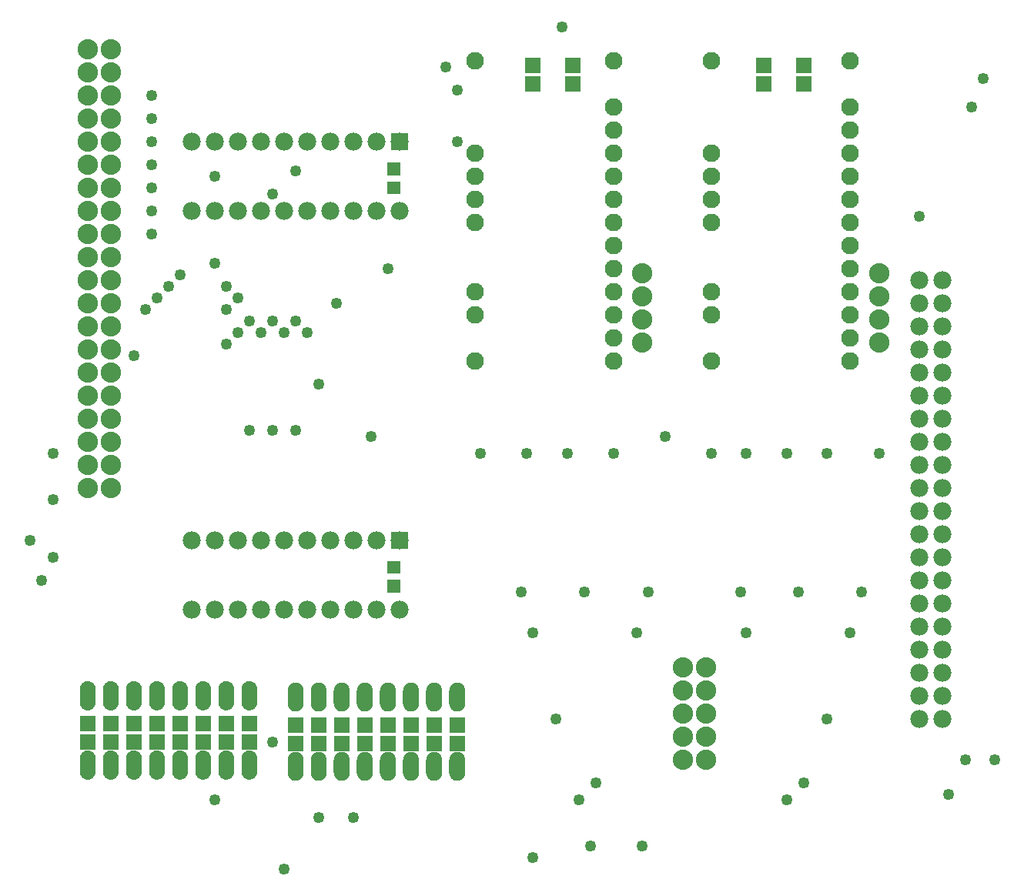
<source format=gbs>
G04 MADE WITH FRITZING*
G04 WWW.FRITZING.ORG*
G04 DOUBLE SIDED*
G04 HOLES PLATED*
G04 CONTOUR ON CENTER OF CONTOUR VECTOR*
%ASAXBY*%
%FSLAX23Y23*%
%MOIN*%
%OFA0B0*%
%SFA1.0B1.0*%
%ADD10C,0.076889*%
%ADD11C,0.049370*%
%ADD12C,0.088000*%
%ADD13C,0.077559*%
%ADD14C,0.068189*%
%ADD15R,0.069055X0.065118*%
%ADD16R,0.077559X0.077559*%
%ADD17C,0.010000*%
%ADD18R,0.001000X0.001000*%
%LNMASK0*%
G90*
G70*
G54D10*
X3596Y2285D03*
X3596Y2385D03*
X3596Y2485D03*
X3596Y2585D03*
X3596Y2685D03*
X3596Y2785D03*
X3596Y2885D03*
X3596Y2985D03*
X3596Y3085D03*
X3596Y3185D03*
X3596Y3285D03*
X3596Y3385D03*
X3596Y3585D03*
X2996Y2285D03*
X2996Y2485D03*
X2996Y2585D03*
X2996Y2885D03*
X2996Y2985D03*
X2996Y3085D03*
X2996Y3185D03*
X2996Y3585D03*
G54D11*
X1996Y1885D03*
X3721Y1885D03*
X3496Y1885D03*
X3321Y1885D03*
X3146Y1885D03*
X2996Y1885D03*
X2196Y1885D03*
X2371Y1885D03*
X2571Y1885D03*
X3395Y460D03*
X2471Y185D03*
X1296Y310D03*
X3321Y385D03*
X2495Y460D03*
X2421Y385D03*
X1896Y3460D03*
X2221Y135D03*
X4221Y560D03*
X1446Y310D03*
X4021Y410D03*
X1096Y635D03*
X1371Y2536D03*
X2171Y1285D03*
X3121Y1285D03*
X2446Y1285D03*
X3371Y1285D03*
X3646Y1285D03*
X2721Y1285D03*
X896Y2510D03*
X946Y2560D03*
X896Y2610D03*
X846Y2710D03*
X1096Y3010D03*
X1196Y3110D03*
X846Y3085D03*
X3897Y2911D03*
X571Y3435D03*
X571Y3335D03*
X571Y3235D03*
X571Y3135D03*
X571Y3035D03*
X571Y2935D03*
X571Y2835D03*
X1296Y2185D03*
X1596Y2685D03*
X1846Y3560D03*
X1246Y2410D03*
X946Y2410D03*
X1196Y1985D03*
X1146Y2410D03*
X1096Y1985D03*
X1046Y2410D03*
X996Y1985D03*
X1196Y2460D03*
X1096Y2460D03*
X996Y2460D03*
X696Y2660D03*
X646Y2610D03*
X546Y2510D03*
X596Y2560D03*
X896Y2360D03*
X2349Y3733D03*
X146Y1885D03*
X846Y385D03*
X147Y1435D03*
X146Y1685D03*
X1896Y3235D03*
G54D12*
X3721Y2665D03*
X3721Y2565D03*
X3721Y2465D03*
X3721Y2365D03*
X2696Y2665D03*
X2696Y2565D03*
X2696Y2465D03*
X2696Y2365D03*
G54D11*
X4121Y3387D03*
X4171Y3510D03*
X1146Y86D03*
X2796Y1960D03*
X1521Y1960D03*
G54D13*
X1646Y1510D03*
X1646Y1210D03*
X1546Y1510D03*
X1546Y1210D03*
X1446Y1510D03*
X1446Y1210D03*
X1346Y1510D03*
X1346Y1210D03*
X1246Y1510D03*
X1246Y1210D03*
X1146Y1510D03*
X1146Y1210D03*
X1046Y1510D03*
X1046Y1210D03*
X946Y1510D03*
X946Y1210D03*
X846Y1510D03*
X846Y1210D03*
X746Y1510D03*
X746Y1210D03*
X1646Y3235D03*
X1646Y2935D03*
X1546Y3235D03*
X1546Y2935D03*
X1446Y3235D03*
X1446Y2935D03*
X1346Y3235D03*
X1346Y2935D03*
X1246Y3235D03*
X1246Y2935D03*
X1146Y3235D03*
X1146Y2935D03*
X1046Y3235D03*
X1046Y2935D03*
X946Y3235D03*
X946Y2935D03*
X846Y3235D03*
X846Y2935D03*
X746Y3235D03*
X746Y2935D03*
G54D11*
X496Y2310D03*
X2321Y736D03*
X2222Y1110D03*
X2671Y1110D03*
X3146Y1110D03*
X3496Y735D03*
X3596Y1110D03*
X46Y1510D03*
X96Y1335D03*
X4096Y560D03*
X2696Y185D03*
G54D14*
X296Y535D03*
X396Y535D03*
X896Y535D03*
X996Y535D03*
X496Y535D03*
X596Y535D03*
X796Y535D03*
X696Y535D03*
X996Y835D03*
X896Y835D03*
X796Y835D03*
X696Y835D03*
X596Y835D03*
X496Y835D03*
X396Y835D03*
X296Y835D03*
X1196Y530D03*
X1296Y530D03*
X1796Y530D03*
X1896Y530D03*
X1396Y530D03*
X1496Y530D03*
X1696Y530D03*
X1596Y530D03*
X1896Y830D03*
X1796Y830D03*
X1696Y830D03*
X1596Y830D03*
X1496Y830D03*
X1396Y830D03*
X1296Y830D03*
X1196Y830D03*
G54D12*
X296Y3635D03*
X296Y3535D03*
X296Y3435D03*
X296Y3335D03*
X296Y3235D03*
X296Y3135D03*
X296Y3035D03*
X296Y2935D03*
X296Y2835D03*
X296Y2735D03*
X296Y2635D03*
X296Y2535D03*
X296Y2435D03*
X296Y2335D03*
X296Y2235D03*
X296Y2135D03*
X296Y2035D03*
X296Y1935D03*
X296Y1835D03*
X296Y1735D03*
X296Y3635D03*
X296Y3535D03*
X296Y3435D03*
X296Y3335D03*
X296Y3235D03*
X296Y3135D03*
X296Y3035D03*
X296Y2935D03*
X296Y2835D03*
X296Y2735D03*
X296Y2635D03*
X296Y2535D03*
X296Y2435D03*
X296Y2335D03*
X296Y2235D03*
X296Y2135D03*
X296Y2035D03*
X296Y1935D03*
X296Y1835D03*
X296Y1735D03*
X396Y1735D03*
X396Y1835D03*
X396Y1935D03*
X396Y2035D03*
X396Y2135D03*
X396Y2235D03*
X396Y2335D03*
X396Y2435D03*
X396Y2535D03*
X396Y2635D03*
X396Y2735D03*
X396Y2835D03*
X396Y2935D03*
X396Y3035D03*
X396Y3135D03*
X396Y3235D03*
X396Y3335D03*
X396Y3435D03*
X396Y3535D03*
X396Y3635D03*
G54D13*
X3996Y735D03*
X3996Y835D03*
X3996Y935D03*
X3996Y1035D03*
X3996Y1135D03*
X3996Y1235D03*
X3996Y1335D03*
X3996Y1435D03*
X3996Y1535D03*
X3996Y1635D03*
X3996Y1735D03*
X3996Y1835D03*
X3996Y1935D03*
X3996Y2035D03*
X3996Y2135D03*
X3996Y2235D03*
X3996Y2335D03*
X3996Y2435D03*
X3996Y2535D03*
X3996Y2635D03*
X3996Y735D03*
X3996Y835D03*
X3996Y935D03*
X3996Y1035D03*
X3996Y1135D03*
X3996Y1235D03*
X3996Y1335D03*
X3996Y1435D03*
X3996Y1535D03*
X3996Y1635D03*
X3996Y1735D03*
X3996Y1835D03*
X3996Y1935D03*
X3996Y2035D03*
X3996Y2135D03*
X3996Y2235D03*
X3996Y2335D03*
X3996Y2435D03*
X3996Y2535D03*
X3996Y2635D03*
X3896Y2635D03*
X3896Y2535D03*
X3896Y2435D03*
X3896Y2335D03*
X3896Y2235D03*
X3896Y2135D03*
X3896Y2035D03*
X3896Y1935D03*
X3896Y1835D03*
X3896Y1735D03*
X3896Y1635D03*
X3896Y1535D03*
X3896Y1435D03*
X3896Y1335D03*
X3896Y1235D03*
X3896Y1135D03*
X3896Y1035D03*
X3896Y935D03*
X3896Y835D03*
X3896Y735D03*
G54D12*
X2871Y960D03*
X2871Y860D03*
X2871Y760D03*
X2871Y660D03*
X2871Y560D03*
X2871Y960D03*
X2871Y860D03*
X2871Y760D03*
X2871Y660D03*
X2871Y560D03*
X2971Y560D03*
X2971Y660D03*
X2971Y760D03*
X2971Y860D03*
X2971Y960D03*
G54D10*
X2571Y2285D03*
X2571Y2385D03*
X2571Y2485D03*
X2571Y2585D03*
X2571Y2685D03*
X2571Y2785D03*
X2571Y2885D03*
X2571Y2985D03*
X2571Y3085D03*
X2571Y3185D03*
X2571Y3285D03*
X2571Y3385D03*
X2571Y3585D03*
X1971Y2285D03*
X1971Y2485D03*
X1971Y2585D03*
X1971Y2885D03*
X1971Y2985D03*
X1971Y3085D03*
X1971Y3185D03*
X1971Y3585D03*
G54D15*
X3396Y3485D03*
X3396Y3566D03*
X3221Y3485D03*
X3221Y3566D03*
G54D16*
X1646Y1510D03*
X1646Y3235D03*
G54D15*
X2396Y3485D03*
X2396Y3566D03*
X2221Y3485D03*
X2221Y3566D03*
X1796Y710D03*
X1796Y630D03*
X1296Y710D03*
X1296Y630D03*
X1196Y710D03*
X1196Y630D03*
X1896Y710D03*
X1896Y630D03*
X1696Y710D03*
X1696Y630D03*
X496Y716D03*
X496Y635D03*
X396Y716D03*
X396Y635D03*
X296Y716D03*
X296Y635D03*
X596Y716D03*
X596Y635D03*
X696Y716D03*
X696Y635D03*
X896Y716D03*
X896Y635D03*
X1596Y710D03*
X1596Y630D03*
X1496Y710D03*
X1496Y630D03*
X1396Y710D03*
X1396Y630D03*
X996Y716D03*
X996Y635D03*
X796Y716D03*
X796Y635D03*
G54D17*
G36*
X1650Y3008D02*
X1591Y3008D01*
X1591Y3063D01*
X1650Y3063D01*
X1650Y3008D01*
G37*
D02*
G36*
X1650Y3089D02*
X1591Y3089D01*
X1591Y3144D01*
X1650Y3144D01*
X1650Y3089D01*
G37*
D02*
G36*
X1650Y1283D02*
X1591Y1283D01*
X1591Y1338D01*
X1650Y1338D01*
X1650Y1283D01*
G37*
D02*
G36*
X1650Y1364D02*
X1591Y1364D01*
X1591Y1419D01*
X1650Y1419D01*
X1650Y1364D01*
G37*
D02*
G54D18*
X293Y899D02*
X297Y899D01*
X393Y899D02*
X397Y899D01*
X493Y899D02*
X497Y899D01*
X593Y899D02*
X597Y899D01*
X693Y899D02*
X697Y899D01*
X793Y899D02*
X797Y899D01*
X893Y899D02*
X897Y899D01*
X993Y899D02*
X997Y899D01*
X288Y898D02*
X303Y898D01*
X387Y898D02*
X403Y898D01*
X487Y898D02*
X503Y898D01*
X587Y898D02*
X603Y898D01*
X687Y898D02*
X703Y898D01*
X787Y898D02*
X803Y898D01*
X887Y898D02*
X903Y898D01*
X987Y898D02*
X1003Y898D01*
X284Y897D02*
X306Y897D01*
X384Y897D02*
X406Y897D01*
X484Y897D02*
X506Y897D01*
X584Y897D02*
X606Y897D01*
X684Y897D02*
X706Y897D01*
X784Y897D02*
X806Y897D01*
X884Y897D02*
X906Y897D01*
X984Y897D02*
X1006Y897D01*
X282Y896D02*
X309Y896D01*
X382Y896D02*
X409Y896D01*
X482Y896D02*
X509Y896D01*
X582Y896D02*
X609Y896D01*
X682Y896D02*
X709Y896D01*
X782Y896D02*
X809Y896D01*
X882Y896D02*
X909Y896D01*
X982Y896D02*
X1009Y896D01*
X280Y895D02*
X311Y895D01*
X380Y895D02*
X411Y895D01*
X480Y895D02*
X511Y895D01*
X580Y895D02*
X611Y895D01*
X680Y895D02*
X711Y895D01*
X780Y895D02*
X811Y895D01*
X880Y895D02*
X911Y895D01*
X980Y895D02*
X1011Y895D01*
X278Y894D02*
X313Y894D01*
X378Y894D02*
X413Y894D01*
X478Y894D02*
X513Y894D01*
X578Y894D02*
X612Y894D01*
X678Y894D02*
X712Y894D01*
X778Y894D02*
X812Y894D01*
X878Y894D02*
X912Y894D01*
X978Y894D02*
X1012Y894D01*
X276Y893D02*
X314Y893D01*
X376Y893D02*
X414Y893D01*
X476Y893D02*
X514Y893D01*
X576Y893D02*
X614Y893D01*
X676Y893D02*
X714Y893D01*
X776Y893D02*
X814Y893D01*
X876Y893D02*
X914Y893D01*
X976Y893D02*
X1014Y893D01*
X1191Y893D02*
X1199Y893D01*
X1291Y893D02*
X1299Y893D01*
X1391Y893D02*
X1399Y893D01*
X1491Y893D02*
X1499Y893D01*
X1591Y893D02*
X1599Y893D01*
X1691Y893D02*
X1699Y893D01*
X1791Y893D02*
X1799Y893D01*
X1891Y893D02*
X1899Y893D01*
X275Y892D02*
X316Y892D01*
X375Y892D02*
X416Y892D01*
X475Y892D02*
X515Y892D01*
X575Y892D02*
X615Y892D01*
X675Y892D02*
X715Y892D01*
X775Y892D02*
X815Y892D01*
X875Y892D02*
X915Y892D01*
X975Y892D02*
X1015Y892D01*
X1186Y892D02*
X1204Y892D01*
X1286Y892D02*
X1304Y892D01*
X1386Y892D02*
X1404Y892D01*
X1486Y892D02*
X1504Y892D01*
X1586Y892D02*
X1604Y892D01*
X1686Y892D02*
X1704Y892D01*
X1786Y892D02*
X1804Y892D01*
X1886Y892D02*
X1904Y892D01*
X274Y891D02*
X317Y891D01*
X374Y891D02*
X417Y891D01*
X474Y891D02*
X517Y891D01*
X574Y891D02*
X617Y891D01*
X674Y891D02*
X717Y891D01*
X774Y891D02*
X817Y891D01*
X874Y891D02*
X917Y891D01*
X974Y891D02*
X1017Y891D01*
X1183Y891D02*
X1207Y891D01*
X1283Y891D02*
X1307Y891D01*
X1383Y891D02*
X1407Y891D01*
X1483Y891D02*
X1507Y891D01*
X1583Y891D02*
X1607Y891D01*
X1683Y891D02*
X1707Y891D01*
X1783Y891D02*
X1807Y891D01*
X1883Y891D02*
X1907Y891D01*
X273Y890D02*
X318Y890D01*
X373Y890D02*
X418Y890D01*
X473Y890D02*
X518Y890D01*
X573Y890D02*
X618Y890D01*
X673Y890D02*
X718Y890D01*
X773Y890D02*
X818Y890D01*
X873Y890D02*
X918Y890D01*
X973Y890D02*
X1018Y890D01*
X1181Y890D02*
X1209Y890D01*
X1281Y890D02*
X1309Y890D01*
X1381Y890D02*
X1409Y890D01*
X1481Y890D02*
X1509Y890D01*
X1581Y890D02*
X1609Y890D01*
X1681Y890D02*
X1709Y890D01*
X1781Y890D02*
X1809Y890D01*
X1881Y890D02*
X1909Y890D01*
X272Y889D02*
X319Y889D01*
X372Y889D02*
X419Y889D01*
X472Y889D02*
X519Y889D01*
X572Y889D02*
X619Y889D01*
X671Y889D02*
X719Y889D01*
X771Y889D02*
X819Y889D01*
X871Y889D02*
X919Y889D01*
X971Y889D02*
X1019Y889D01*
X1179Y889D02*
X1211Y889D01*
X1279Y889D02*
X1311Y889D01*
X1379Y889D02*
X1411Y889D01*
X1479Y889D02*
X1511Y889D01*
X1579Y889D02*
X1611Y889D01*
X1679Y889D02*
X1711Y889D01*
X1779Y889D02*
X1811Y889D01*
X1879Y889D02*
X1911Y889D01*
X271Y888D02*
X320Y888D01*
X371Y888D02*
X420Y888D01*
X471Y888D02*
X520Y888D01*
X571Y888D02*
X620Y888D01*
X671Y888D02*
X720Y888D01*
X771Y888D02*
X820Y888D01*
X871Y888D02*
X920Y888D01*
X971Y888D02*
X1020Y888D01*
X1177Y888D02*
X1213Y888D01*
X1277Y888D02*
X1313Y888D01*
X1377Y888D02*
X1413Y888D01*
X1477Y888D02*
X1513Y888D01*
X1577Y888D02*
X1613Y888D01*
X1677Y888D02*
X1713Y888D01*
X1777Y888D02*
X1813Y888D01*
X1877Y888D02*
X1913Y888D01*
X270Y887D02*
X321Y887D01*
X370Y887D02*
X421Y887D01*
X470Y887D02*
X521Y887D01*
X570Y887D02*
X621Y887D01*
X670Y887D02*
X721Y887D01*
X770Y887D02*
X821Y887D01*
X870Y887D02*
X921Y887D01*
X970Y887D02*
X1021Y887D01*
X1176Y887D02*
X1214Y887D01*
X1276Y887D02*
X1314Y887D01*
X1376Y887D02*
X1414Y887D01*
X1476Y887D02*
X1514Y887D01*
X1576Y887D02*
X1614Y887D01*
X1676Y887D02*
X1714Y887D01*
X1776Y887D02*
X1814Y887D01*
X1876Y887D02*
X1914Y887D01*
X269Y886D02*
X322Y886D01*
X369Y886D02*
X422Y886D01*
X469Y886D02*
X522Y886D01*
X569Y886D02*
X622Y886D01*
X669Y886D02*
X722Y886D01*
X769Y886D02*
X821Y886D01*
X869Y886D02*
X921Y886D01*
X969Y886D02*
X1021Y886D01*
X1174Y886D02*
X1216Y886D01*
X1274Y886D02*
X1316Y886D01*
X1374Y886D02*
X1416Y886D01*
X1474Y886D02*
X1516Y886D01*
X1574Y886D02*
X1616Y886D01*
X1674Y886D02*
X1716Y886D01*
X1774Y886D02*
X1816Y886D01*
X1874Y886D02*
X1916Y886D01*
X268Y885D02*
X322Y885D01*
X368Y885D02*
X422Y885D01*
X468Y885D02*
X522Y885D01*
X568Y885D02*
X622Y885D01*
X668Y885D02*
X722Y885D01*
X768Y885D02*
X822Y885D01*
X868Y885D02*
X922Y885D01*
X968Y885D02*
X1022Y885D01*
X1173Y885D02*
X1217Y885D01*
X1273Y885D02*
X1317Y885D01*
X1373Y885D02*
X1417Y885D01*
X1473Y885D02*
X1517Y885D01*
X1573Y885D02*
X1617Y885D01*
X1673Y885D02*
X1717Y885D01*
X1773Y885D02*
X1817Y885D01*
X1873Y885D02*
X1917Y885D01*
X268Y884D02*
X323Y884D01*
X368Y884D02*
X423Y884D01*
X467Y884D02*
X523Y884D01*
X567Y884D02*
X623Y884D01*
X667Y884D02*
X723Y884D01*
X767Y884D02*
X823Y884D01*
X867Y884D02*
X923Y884D01*
X967Y884D02*
X1023Y884D01*
X1172Y884D02*
X1218Y884D01*
X1272Y884D02*
X1318Y884D01*
X1372Y884D02*
X1418Y884D01*
X1472Y884D02*
X1518Y884D01*
X1572Y884D02*
X1618Y884D01*
X1672Y884D02*
X1718Y884D01*
X1772Y884D02*
X1818Y884D01*
X1872Y884D02*
X1918Y884D01*
X267Y883D02*
X324Y883D01*
X367Y883D02*
X424Y883D01*
X467Y883D02*
X524Y883D01*
X567Y883D02*
X624Y883D01*
X667Y883D02*
X724Y883D01*
X767Y883D02*
X824Y883D01*
X867Y883D02*
X924Y883D01*
X967Y883D02*
X1024Y883D01*
X1171Y883D02*
X1219Y883D01*
X1271Y883D02*
X1319Y883D01*
X1371Y883D02*
X1419Y883D01*
X1471Y883D02*
X1519Y883D01*
X1571Y883D02*
X1619Y883D01*
X1671Y883D02*
X1719Y883D01*
X1771Y883D02*
X1819Y883D01*
X1871Y883D02*
X1919Y883D01*
X266Y882D02*
X324Y882D01*
X366Y882D02*
X424Y882D01*
X466Y882D02*
X524Y882D01*
X566Y882D02*
X624Y882D01*
X666Y882D02*
X724Y882D01*
X766Y882D02*
X824Y882D01*
X866Y882D02*
X924Y882D01*
X966Y882D02*
X1024Y882D01*
X1170Y882D02*
X1220Y882D01*
X1270Y882D02*
X1320Y882D01*
X1370Y882D02*
X1420Y882D01*
X1470Y882D02*
X1520Y882D01*
X1570Y882D02*
X1620Y882D01*
X1670Y882D02*
X1720Y882D01*
X1770Y882D02*
X1820Y882D01*
X1870Y882D02*
X1920Y882D01*
X266Y881D02*
X325Y881D01*
X366Y881D02*
X425Y881D01*
X466Y881D02*
X525Y881D01*
X566Y881D02*
X625Y881D01*
X666Y881D02*
X725Y881D01*
X766Y881D02*
X825Y881D01*
X866Y881D02*
X925Y881D01*
X966Y881D02*
X1025Y881D01*
X1169Y881D02*
X1221Y881D01*
X1269Y881D02*
X1321Y881D01*
X1369Y881D02*
X1421Y881D01*
X1469Y881D02*
X1521Y881D01*
X1569Y881D02*
X1621Y881D01*
X1669Y881D02*
X1721Y881D01*
X1769Y881D02*
X1821Y881D01*
X1869Y881D02*
X1921Y881D01*
X265Y880D02*
X325Y880D01*
X365Y880D02*
X425Y880D01*
X465Y880D02*
X525Y880D01*
X565Y880D02*
X625Y880D01*
X665Y880D02*
X725Y880D01*
X765Y880D02*
X825Y880D01*
X865Y880D02*
X925Y880D01*
X965Y880D02*
X1025Y880D01*
X1169Y880D02*
X1222Y880D01*
X1269Y880D02*
X1322Y880D01*
X1369Y880D02*
X1422Y880D01*
X1469Y880D02*
X1522Y880D01*
X1569Y880D02*
X1622Y880D01*
X1669Y880D02*
X1722Y880D01*
X1769Y880D02*
X1822Y880D01*
X1868Y880D02*
X1922Y880D01*
X265Y879D02*
X326Y879D01*
X365Y879D02*
X426Y879D01*
X465Y879D02*
X526Y879D01*
X565Y879D02*
X626Y879D01*
X665Y879D02*
X726Y879D01*
X765Y879D02*
X826Y879D01*
X865Y879D02*
X926Y879D01*
X965Y879D02*
X1026Y879D01*
X1168Y879D02*
X1222Y879D01*
X1268Y879D02*
X1322Y879D01*
X1368Y879D02*
X1422Y879D01*
X1468Y879D02*
X1522Y879D01*
X1568Y879D02*
X1622Y879D01*
X1668Y879D02*
X1722Y879D01*
X1768Y879D02*
X1822Y879D01*
X1868Y879D02*
X1922Y879D01*
X264Y878D02*
X326Y878D01*
X364Y878D02*
X426Y878D01*
X464Y878D02*
X526Y878D01*
X564Y878D02*
X626Y878D01*
X664Y878D02*
X726Y878D01*
X764Y878D02*
X826Y878D01*
X864Y878D02*
X926Y878D01*
X964Y878D02*
X1026Y878D01*
X1167Y878D02*
X1223Y878D01*
X1267Y878D02*
X1323Y878D01*
X1367Y878D02*
X1423Y878D01*
X1467Y878D02*
X1523Y878D01*
X1567Y878D02*
X1623Y878D01*
X1667Y878D02*
X1723Y878D01*
X1767Y878D02*
X1823Y878D01*
X1867Y878D02*
X1923Y878D01*
X264Y877D02*
X327Y877D01*
X364Y877D02*
X427Y877D01*
X464Y877D02*
X527Y877D01*
X564Y877D02*
X626Y877D01*
X664Y877D02*
X726Y877D01*
X764Y877D02*
X826Y877D01*
X864Y877D02*
X926Y877D01*
X964Y877D02*
X1026Y877D01*
X1167Y877D02*
X1224Y877D01*
X1267Y877D02*
X1324Y877D01*
X1367Y877D02*
X1424Y877D01*
X1467Y877D02*
X1524Y877D01*
X1567Y877D02*
X1624Y877D01*
X1667Y877D02*
X1724Y877D01*
X1766Y877D02*
X1824Y877D01*
X1866Y877D02*
X1924Y877D01*
X264Y876D02*
X327Y876D01*
X364Y876D02*
X427Y876D01*
X464Y876D02*
X527Y876D01*
X564Y876D02*
X627Y876D01*
X664Y876D02*
X727Y876D01*
X764Y876D02*
X827Y876D01*
X864Y876D02*
X927Y876D01*
X963Y876D02*
X1027Y876D01*
X1166Y876D02*
X1224Y876D01*
X1266Y876D02*
X1324Y876D01*
X1366Y876D02*
X1424Y876D01*
X1466Y876D02*
X1524Y876D01*
X1566Y876D02*
X1624Y876D01*
X1666Y876D02*
X1724Y876D01*
X1766Y876D02*
X1824Y876D01*
X1866Y876D02*
X1924Y876D01*
X263Y875D02*
X327Y875D01*
X363Y875D02*
X427Y875D01*
X463Y875D02*
X527Y875D01*
X563Y875D02*
X627Y875D01*
X663Y875D02*
X727Y875D01*
X763Y875D02*
X827Y875D01*
X863Y875D02*
X927Y875D01*
X963Y875D02*
X1027Y875D01*
X1165Y875D02*
X1225Y875D01*
X1265Y875D02*
X1325Y875D01*
X1365Y875D02*
X1425Y875D01*
X1465Y875D02*
X1525Y875D01*
X1565Y875D02*
X1625Y875D01*
X1665Y875D02*
X1725Y875D01*
X1765Y875D02*
X1825Y875D01*
X1865Y875D02*
X1925Y875D01*
X263Y874D02*
X328Y874D01*
X363Y874D02*
X428Y874D01*
X463Y874D02*
X528Y874D01*
X563Y874D02*
X627Y874D01*
X663Y874D02*
X727Y874D01*
X763Y874D02*
X827Y874D01*
X863Y874D02*
X927Y874D01*
X963Y874D02*
X1027Y874D01*
X1165Y874D02*
X1225Y874D01*
X1265Y874D02*
X1325Y874D01*
X1365Y874D02*
X1425Y874D01*
X1465Y874D02*
X1525Y874D01*
X1565Y874D02*
X1625Y874D01*
X1665Y874D02*
X1725Y874D01*
X1765Y874D02*
X1825Y874D01*
X1865Y874D02*
X1925Y874D01*
X263Y873D02*
X328Y873D01*
X363Y873D02*
X428Y873D01*
X463Y873D02*
X528Y873D01*
X563Y873D02*
X628Y873D01*
X663Y873D02*
X728Y873D01*
X763Y873D02*
X828Y873D01*
X863Y873D02*
X928Y873D01*
X963Y873D02*
X1028Y873D01*
X1165Y873D02*
X1226Y873D01*
X1265Y873D02*
X1326Y873D01*
X1364Y873D02*
X1426Y873D01*
X1464Y873D02*
X1526Y873D01*
X1564Y873D02*
X1626Y873D01*
X1664Y873D02*
X1726Y873D01*
X1764Y873D02*
X1826Y873D01*
X1864Y873D02*
X1926Y873D01*
X262Y872D02*
X328Y872D01*
X362Y872D02*
X428Y872D01*
X462Y872D02*
X528Y872D01*
X562Y872D02*
X628Y872D01*
X662Y872D02*
X728Y872D01*
X762Y872D02*
X828Y872D01*
X862Y872D02*
X928Y872D01*
X962Y872D02*
X1028Y872D01*
X1164Y872D02*
X1226Y872D01*
X1264Y872D02*
X1326Y872D01*
X1364Y872D02*
X1426Y872D01*
X1464Y872D02*
X1526Y872D01*
X1564Y872D02*
X1626Y872D01*
X1664Y872D02*
X1726Y872D01*
X1764Y872D02*
X1826Y872D01*
X1864Y872D02*
X1926Y872D01*
X262Y871D02*
X328Y871D01*
X362Y871D02*
X428Y871D01*
X462Y871D02*
X528Y871D01*
X562Y871D02*
X628Y871D01*
X662Y871D02*
X728Y871D01*
X762Y871D02*
X828Y871D01*
X862Y871D02*
X928Y871D01*
X962Y871D02*
X1028Y871D01*
X1164Y871D02*
X1227Y871D01*
X1264Y871D02*
X1326Y871D01*
X1364Y871D02*
X1426Y871D01*
X1464Y871D02*
X1526Y871D01*
X1564Y871D02*
X1626Y871D01*
X1664Y871D02*
X1726Y871D01*
X1764Y871D02*
X1826Y871D01*
X1864Y871D02*
X1926Y871D01*
X262Y870D02*
X328Y870D01*
X362Y870D02*
X428Y870D01*
X462Y870D02*
X528Y870D01*
X562Y870D02*
X628Y870D01*
X662Y870D02*
X728Y870D01*
X762Y870D02*
X828Y870D01*
X862Y870D02*
X928Y870D01*
X962Y870D02*
X1028Y870D01*
X1163Y870D02*
X1227Y870D01*
X1263Y870D02*
X1327Y870D01*
X1363Y870D02*
X1427Y870D01*
X1463Y870D02*
X1527Y870D01*
X1563Y870D02*
X1627Y870D01*
X1663Y870D02*
X1727Y870D01*
X1763Y870D02*
X1827Y870D01*
X1863Y870D02*
X1927Y870D01*
X262Y869D02*
X329Y869D01*
X362Y869D02*
X429Y869D01*
X462Y869D02*
X529Y869D01*
X562Y869D02*
X629Y869D01*
X662Y869D02*
X729Y869D01*
X762Y869D02*
X829Y869D01*
X862Y869D02*
X928Y869D01*
X962Y869D02*
X1028Y869D01*
X1163Y869D02*
X1227Y869D01*
X1263Y869D02*
X1327Y869D01*
X1363Y869D02*
X1427Y869D01*
X1463Y869D02*
X1527Y869D01*
X1563Y869D02*
X1627Y869D01*
X1663Y869D02*
X1727Y869D01*
X1763Y869D02*
X1827Y869D01*
X1863Y869D02*
X1927Y869D01*
X262Y868D02*
X329Y868D01*
X362Y868D02*
X429Y868D01*
X462Y868D02*
X529Y868D01*
X562Y868D02*
X629Y868D01*
X662Y868D02*
X729Y868D01*
X762Y868D02*
X829Y868D01*
X862Y868D02*
X929Y868D01*
X962Y868D02*
X1029Y868D01*
X1163Y868D02*
X1227Y868D01*
X1263Y868D02*
X1327Y868D01*
X1363Y868D02*
X1427Y868D01*
X1463Y868D02*
X1527Y868D01*
X1563Y868D02*
X1627Y868D01*
X1663Y868D02*
X1727Y868D01*
X1763Y868D02*
X1827Y868D01*
X1863Y868D02*
X1927Y868D01*
X262Y867D02*
X329Y867D01*
X362Y867D02*
X429Y867D01*
X462Y867D02*
X529Y867D01*
X562Y867D02*
X629Y867D01*
X662Y867D02*
X729Y867D01*
X762Y867D02*
X829Y867D01*
X862Y867D02*
X929Y867D01*
X962Y867D02*
X1029Y867D01*
X1163Y867D02*
X1228Y867D01*
X1262Y867D02*
X1328Y867D01*
X1362Y867D02*
X1428Y867D01*
X1462Y867D02*
X1528Y867D01*
X1562Y867D02*
X1628Y867D01*
X1662Y867D02*
X1728Y867D01*
X1762Y867D02*
X1828Y867D01*
X1862Y867D02*
X1928Y867D01*
X262Y866D02*
X329Y866D01*
X362Y866D02*
X429Y866D01*
X462Y866D02*
X529Y866D01*
X562Y866D02*
X629Y866D01*
X662Y866D02*
X729Y866D01*
X762Y866D02*
X829Y866D01*
X862Y866D02*
X929Y866D01*
X962Y866D02*
X1029Y866D01*
X1162Y866D02*
X1228Y866D01*
X1262Y866D02*
X1328Y866D01*
X1362Y866D02*
X1428Y866D01*
X1462Y866D02*
X1528Y866D01*
X1562Y866D02*
X1628Y866D01*
X1662Y866D02*
X1728Y866D01*
X1762Y866D02*
X1828Y866D01*
X1862Y866D02*
X1928Y866D01*
X262Y865D02*
X329Y865D01*
X362Y865D02*
X429Y865D01*
X462Y865D02*
X529Y865D01*
X562Y865D02*
X629Y865D01*
X662Y865D02*
X729Y865D01*
X762Y865D02*
X829Y865D01*
X862Y865D02*
X929Y865D01*
X962Y865D02*
X1029Y865D01*
X1162Y865D02*
X1228Y865D01*
X1262Y865D02*
X1328Y865D01*
X1362Y865D02*
X1428Y865D01*
X1462Y865D02*
X1528Y865D01*
X1562Y865D02*
X1628Y865D01*
X1662Y865D02*
X1728Y865D01*
X1762Y865D02*
X1828Y865D01*
X1862Y865D02*
X1928Y865D01*
X262Y864D02*
X329Y864D01*
X362Y864D02*
X429Y864D01*
X462Y864D02*
X529Y864D01*
X562Y864D02*
X629Y864D01*
X662Y864D02*
X729Y864D01*
X762Y864D02*
X829Y864D01*
X862Y864D02*
X929Y864D01*
X962Y864D02*
X1029Y864D01*
X1162Y864D02*
X1228Y864D01*
X1262Y864D02*
X1328Y864D01*
X1362Y864D02*
X1428Y864D01*
X1462Y864D02*
X1528Y864D01*
X1562Y864D02*
X1628Y864D01*
X1662Y864D02*
X1728Y864D01*
X1762Y864D02*
X1828Y864D01*
X1862Y864D02*
X1928Y864D01*
X262Y863D02*
X329Y863D01*
X362Y863D02*
X429Y863D01*
X462Y863D02*
X529Y863D01*
X562Y863D02*
X629Y863D01*
X662Y863D02*
X729Y863D01*
X762Y863D02*
X829Y863D01*
X862Y863D02*
X929Y863D01*
X962Y863D02*
X1029Y863D01*
X1162Y863D02*
X1228Y863D01*
X1262Y863D02*
X1328Y863D01*
X1362Y863D02*
X1428Y863D01*
X1462Y863D02*
X1528Y863D01*
X1562Y863D02*
X1628Y863D01*
X1662Y863D02*
X1728Y863D01*
X1762Y863D02*
X1828Y863D01*
X1862Y863D02*
X1928Y863D01*
X262Y862D02*
X329Y862D01*
X362Y862D02*
X429Y862D01*
X462Y862D02*
X529Y862D01*
X562Y862D02*
X629Y862D01*
X662Y862D02*
X729Y862D01*
X762Y862D02*
X829Y862D01*
X862Y862D02*
X929Y862D01*
X962Y862D02*
X1029Y862D01*
X1162Y862D02*
X1229Y862D01*
X1262Y862D02*
X1329Y862D01*
X1362Y862D02*
X1429Y862D01*
X1462Y862D02*
X1529Y862D01*
X1562Y862D02*
X1628Y862D01*
X1662Y862D02*
X1728Y862D01*
X1762Y862D02*
X1828Y862D01*
X1862Y862D02*
X1928Y862D01*
X262Y861D02*
X329Y861D01*
X362Y861D02*
X429Y861D01*
X462Y861D02*
X529Y861D01*
X562Y861D02*
X629Y861D01*
X662Y861D02*
X729Y861D01*
X762Y861D02*
X829Y861D01*
X862Y861D02*
X929Y861D01*
X962Y861D02*
X1029Y861D01*
X1162Y861D02*
X1229Y861D01*
X1262Y861D02*
X1329Y861D01*
X1362Y861D02*
X1429Y861D01*
X1462Y861D02*
X1529Y861D01*
X1562Y861D02*
X1629Y861D01*
X1662Y861D02*
X1729Y861D01*
X1762Y861D02*
X1829Y861D01*
X1862Y861D02*
X1929Y861D01*
X262Y860D02*
X329Y860D01*
X362Y860D02*
X429Y860D01*
X462Y860D02*
X529Y860D01*
X562Y860D02*
X629Y860D01*
X662Y860D02*
X729Y860D01*
X762Y860D02*
X829Y860D01*
X862Y860D02*
X929Y860D01*
X962Y860D02*
X1029Y860D01*
X1162Y860D02*
X1229Y860D01*
X1262Y860D02*
X1329Y860D01*
X1362Y860D02*
X1429Y860D01*
X1462Y860D02*
X1529Y860D01*
X1562Y860D02*
X1629Y860D01*
X1661Y860D02*
X1729Y860D01*
X1761Y860D02*
X1829Y860D01*
X1861Y860D02*
X1929Y860D01*
X262Y859D02*
X329Y859D01*
X362Y859D02*
X429Y859D01*
X462Y859D02*
X529Y859D01*
X562Y859D02*
X629Y859D01*
X662Y859D02*
X729Y859D01*
X762Y859D02*
X829Y859D01*
X862Y859D02*
X929Y859D01*
X962Y859D02*
X1029Y859D01*
X1162Y859D02*
X1229Y859D01*
X1262Y859D02*
X1329Y859D01*
X1361Y859D02*
X1429Y859D01*
X1461Y859D02*
X1529Y859D01*
X1561Y859D02*
X1629Y859D01*
X1661Y859D02*
X1729Y859D01*
X1761Y859D02*
X1829Y859D01*
X1861Y859D02*
X1929Y859D01*
X262Y858D02*
X329Y858D01*
X362Y858D02*
X429Y858D01*
X462Y858D02*
X529Y858D01*
X562Y858D02*
X629Y858D01*
X662Y858D02*
X729Y858D01*
X762Y858D02*
X829Y858D01*
X862Y858D02*
X929Y858D01*
X962Y858D02*
X1029Y858D01*
X1162Y858D02*
X1229Y858D01*
X1262Y858D02*
X1329Y858D01*
X1361Y858D02*
X1429Y858D01*
X1461Y858D02*
X1529Y858D01*
X1561Y858D02*
X1629Y858D01*
X1661Y858D02*
X1729Y858D01*
X1761Y858D02*
X1829Y858D01*
X1861Y858D02*
X1929Y858D01*
X262Y857D02*
X329Y857D01*
X362Y857D02*
X429Y857D01*
X462Y857D02*
X529Y857D01*
X562Y857D02*
X629Y857D01*
X662Y857D02*
X729Y857D01*
X762Y857D02*
X829Y857D01*
X862Y857D02*
X929Y857D01*
X962Y857D02*
X1029Y857D01*
X1162Y857D02*
X1229Y857D01*
X1262Y857D02*
X1329Y857D01*
X1361Y857D02*
X1429Y857D01*
X1461Y857D02*
X1529Y857D01*
X1561Y857D02*
X1629Y857D01*
X1661Y857D02*
X1729Y857D01*
X1761Y857D02*
X1829Y857D01*
X1861Y857D02*
X1929Y857D01*
X262Y856D02*
X329Y856D01*
X362Y856D02*
X429Y856D01*
X462Y856D02*
X529Y856D01*
X562Y856D02*
X629Y856D01*
X662Y856D02*
X729Y856D01*
X762Y856D02*
X829Y856D01*
X862Y856D02*
X929Y856D01*
X962Y856D02*
X1029Y856D01*
X1162Y856D02*
X1229Y856D01*
X1262Y856D02*
X1329Y856D01*
X1361Y856D02*
X1429Y856D01*
X1461Y856D02*
X1529Y856D01*
X1561Y856D02*
X1629Y856D01*
X1661Y856D02*
X1729Y856D01*
X1761Y856D02*
X1829Y856D01*
X1861Y856D02*
X1929Y856D01*
X262Y855D02*
X329Y855D01*
X362Y855D02*
X429Y855D01*
X462Y855D02*
X529Y855D01*
X562Y855D02*
X629Y855D01*
X662Y855D02*
X729Y855D01*
X762Y855D02*
X829Y855D01*
X862Y855D02*
X929Y855D01*
X962Y855D02*
X1029Y855D01*
X1162Y855D02*
X1229Y855D01*
X1262Y855D02*
X1329Y855D01*
X1361Y855D02*
X1429Y855D01*
X1461Y855D02*
X1529Y855D01*
X1561Y855D02*
X1629Y855D01*
X1661Y855D02*
X1729Y855D01*
X1761Y855D02*
X1829Y855D01*
X1861Y855D02*
X1929Y855D01*
X262Y854D02*
X329Y854D01*
X362Y854D02*
X429Y854D01*
X462Y854D02*
X529Y854D01*
X562Y854D02*
X629Y854D01*
X662Y854D02*
X729Y854D01*
X762Y854D02*
X829Y854D01*
X862Y854D02*
X929Y854D01*
X962Y854D02*
X1029Y854D01*
X1162Y854D02*
X1229Y854D01*
X1262Y854D02*
X1329Y854D01*
X1361Y854D02*
X1429Y854D01*
X1461Y854D02*
X1529Y854D01*
X1561Y854D02*
X1629Y854D01*
X1661Y854D02*
X1729Y854D01*
X1761Y854D02*
X1829Y854D01*
X1861Y854D02*
X1929Y854D01*
X262Y853D02*
X329Y853D01*
X362Y853D02*
X429Y853D01*
X462Y853D02*
X529Y853D01*
X562Y853D02*
X629Y853D01*
X662Y853D02*
X729Y853D01*
X762Y853D02*
X829Y853D01*
X862Y853D02*
X929Y853D01*
X962Y853D02*
X1029Y853D01*
X1162Y853D02*
X1229Y853D01*
X1262Y853D02*
X1329Y853D01*
X1361Y853D02*
X1429Y853D01*
X1461Y853D02*
X1529Y853D01*
X1561Y853D02*
X1629Y853D01*
X1661Y853D02*
X1729Y853D01*
X1761Y853D02*
X1829Y853D01*
X1861Y853D02*
X1929Y853D01*
X262Y852D02*
X329Y852D01*
X362Y852D02*
X429Y852D01*
X462Y852D02*
X529Y852D01*
X562Y852D02*
X629Y852D01*
X662Y852D02*
X729Y852D01*
X762Y852D02*
X829Y852D01*
X862Y852D02*
X929Y852D01*
X962Y852D02*
X1029Y852D01*
X1162Y852D02*
X1229Y852D01*
X1262Y852D02*
X1329Y852D01*
X1361Y852D02*
X1429Y852D01*
X1461Y852D02*
X1529Y852D01*
X1561Y852D02*
X1629Y852D01*
X1661Y852D02*
X1729Y852D01*
X1761Y852D02*
X1829Y852D01*
X1861Y852D02*
X1929Y852D01*
X262Y851D02*
X329Y851D01*
X362Y851D02*
X429Y851D01*
X462Y851D02*
X529Y851D01*
X562Y851D02*
X629Y851D01*
X662Y851D02*
X729Y851D01*
X762Y851D02*
X829Y851D01*
X862Y851D02*
X929Y851D01*
X962Y851D02*
X1029Y851D01*
X1162Y851D02*
X1229Y851D01*
X1262Y851D02*
X1329Y851D01*
X1361Y851D02*
X1429Y851D01*
X1461Y851D02*
X1529Y851D01*
X1561Y851D02*
X1629Y851D01*
X1661Y851D02*
X1729Y851D01*
X1761Y851D02*
X1829Y851D01*
X1861Y851D02*
X1929Y851D01*
X262Y850D02*
X329Y850D01*
X362Y850D02*
X429Y850D01*
X462Y850D02*
X529Y850D01*
X562Y850D02*
X629Y850D01*
X662Y850D02*
X729Y850D01*
X762Y850D02*
X829Y850D01*
X862Y850D02*
X929Y850D01*
X962Y850D02*
X1029Y850D01*
X1162Y850D02*
X1229Y850D01*
X1262Y850D02*
X1329Y850D01*
X1361Y850D02*
X1429Y850D01*
X1461Y850D02*
X1529Y850D01*
X1561Y850D02*
X1629Y850D01*
X1661Y850D02*
X1729Y850D01*
X1761Y850D02*
X1829Y850D01*
X1861Y850D02*
X1929Y850D01*
X262Y849D02*
X289Y849D01*
X301Y849D02*
X329Y849D01*
X362Y849D02*
X389Y849D01*
X401Y849D02*
X429Y849D01*
X462Y849D02*
X489Y849D01*
X501Y849D02*
X529Y849D01*
X562Y849D02*
X589Y849D01*
X601Y849D02*
X629Y849D01*
X662Y849D02*
X689Y849D01*
X701Y849D02*
X729Y849D01*
X762Y849D02*
X789Y849D01*
X801Y849D02*
X829Y849D01*
X862Y849D02*
X889Y849D01*
X901Y849D02*
X929Y849D01*
X962Y849D02*
X989Y849D01*
X1001Y849D02*
X1029Y849D01*
X1162Y849D02*
X1229Y849D01*
X1262Y849D02*
X1329Y849D01*
X1361Y849D02*
X1429Y849D01*
X1461Y849D02*
X1529Y849D01*
X1561Y849D02*
X1629Y849D01*
X1661Y849D02*
X1729Y849D01*
X1761Y849D02*
X1829Y849D01*
X1861Y849D02*
X1929Y849D01*
X262Y848D02*
X287Y848D01*
X303Y848D02*
X329Y848D01*
X362Y848D02*
X387Y848D01*
X403Y848D02*
X429Y848D01*
X462Y848D02*
X487Y848D01*
X503Y848D02*
X529Y848D01*
X562Y848D02*
X587Y848D01*
X603Y848D02*
X629Y848D01*
X662Y848D02*
X687Y848D01*
X703Y848D02*
X729Y848D01*
X762Y848D02*
X787Y848D01*
X803Y848D02*
X829Y848D01*
X862Y848D02*
X887Y848D01*
X903Y848D02*
X929Y848D01*
X962Y848D02*
X987Y848D01*
X1003Y848D02*
X1029Y848D01*
X1162Y848D02*
X1229Y848D01*
X1262Y848D02*
X1329Y848D01*
X1361Y848D02*
X1429Y848D01*
X1461Y848D02*
X1529Y848D01*
X1561Y848D02*
X1629Y848D01*
X1661Y848D02*
X1729Y848D01*
X1761Y848D02*
X1829Y848D01*
X1861Y848D02*
X1929Y848D01*
X262Y847D02*
X286Y847D01*
X304Y847D02*
X329Y847D01*
X362Y847D02*
X386Y847D01*
X404Y847D02*
X429Y847D01*
X462Y847D02*
X486Y847D01*
X504Y847D02*
X529Y847D01*
X562Y847D02*
X586Y847D01*
X604Y847D02*
X629Y847D01*
X662Y847D02*
X686Y847D01*
X704Y847D02*
X729Y847D01*
X762Y847D02*
X786Y847D01*
X804Y847D02*
X829Y847D01*
X862Y847D02*
X886Y847D01*
X904Y847D02*
X929Y847D01*
X962Y847D02*
X986Y847D01*
X1004Y847D02*
X1029Y847D01*
X1162Y847D02*
X1229Y847D01*
X1262Y847D02*
X1329Y847D01*
X1361Y847D02*
X1429Y847D01*
X1461Y847D02*
X1529Y847D01*
X1561Y847D02*
X1629Y847D01*
X1661Y847D02*
X1729Y847D01*
X1761Y847D02*
X1829Y847D01*
X1861Y847D02*
X1929Y847D01*
X262Y846D02*
X285Y846D01*
X306Y846D02*
X329Y846D01*
X362Y846D02*
X385Y846D01*
X406Y846D02*
X429Y846D01*
X462Y846D02*
X485Y846D01*
X506Y846D02*
X529Y846D01*
X562Y846D02*
X585Y846D01*
X606Y846D02*
X629Y846D01*
X662Y846D02*
X685Y846D01*
X706Y846D02*
X729Y846D01*
X762Y846D02*
X785Y846D01*
X806Y846D02*
X829Y846D01*
X862Y846D02*
X885Y846D01*
X905Y846D02*
X929Y846D01*
X962Y846D02*
X985Y846D01*
X1005Y846D02*
X1029Y846D01*
X1162Y846D02*
X1229Y846D01*
X1262Y846D02*
X1329Y846D01*
X1361Y846D02*
X1429Y846D01*
X1461Y846D02*
X1529Y846D01*
X1561Y846D02*
X1629Y846D01*
X1661Y846D02*
X1729Y846D01*
X1761Y846D02*
X1829Y846D01*
X1861Y846D02*
X1929Y846D01*
X262Y845D02*
X284Y845D01*
X306Y845D02*
X329Y845D01*
X362Y845D02*
X384Y845D01*
X406Y845D02*
X429Y845D01*
X462Y845D02*
X484Y845D01*
X506Y845D02*
X529Y845D01*
X562Y845D02*
X584Y845D01*
X606Y845D02*
X629Y845D01*
X662Y845D02*
X684Y845D01*
X706Y845D02*
X729Y845D01*
X762Y845D02*
X784Y845D01*
X806Y845D02*
X829Y845D01*
X862Y845D02*
X884Y845D01*
X906Y845D02*
X929Y845D01*
X962Y845D02*
X984Y845D01*
X1006Y845D02*
X1029Y845D01*
X1162Y845D02*
X1229Y845D01*
X1262Y845D02*
X1329Y845D01*
X1361Y845D02*
X1429Y845D01*
X1461Y845D02*
X1529Y845D01*
X1561Y845D02*
X1629Y845D01*
X1661Y845D02*
X1729Y845D01*
X1761Y845D02*
X1829Y845D01*
X1861Y845D02*
X1929Y845D01*
X262Y844D02*
X283Y844D01*
X307Y844D02*
X329Y844D01*
X362Y844D02*
X383Y844D01*
X407Y844D02*
X429Y844D01*
X462Y844D02*
X483Y844D01*
X507Y844D02*
X529Y844D01*
X562Y844D02*
X583Y844D01*
X607Y844D02*
X629Y844D01*
X662Y844D02*
X683Y844D01*
X707Y844D02*
X729Y844D01*
X762Y844D02*
X783Y844D01*
X807Y844D02*
X829Y844D01*
X862Y844D02*
X883Y844D01*
X907Y844D02*
X929Y844D01*
X962Y844D02*
X983Y844D01*
X1007Y844D02*
X1029Y844D01*
X1162Y844D02*
X1192Y844D01*
X1199Y844D02*
X1229Y844D01*
X1262Y844D02*
X1292Y844D01*
X1299Y844D02*
X1329Y844D01*
X1361Y844D02*
X1391Y844D01*
X1399Y844D02*
X1429Y844D01*
X1461Y844D02*
X1491Y844D01*
X1499Y844D02*
X1529Y844D01*
X1561Y844D02*
X1591Y844D01*
X1599Y844D02*
X1629Y844D01*
X1661Y844D02*
X1691Y844D01*
X1699Y844D02*
X1729Y844D01*
X1761Y844D02*
X1791Y844D01*
X1799Y844D02*
X1829Y844D01*
X1861Y844D02*
X1891Y844D01*
X1899Y844D02*
X1929Y844D01*
X262Y843D02*
X283Y843D01*
X308Y843D02*
X329Y843D01*
X362Y843D02*
X383Y843D01*
X408Y843D02*
X429Y843D01*
X462Y843D02*
X483Y843D01*
X508Y843D02*
X529Y843D01*
X562Y843D02*
X583Y843D01*
X608Y843D02*
X629Y843D01*
X662Y843D02*
X682Y843D01*
X708Y843D02*
X729Y843D01*
X762Y843D02*
X782Y843D01*
X808Y843D02*
X829Y843D01*
X862Y843D02*
X882Y843D01*
X908Y843D02*
X929Y843D01*
X962Y843D02*
X982Y843D01*
X1008Y843D02*
X1029Y843D01*
X1162Y843D02*
X1189Y843D01*
X1202Y843D02*
X1229Y843D01*
X1262Y843D02*
X1289Y843D01*
X1302Y843D02*
X1329Y843D01*
X1361Y843D02*
X1389Y843D01*
X1402Y843D02*
X1429Y843D01*
X1461Y843D02*
X1489Y843D01*
X1502Y843D02*
X1529Y843D01*
X1561Y843D02*
X1589Y843D01*
X1602Y843D02*
X1629Y843D01*
X1661Y843D02*
X1688Y843D01*
X1702Y843D02*
X1729Y843D01*
X1761Y843D02*
X1788Y843D01*
X1802Y843D02*
X1829Y843D01*
X1861Y843D02*
X1888Y843D01*
X1902Y843D02*
X1929Y843D01*
X262Y842D02*
X282Y842D01*
X309Y842D02*
X329Y842D01*
X362Y842D02*
X382Y842D01*
X409Y842D02*
X429Y842D01*
X462Y842D02*
X482Y842D01*
X508Y842D02*
X529Y842D01*
X562Y842D02*
X582Y842D01*
X608Y842D02*
X629Y842D01*
X662Y842D02*
X682Y842D01*
X708Y842D02*
X729Y842D01*
X762Y842D02*
X782Y842D01*
X808Y842D02*
X829Y842D01*
X862Y842D02*
X882Y842D01*
X908Y842D02*
X929Y842D01*
X962Y842D02*
X982Y842D01*
X1008Y842D02*
X1029Y842D01*
X1162Y842D02*
X1187Y842D01*
X1203Y842D02*
X1229Y842D01*
X1262Y842D02*
X1287Y842D01*
X1303Y842D02*
X1329Y842D01*
X1361Y842D02*
X1387Y842D01*
X1403Y842D02*
X1429Y842D01*
X1461Y842D02*
X1487Y842D01*
X1503Y842D02*
X1529Y842D01*
X1561Y842D02*
X1587Y842D01*
X1603Y842D02*
X1629Y842D01*
X1661Y842D02*
X1687Y842D01*
X1703Y842D02*
X1729Y842D01*
X1761Y842D02*
X1787Y842D01*
X1803Y842D02*
X1829Y842D01*
X1861Y842D02*
X1887Y842D01*
X1903Y842D02*
X1929Y842D01*
X262Y841D02*
X282Y841D01*
X309Y841D02*
X329Y841D01*
X362Y841D02*
X382Y841D01*
X409Y841D02*
X429Y841D01*
X462Y841D02*
X482Y841D01*
X509Y841D02*
X529Y841D01*
X562Y841D02*
X582Y841D01*
X609Y841D02*
X629Y841D01*
X662Y841D02*
X681Y841D01*
X709Y841D02*
X729Y841D01*
X762Y841D02*
X781Y841D01*
X809Y841D02*
X829Y841D01*
X862Y841D02*
X881Y841D01*
X909Y841D02*
X929Y841D01*
X962Y841D02*
X981Y841D01*
X1009Y841D02*
X1029Y841D01*
X1162Y841D02*
X1186Y841D01*
X1205Y841D02*
X1229Y841D01*
X1262Y841D02*
X1286Y841D01*
X1305Y841D02*
X1329Y841D01*
X1361Y841D02*
X1386Y841D01*
X1405Y841D02*
X1429Y841D01*
X1461Y841D02*
X1486Y841D01*
X1505Y841D02*
X1529Y841D01*
X1561Y841D02*
X1586Y841D01*
X1605Y841D02*
X1629Y841D01*
X1661Y841D02*
X1686Y841D01*
X1705Y841D02*
X1729Y841D01*
X1761Y841D02*
X1786Y841D01*
X1805Y841D02*
X1829Y841D01*
X1861Y841D02*
X1885Y841D01*
X1905Y841D02*
X1929Y841D01*
X262Y840D02*
X281Y840D01*
X309Y840D02*
X329Y840D01*
X362Y840D02*
X381Y840D01*
X409Y840D02*
X429Y840D01*
X462Y840D02*
X481Y840D01*
X509Y840D02*
X529Y840D01*
X562Y840D02*
X581Y840D01*
X609Y840D02*
X629Y840D01*
X662Y840D02*
X681Y840D01*
X709Y840D02*
X729Y840D01*
X762Y840D02*
X781Y840D01*
X809Y840D02*
X829Y840D01*
X862Y840D02*
X881Y840D01*
X909Y840D02*
X929Y840D01*
X962Y840D02*
X981Y840D01*
X1009Y840D02*
X1029Y840D01*
X1162Y840D02*
X1185Y840D01*
X1206Y840D02*
X1229Y840D01*
X1262Y840D02*
X1284Y840D01*
X1306Y840D02*
X1329Y840D01*
X1361Y840D02*
X1384Y840D01*
X1406Y840D02*
X1429Y840D01*
X1461Y840D02*
X1484Y840D01*
X1506Y840D02*
X1529Y840D01*
X1561Y840D02*
X1584Y840D01*
X1606Y840D02*
X1629Y840D01*
X1661Y840D02*
X1684Y840D01*
X1706Y840D02*
X1729Y840D01*
X1761Y840D02*
X1784Y840D01*
X1806Y840D02*
X1829Y840D01*
X1861Y840D02*
X1884Y840D01*
X1906Y840D02*
X1929Y840D01*
X262Y839D02*
X281Y839D01*
X310Y839D02*
X329Y839D01*
X362Y839D02*
X381Y839D01*
X410Y839D02*
X429Y839D01*
X462Y839D02*
X481Y839D01*
X510Y839D02*
X529Y839D01*
X562Y839D02*
X581Y839D01*
X610Y839D02*
X629Y839D01*
X662Y839D02*
X681Y839D01*
X709Y839D02*
X729Y839D01*
X762Y839D02*
X781Y839D01*
X809Y839D02*
X829Y839D01*
X862Y839D02*
X881Y839D01*
X909Y839D02*
X929Y839D01*
X962Y839D02*
X981Y839D01*
X1009Y839D02*
X1029Y839D01*
X1162Y839D02*
X1184Y839D01*
X1207Y839D02*
X1229Y839D01*
X1262Y839D02*
X1284Y839D01*
X1307Y839D02*
X1329Y839D01*
X1361Y839D02*
X1384Y839D01*
X1407Y839D02*
X1429Y839D01*
X1461Y839D02*
X1484Y839D01*
X1507Y839D02*
X1529Y839D01*
X1561Y839D02*
X1584Y839D01*
X1607Y839D02*
X1629Y839D01*
X1661Y839D02*
X1684Y839D01*
X1707Y839D02*
X1729Y839D01*
X1761Y839D02*
X1784Y839D01*
X1806Y839D02*
X1829Y839D01*
X1861Y839D02*
X1884Y839D01*
X1906Y839D02*
X1929Y839D01*
X262Y838D02*
X281Y838D01*
X310Y838D02*
X329Y838D01*
X362Y838D02*
X381Y838D01*
X410Y838D02*
X429Y838D01*
X462Y838D02*
X481Y838D01*
X510Y838D02*
X529Y838D01*
X562Y838D02*
X581Y838D01*
X610Y838D02*
X629Y838D01*
X662Y838D02*
X681Y838D01*
X710Y838D02*
X729Y838D01*
X762Y838D02*
X781Y838D01*
X810Y838D02*
X829Y838D01*
X862Y838D02*
X881Y838D01*
X910Y838D02*
X929Y838D01*
X962Y838D02*
X981Y838D01*
X1010Y838D02*
X1029Y838D01*
X1162Y838D02*
X1183Y838D01*
X1207Y838D02*
X1229Y838D01*
X1262Y838D02*
X1283Y838D01*
X1307Y838D02*
X1329Y838D01*
X1361Y838D02*
X1383Y838D01*
X1407Y838D02*
X1429Y838D01*
X1461Y838D02*
X1483Y838D01*
X1507Y838D02*
X1529Y838D01*
X1561Y838D02*
X1583Y838D01*
X1607Y838D02*
X1629Y838D01*
X1661Y838D02*
X1683Y838D01*
X1707Y838D02*
X1729Y838D01*
X1761Y838D02*
X1783Y838D01*
X1807Y838D02*
X1829Y838D01*
X1861Y838D02*
X1883Y838D01*
X1907Y838D02*
X1929Y838D01*
X262Y837D02*
X281Y837D01*
X310Y837D02*
X329Y837D01*
X362Y837D02*
X381Y837D01*
X410Y837D02*
X429Y837D01*
X462Y837D02*
X481Y837D01*
X510Y837D02*
X529Y837D01*
X562Y837D02*
X581Y837D01*
X610Y837D02*
X629Y837D01*
X662Y837D02*
X681Y837D01*
X710Y837D02*
X729Y837D01*
X762Y837D02*
X781Y837D01*
X810Y837D02*
X829Y837D01*
X862Y837D02*
X881Y837D01*
X910Y837D02*
X929Y837D01*
X962Y837D02*
X981Y837D01*
X1010Y837D02*
X1029Y837D01*
X1162Y837D02*
X1182Y837D01*
X1208Y837D02*
X1229Y837D01*
X1262Y837D02*
X1282Y837D01*
X1308Y837D02*
X1329Y837D01*
X1361Y837D02*
X1382Y837D01*
X1408Y837D02*
X1429Y837D01*
X1461Y837D02*
X1482Y837D01*
X1508Y837D02*
X1529Y837D01*
X1561Y837D02*
X1582Y837D01*
X1608Y837D02*
X1629Y837D01*
X1661Y837D02*
X1682Y837D01*
X1708Y837D02*
X1729Y837D01*
X1761Y837D02*
X1782Y837D01*
X1808Y837D02*
X1829Y837D01*
X1861Y837D02*
X1882Y837D01*
X1908Y837D02*
X1929Y837D01*
X262Y836D02*
X281Y836D01*
X310Y836D02*
X329Y836D01*
X362Y836D02*
X381Y836D01*
X410Y836D02*
X429Y836D01*
X462Y836D02*
X481Y836D01*
X510Y836D02*
X529Y836D01*
X562Y836D02*
X581Y836D01*
X610Y836D02*
X629Y836D01*
X662Y836D02*
X681Y836D01*
X710Y836D02*
X729Y836D01*
X762Y836D02*
X781Y836D01*
X810Y836D02*
X829Y836D01*
X862Y836D02*
X881Y836D01*
X910Y836D02*
X929Y836D01*
X962Y836D02*
X981Y836D01*
X1010Y836D02*
X1029Y836D01*
X1162Y836D02*
X1182Y836D01*
X1209Y836D02*
X1229Y836D01*
X1262Y836D02*
X1282Y836D01*
X1309Y836D02*
X1329Y836D01*
X1361Y836D02*
X1382Y836D01*
X1409Y836D02*
X1429Y836D01*
X1461Y836D02*
X1482Y836D01*
X1508Y836D02*
X1529Y836D01*
X1561Y836D02*
X1582Y836D01*
X1608Y836D02*
X1629Y836D01*
X1661Y836D02*
X1682Y836D01*
X1708Y836D02*
X1729Y836D01*
X1761Y836D02*
X1782Y836D01*
X1808Y836D02*
X1829Y836D01*
X1861Y836D02*
X1882Y836D01*
X1908Y836D02*
X1929Y836D01*
X262Y835D02*
X281Y835D01*
X310Y835D02*
X329Y835D01*
X362Y835D02*
X381Y835D01*
X410Y835D02*
X429Y835D01*
X462Y835D02*
X481Y835D01*
X510Y835D02*
X529Y835D01*
X562Y835D02*
X581Y835D01*
X610Y835D02*
X629Y835D01*
X662Y835D02*
X681Y835D01*
X710Y835D02*
X729Y835D01*
X762Y835D02*
X781Y835D01*
X810Y835D02*
X829Y835D01*
X862Y835D02*
X881Y835D01*
X910Y835D02*
X929Y835D01*
X962Y835D02*
X981Y835D01*
X1010Y835D02*
X1029Y835D01*
X1162Y835D02*
X1181Y835D01*
X1209Y835D02*
X1229Y835D01*
X1262Y835D02*
X1281Y835D01*
X1309Y835D02*
X1329Y835D01*
X1361Y835D02*
X1381Y835D01*
X1409Y835D02*
X1429Y835D01*
X1461Y835D02*
X1481Y835D01*
X1509Y835D02*
X1529Y835D01*
X1561Y835D02*
X1581Y835D01*
X1609Y835D02*
X1629Y835D01*
X1661Y835D02*
X1681Y835D01*
X1709Y835D02*
X1729Y835D01*
X1761Y835D02*
X1781Y835D01*
X1809Y835D02*
X1829Y835D01*
X1861Y835D02*
X1881Y835D01*
X1909Y835D02*
X1929Y835D01*
X262Y834D02*
X281Y834D01*
X310Y834D02*
X329Y834D01*
X362Y834D02*
X381Y834D01*
X410Y834D02*
X429Y834D01*
X462Y834D02*
X481Y834D01*
X510Y834D02*
X529Y834D01*
X562Y834D02*
X581Y834D01*
X610Y834D02*
X629Y834D01*
X662Y834D02*
X681Y834D01*
X710Y834D02*
X729Y834D01*
X762Y834D02*
X781Y834D01*
X810Y834D02*
X829Y834D01*
X862Y834D02*
X881Y834D01*
X910Y834D02*
X929Y834D01*
X962Y834D02*
X981Y834D01*
X1010Y834D02*
X1029Y834D01*
X1162Y834D02*
X1181Y834D01*
X1209Y834D02*
X1229Y834D01*
X1262Y834D02*
X1281Y834D01*
X1309Y834D02*
X1329Y834D01*
X1361Y834D02*
X1381Y834D01*
X1409Y834D02*
X1429Y834D01*
X1461Y834D02*
X1481Y834D01*
X1509Y834D02*
X1529Y834D01*
X1561Y834D02*
X1581Y834D01*
X1609Y834D02*
X1629Y834D01*
X1661Y834D02*
X1681Y834D01*
X1709Y834D02*
X1729Y834D01*
X1761Y834D02*
X1781Y834D01*
X1809Y834D02*
X1829Y834D01*
X1861Y834D02*
X1881Y834D01*
X1909Y834D02*
X1929Y834D01*
X262Y833D02*
X281Y833D01*
X310Y833D02*
X329Y833D01*
X362Y833D02*
X381Y833D01*
X410Y833D02*
X429Y833D01*
X462Y833D02*
X481Y833D01*
X510Y833D02*
X529Y833D01*
X562Y833D02*
X581Y833D01*
X610Y833D02*
X629Y833D01*
X662Y833D02*
X681Y833D01*
X710Y833D02*
X729Y833D01*
X762Y833D02*
X781Y833D01*
X810Y833D02*
X829Y833D01*
X862Y833D02*
X881Y833D01*
X909Y833D02*
X929Y833D01*
X962Y833D02*
X981Y833D01*
X1009Y833D02*
X1029Y833D01*
X1162Y833D02*
X1181Y833D01*
X1209Y833D02*
X1229Y833D01*
X1262Y833D02*
X1281Y833D01*
X1309Y833D02*
X1329Y833D01*
X1361Y833D02*
X1381Y833D01*
X1409Y833D02*
X1429Y833D01*
X1461Y833D02*
X1481Y833D01*
X1509Y833D02*
X1529Y833D01*
X1561Y833D02*
X1581Y833D01*
X1609Y833D02*
X1629Y833D01*
X1661Y833D02*
X1681Y833D01*
X1709Y833D02*
X1729Y833D01*
X1761Y833D02*
X1781Y833D01*
X1809Y833D02*
X1829Y833D01*
X1861Y833D02*
X1881Y833D01*
X1909Y833D02*
X1929Y833D01*
X262Y832D02*
X281Y832D01*
X309Y832D02*
X329Y832D01*
X362Y832D02*
X381Y832D01*
X409Y832D02*
X429Y832D01*
X462Y832D02*
X481Y832D01*
X509Y832D02*
X529Y832D01*
X562Y832D02*
X581Y832D01*
X609Y832D02*
X629Y832D01*
X662Y832D02*
X681Y832D01*
X709Y832D02*
X729Y832D01*
X762Y832D02*
X781Y832D01*
X809Y832D02*
X829Y832D01*
X862Y832D02*
X881Y832D01*
X909Y832D02*
X929Y832D01*
X962Y832D02*
X981Y832D01*
X1009Y832D02*
X1029Y832D01*
X1162Y832D02*
X1181Y832D01*
X1210Y832D02*
X1229Y832D01*
X1262Y832D02*
X1281Y832D01*
X1310Y832D02*
X1329Y832D01*
X1361Y832D02*
X1381Y832D01*
X1410Y832D02*
X1429Y832D01*
X1461Y832D02*
X1481Y832D01*
X1510Y832D02*
X1529Y832D01*
X1561Y832D02*
X1581Y832D01*
X1610Y832D02*
X1629Y832D01*
X1661Y832D02*
X1681Y832D01*
X1709Y832D02*
X1729Y832D01*
X1761Y832D02*
X1781Y832D01*
X1809Y832D02*
X1829Y832D01*
X1861Y832D02*
X1881Y832D01*
X1909Y832D02*
X1929Y832D01*
X262Y831D02*
X282Y831D01*
X309Y831D02*
X329Y831D01*
X362Y831D02*
X382Y831D01*
X409Y831D02*
X429Y831D01*
X462Y831D02*
X481Y831D01*
X509Y831D02*
X529Y831D01*
X562Y831D02*
X581Y831D01*
X609Y831D02*
X629Y831D01*
X662Y831D02*
X681Y831D01*
X709Y831D02*
X729Y831D01*
X762Y831D02*
X781Y831D01*
X809Y831D02*
X829Y831D01*
X862Y831D02*
X881Y831D01*
X909Y831D02*
X929Y831D01*
X962Y831D02*
X981Y831D01*
X1009Y831D02*
X1029Y831D01*
X1162Y831D02*
X1181Y831D01*
X1210Y831D02*
X1229Y831D01*
X1262Y831D02*
X1281Y831D01*
X1310Y831D02*
X1329Y831D01*
X1361Y831D02*
X1381Y831D01*
X1410Y831D02*
X1429Y831D01*
X1461Y831D02*
X1481Y831D01*
X1510Y831D02*
X1529Y831D01*
X1561Y831D02*
X1581Y831D01*
X1610Y831D02*
X1629Y831D01*
X1661Y831D02*
X1681Y831D01*
X1710Y831D02*
X1729Y831D01*
X1761Y831D02*
X1781Y831D01*
X1810Y831D02*
X1829Y831D01*
X1861Y831D02*
X1880Y831D01*
X1910Y831D02*
X1929Y831D01*
X262Y830D02*
X282Y830D01*
X309Y830D02*
X329Y830D01*
X362Y830D02*
X382Y830D01*
X409Y830D02*
X429Y830D01*
X462Y830D02*
X482Y830D01*
X509Y830D02*
X529Y830D01*
X562Y830D02*
X582Y830D01*
X609Y830D02*
X629Y830D01*
X662Y830D02*
X682Y830D01*
X709Y830D02*
X729Y830D01*
X762Y830D02*
X782Y830D01*
X809Y830D02*
X829Y830D01*
X862Y830D02*
X882Y830D01*
X909Y830D02*
X929Y830D01*
X962Y830D02*
X982Y830D01*
X1008Y830D02*
X1029Y830D01*
X1162Y830D02*
X1181Y830D01*
X1210Y830D02*
X1229Y830D01*
X1262Y830D02*
X1281Y830D01*
X1310Y830D02*
X1329Y830D01*
X1361Y830D02*
X1381Y830D01*
X1410Y830D02*
X1429Y830D01*
X1461Y830D02*
X1481Y830D01*
X1510Y830D02*
X1529Y830D01*
X1561Y830D02*
X1580Y830D01*
X1610Y830D02*
X1629Y830D01*
X1661Y830D02*
X1680Y830D01*
X1710Y830D02*
X1729Y830D01*
X1761Y830D02*
X1780Y830D01*
X1810Y830D02*
X1829Y830D01*
X1861Y830D02*
X1880Y830D01*
X1910Y830D02*
X1929Y830D01*
X262Y829D02*
X282Y829D01*
X308Y829D02*
X329Y829D01*
X362Y829D02*
X382Y829D01*
X408Y829D02*
X429Y829D01*
X462Y829D02*
X482Y829D01*
X508Y829D02*
X529Y829D01*
X562Y829D02*
X582Y829D01*
X608Y829D02*
X629Y829D01*
X662Y829D02*
X682Y829D01*
X708Y829D02*
X729Y829D01*
X762Y829D02*
X782Y829D01*
X808Y829D02*
X829Y829D01*
X862Y829D02*
X882Y829D01*
X908Y829D02*
X929Y829D01*
X962Y829D02*
X982Y829D01*
X1008Y829D02*
X1029Y829D01*
X1162Y829D02*
X1181Y829D01*
X1210Y829D02*
X1229Y829D01*
X1262Y829D02*
X1281Y829D01*
X1310Y829D02*
X1329Y829D01*
X1361Y829D02*
X1381Y829D01*
X1410Y829D02*
X1429Y829D01*
X1461Y829D02*
X1481Y829D01*
X1510Y829D02*
X1529Y829D01*
X1561Y829D02*
X1581Y829D01*
X1610Y829D02*
X1629Y829D01*
X1661Y829D02*
X1681Y829D01*
X1710Y829D02*
X1729Y829D01*
X1761Y829D02*
X1781Y829D01*
X1810Y829D02*
X1829Y829D01*
X1861Y829D02*
X1881Y829D01*
X1909Y829D02*
X1929Y829D01*
X262Y828D02*
X283Y828D01*
X307Y828D02*
X329Y828D01*
X362Y828D02*
X383Y828D01*
X407Y828D02*
X429Y828D01*
X462Y828D02*
X483Y828D01*
X507Y828D02*
X529Y828D01*
X562Y828D02*
X583Y828D01*
X607Y828D02*
X629Y828D01*
X662Y828D02*
X683Y828D01*
X707Y828D02*
X729Y828D01*
X762Y828D02*
X783Y828D01*
X807Y828D02*
X829Y828D01*
X862Y828D02*
X883Y828D01*
X907Y828D02*
X929Y828D01*
X962Y828D02*
X983Y828D01*
X1007Y828D02*
X1029Y828D01*
X1162Y828D02*
X1181Y828D01*
X1210Y828D02*
X1229Y828D01*
X1262Y828D02*
X1281Y828D01*
X1310Y828D02*
X1329Y828D01*
X1361Y828D02*
X1381Y828D01*
X1409Y828D02*
X1429Y828D01*
X1461Y828D02*
X1481Y828D01*
X1509Y828D02*
X1529Y828D01*
X1561Y828D02*
X1581Y828D01*
X1609Y828D02*
X1629Y828D01*
X1661Y828D02*
X1681Y828D01*
X1709Y828D02*
X1729Y828D01*
X1761Y828D02*
X1781Y828D01*
X1809Y828D02*
X1829Y828D01*
X1861Y828D02*
X1881Y828D01*
X1909Y828D02*
X1929Y828D01*
X262Y827D02*
X284Y827D01*
X307Y827D02*
X329Y827D01*
X362Y827D02*
X384Y827D01*
X407Y827D02*
X429Y827D01*
X462Y827D02*
X484Y827D01*
X507Y827D02*
X529Y827D01*
X562Y827D02*
X584Y827D01*
X607Y827D02*
X629Y827D01*
X662Y827D02*
X684Y827D01*
X707Y827D02*
X729Y827D01*
X762Y827D02*
X784Y827D01*
X807Y827D02*
X829Y827D01*
X862Y827D02*
X884Y827D01*
X907Y827D02*
X929Y827D01*
X962Y827D02*
X984Y827D01*
X1006Y827D02*
X1029Y827D01*
X1162Y827D02*
X1181Y827D01*
X1209Y827D02*
X1229Y827D01*
X1262Y827D02*
X1281Y827D01*
X1309Y827D02*
X1329Y827D01*
X1361Y827D02*
X1381Y827D01*
X1409Y827D02*
X1429Y827D01*
X1461Y827D02*
X1481Y827D01*
X1509Y827D02*
X1529Y827D01*
X1561Y827D02*
X1581Y827D01*
X1609Y827D02*
X1629Y827D01*
X1661Y827D02*
X1681Y827D01*
X1709Y827D02*
X1729Y827D01*
X1761Y827D02*
X1781Y827D01*
X1809Y827D02*
X1829Y827D01*
X1861Y827D02*
X1881Y827D01*
X1909Y827D02*
X1929Y827D01*
X262Y826D02*
X285Y826D01*
X306Y826D02*
X329Y826D01*
X362Y826D02*
X385Y826D01*
X406Y826D02*
X429Y826D01*
X462Y826D02*
X485Y826D01*
X506Y826D02*
X529Y826D01*
X562Y826D02*
X585Y826D01*
X606Y826D02*
X629Y826D01*
X662Y826D02*
X685Y826D01*
X706Y826D02*
X729Y826D01*
X762Y826D02*
X785Y826D01*
X806Y826D02*
X829Y826D01*
X862Y826D02*
X885Y826D01*
X906Y826D02*
X929Y826D01*
X962Y826D02*
X985Y826D01*
X1006Y826D02*
X1029Y826D01*
X1162Y826D02*
X1181Y826D01*
X1209Y826D02*
X1229Y826D01*
X1262Y826D02*
X1281Y826D01*
X1309Y826D02*
X1329Y826D01*
X1361Y826D02*
X1381Y826D01*
X1409Y826D02*
X1429Y826D01*
X1461Y826D02*
X1481Y826D01*
X1509Y826D02*
X1529Y826D01*
X1561Y826D02*
X1581Y826D01*
X1609Y826D02*
X1629Y826D01*
X1661Y826D02*
X1681Y826D01*
X1709Y826D02*
X1729Y826D01*
X1761Y826D02*
X1781Y826D01*
X1809Y826D02*
X1829Y826D01*
X1861Y826D02*
X1881Y826D01*
X1909Y826D02*
X1929Y826D01*
X262Y825D02*
X286Y825D01*
X305Y825D02*
X329Y825D01*
X362Y825D02*
X386Y825D01*
X405Y825D02*
X429Y825D01*
X462Y825D02*
X486Y825D01*
X505Y825D02*
X529Y825D01*
X562Y825D02*
X586Y825D01*
X605Y825D02*
X629Y825D01*
X662Y825D02*
X686Y825D01*
X705Y825D02*
X729Y825D01*
X762Y825D02*
X786Y825D01*
X805Y825D02*
X829Y825D01*
X862Y825D02*
X886Y825D01*
X904Y825D02*
X929Y825D01*
X962Y825D02*
X986Y825D01*
X1004Y825D02*
X1029Y825D01*
X1162Y825D02*
X1181Y825D01*
X1209Y825D02*
X1229Y825D01*
X1262Y825D02*
X1281Y825D01*
X1309Y825D02*
X1329Y825D01*
X1361Y825D02*
X1381Y825D01*
X1409Y825D02*
X1429Y825D01*
X1461Y825D02*
X1481Y825D01*
X1509Y825D02*
X1529Y825D01*
X1561Y825D02*
X1581Y825D01*
X1609Y825D02*
X1629Y825D01*
X1661Y825D02*
X1681Y825D01*
X1709Y825D02*
X1729Y825D01*
X1761Y825D02*
X1781Y825D01*
X1809Y825D02*
X1829Y825D01*
X1861Y825D02*
X1881Y825D01*
X1909Y825D02*
X1929Y825D01*
X262Y824D02*
X287Y824D01*
X303Y824D02*
X329Y824D01*
X362Y824D02*
X387Y824D01*
X403Y824D02*
X429Y824D01*
X462Y824D02*
X487Y824D01*
X503Y824D02*
X529Y824D01*
X562Y824D02*
X587Y824D01*
X603Y824D02*
X629Y824D01*
X662Y824D02*
X687Y824D01*
X703Y824D02*
X729Y824D01*
X762Y824D02*
X787Y824D01*
X803Y824D02*
X829Y824D01*
X862Y824D02*
X887Y824D01*
X903Y824D02*
X929Y824D01*
X962Y824D02*
X987Y824D01*
X1003Y824D02*
X1029Y824D01*
X1162Y824D02*
X1182Y824D01*
X1208Y824D02*
X1229Y824D01*
X1262Y824D02*
X1282Y824D01*
X1308Y824D02*
X1329Y824D01*
X1361Y824D02*
X1382Y824D01*
X1408Y824D02*
X1429Y824D01*
X1461Y824D02*
X1482Y824D01*
X1508Y824D02*
X1529Y824D01*
X1561Y824D02*
X1582Y824D01*
X1608Y824D02*
X1629Y824D01*
X1661Y824D02*
X1682Y824D01*
X1708Y824D02*
X1729Y824D01*
X1761Y824D02*
X1782Y824D01*
X1808Y824D02*
X1829Y824D01*
X1861Y824D02*
X1882Y824D01*
X1908Y824D02*
X1929Y824D01*
X262Y823D02*
X289Y823D01*
X302Y823D02*
X329Y823D01*
X362Y823D02*
X389Y823D01*
X402Y823D02*
X429Y823D01*
X462Y823D02*
X489Y823D01*
X501Y823D02*
X529Y823D01*
X562Y823D02*
X589Y823D01*
X601Y823D02*
X629Y823D01*
X662Y823D02*
X689Y823D01*
X701Y823D02*
X729Y823D01*
X762Y823D02*
X789Y823D01*
X801Y823D02*
X829Y823D01*
X862Y823D02*
X889Y823D01*
X901Y823D02*
X929Y823D01*
X962Y823D02*
X989Y823D01*
X1001Y823D02*
X1029Y823D01*
X1162Y823D02*
X1182Y823D01*
X1208Y823D02*
X1229Y823D01*
X1262Y823D02*
X1282Y823D01*
X1308Y823D02*
X1329Y823D01*
X1361Y823D02*
X1382Y823D01*
X1408Y823D02*
X1429Y823D01*
X1461Y823D02*
X1482Y823D01*
X1508Y823D02*
X1529Y823D01*
X1561Y823D02*
X1582Y823D01*
X1608Y823D02*
X1629Y823D01*
X1661Y823D02*
X1682Y823D01*
X1708Y823D02*
X1729Y823D01*
X1761Y823D02*
X1782Y823D01*
X1808Y823D02*
X1829Y823D01*
X1861Y823D02*
X1882Y823D01*
X1908Y823D02*
X1929Y823D01*
X262Y822D02*
X293Y822D01*
X298Y822D02*
X329Y822D01*
X362Y822D02*
X393Y822D01*
X398Y822D02*
X429Y822D01*
X462Y822D02*
X493Y822D01*
X498Y822D02*
X529Y822D01*
X562Y822D02*
X593Y822D01*
X598Y822D02*
X629Y822D01*
X662Y822D02*
X693Y822D01*
X698Y822D02*
X729Y822D01*
X762Y822D02*
X793Y822D01*
X798Y822D02*
X829Y822D01*
X862Y822D02*
X893Y822D01*
X898Y822D02*
X929Y822D01*
X962Y822D02*
X993Y822D01*
X998Y822D02*
X1029Y822D01*
X1162Y822D02*
X1183Y822D01*
X1207Y822D02*
X1229Y822D01*
X1262Y822D02*
X1283Y822D01*
X1307Y822D02*
X1329Y822D01*
X1361Y822D02*
X1383Y822D01*
X1407Y822D02*
X1429Y822D01*
X1461Y822D02*
X1483Y822D01*
X1507Y822D02*
X1529Y822D01*
X1561Y822D02*
X1583Y822D01*
X1607Y822D02*
X1629Y822D01*
X1661Y822D02*
X1683Y822D01*
X1707Y822D02*
X1729Y822D01*
X1761Y822D02*
X1783Y822D01*
X1807Y822D02*
X1829Y822D01*
X1861Y822D02*
X1883Y822D01*
X1907Y822D02*
X1929Y822D01*
X262Y821D02*
X329Y821D01*
X362Y821D02*
X429Y821D01*
X462Y821D02*
X529Y821D01*
X562Y821D02*
X629Y821D01*
X662Y821D02*
X729Y821D01*
X762Y821D02*
X829Y821D01*
X862Y821D02*
X929Y821D01*
X962Y821D02*
X1029Y821D01*
X1162Y821D02*
X1184Y821D01*
X1206Y821D02*
X1229Y821D01*
X1262Y821D02*
X1284Y821D01*
X1306Y821D02*
X1329Y821D01*
X1361Y821D02*
X1384Y821D01*
X1406Y821D02*
X1429Y821D01*
X1461Y821D02*
X1484Y821D01*
X1506Y821D02*
X1529Y821D01*
X1561Y821D02*
X1584Y821D01*
X1606Y821D02*
X1629Y821D01*
X1661Y821D02*
X1684Y821D01*
X1706Y821D02*
X1729Y821D01*
X1761Y821D02*
X1784Y821D01*
X1806Y821D02*
X1829Y821D01*
X1861Y821D02*
X1884Y821D01*
X1906Y821D02*
X1929Y821D01*
X262Y820D02*
X329Y820D01*
X362Y820D02*
X429Y820D01*
X462Y820D02*
X529Y820D01*
X562Y820D02*
X629Y820D01*
X662Y820D02*
X729Y820D01*
X762Y820D02*
X829Y820D01*
X862Y820D02*
X929Y820D01*
X962Y820D02*
X1029Y820D01*
X1162Y820D02*
X1185Y820D01*
X1205Y820D02*
X1229Y820D01*
X1262Y820D02*
X1285Y820D01*
X1305Y820D02*
X1329Y820D01*
X1361Y820D02*
X1385Y820D01*
X1405Y820D02*
X1429Y820D01*
X1461Y820D02*
X1485Y820D01*
X1505Y820D02*
X1529Y820D01*
X1561Y820D02*
X1585Y820D01*
X1605Y820D02*
X1629Y820D01*
X1661Y820D02*
X1685Y820D01*
X1705Y820D02*
X1729Y820D01*
X1761Y820D02*
X1785Y820D01*
X1805Y820D02*
X1829Y820D01*
X1861Y820D02*
X1885Y820D01*
X1905Y820D02*
X1929Y820D01*
X262Y819D02*
X329Y819D01*
X362Y819D02*
X429Y819D01*
X462Y819D02*
X529Y819D01*
X562Y819D02*
X629Y819D01*
X662Y819D02*
X729Y819D01*
X762Y819D02*
X829Y819D01*
X862Y819D02*
X929Y819D01*
X962Y819D02*
X1029Y819D01*
X1162Y819D02*
X1186Y819D01*
X1204Y819D02*
X1229Y819D01*
X1262Y819D02*
X1286Y819D01*
X1304Y819D02*
X1329Y819D01*
X1361Y819D02*
X1386Y819D01*
X1404Y819D02*
X1429Y819D01*
X1461Y819D02*
X1486Y819D01*
X1504Y819D02*
X1529Y819D01*
X1561Y819D02*
X1586Y819D01*
X1604Y819D02*
X1629Y819D01*
X1661Y819D02*
X1686Y819D01*
X1704Y819D02*
X1729Y819D01*
X1761Y819D02*
X1786Y819D01*
X1804Y819D02*
X1829Y819D01*
X1861Y819D02*
X1886Y819D01*
X1904Y819D02*
X1929Y819D01*
X262Y818D02*
X329Y818D01*
X362Y818D02*
X429Y818D01*
X462Y818D02*
X529Y818D01*
X562Y818D02*
X629Y818D01*
X662Y818D02*
X729Y818D01*
X762Y818D02*
X829Y818D01*
X862Y818D02*
X929Y818D01*
X962Y818D02*
X1029Y818D01*
X1162Y818D02*
X1188Y818D01*
X1203Y818D02*
X1229Y818D01*
X1262Y818D02*
X1288Y818D01*
X1303Y818D02*
X1329Y818D01*
X1361Y818D02*
X1388Y818D01*
X1403Y818D02*
X1429Y818D01*
X1461Y818D02*
X1488Y818D01*
X1503Y818D02*
X1529Y818D01*
X1561Y818D02*
X1588Y818D01*
X1603Y818D02*
X1629Y818D01*
X1661Y818D02*
X1687Y818D01*
X1703Y818D02*
X1729Y818D01*
X1761Y818D02*
X1787Y818D01*
X1803Y818D02*
X1829Y818D01*
X1861Y818D02*
X1887Y818D01*
X1903Y818D02*
X1929Y818D01*
X262Y817D02*
X329Y817D01*
X362Y817D02*
X429Y817D01*
X462Y817D02*
X529Y817D01*
X562Y817D02*
X629Y817D01*
X662Y817D02*
X729Y817D01*
X762Y817D02*
X829Y817D01*
X862Y817D02*
X929Y817D01*
X962Y817D02*
X1029Y817D01*
X1162Y817D02*
X1190Y817D01*
X1201Y817D02*
X1229Y817D01*
X1262Y817D02*
X1290Y817D01*
X1301Y817D02*
X1329Y817D01*
X1361Y817D02*
X1390Y817D01*
X1401Y817D02*
X1429Y817D01*
X1461Y817D02*
X1490Y817D01*
X1501Y817D02*
X1529Y817D01*
X1561Y817D02*
X1590Y817D01*
X1601Y817D02*
X1629Y817D01*
X1661Y817D02*
X1690Y817D01*
X1701Y817D02*
X1729Y817D01*
X1761Y817D02*
X1790Y817D01*
X1801Y817D02*
X1829Y817D01*
X1861Y817D02*
X1889Y817D01*
X1901Y817D02*
X1929Y817D01*
X262Y816D02*
X329Y816D01*
X362Y816D02*
X429Y816D01*
X462Y816D02*
X529Y816D01*
X562Y816D02*
X629Y816D01*
X662Y816D02*
X729Y816D01*
X762Y816D02*
X829Y816D01*
X862Y816D02*
X929Y816D01*
X962Y816D02*
X1029Y816D01*
X1162Y816D02*
X1229Y816D01*
X1262Y816D02*
X1329Y816D01*
X1361Y816D02*
X1429Y816D01*
X1461Y816D02*
X1529Y816D01*
X1561Y816D02*
X1629Y816D01*
X1661Y816D02*
X1729Y816D01*
X1761Y816D02*
X1829Y816D01*
X1861Y816D02*
X1929Y816D01*
X262Y815D02*
X329Y815D01*
X362Y815D02*
X429Y815D01*
X462Y815D02*
X529Y815D01*
X562Y815D02*
X629Y815D01*
X662Y815D02*
X729Y815D01*
X762Y815D02*
X829Y815D01*
X862Y815D02*
X929Y815D01*
X962Y815D02*
X1029Y815D01*
X1162Y815D02*
X1229Y815D01*
X1262Y815D02*
X1329Y815D01*
X1361Y815D02*
X1429Y815D01*
X1461Y815D02*
X1529Y815D01*
X1561Y815D02*
X1629Y815D01*
X1661Y815D02*
X1729Y815D01*
X1761Y815D02*
X1829Y815D01*
X1861Y815D02*
X1929Y815D01*
X262Y814D02*
X329Y814D01*
X362Y814D02*
X429Y814D01*
X462Y814D02*
X529Y814D01*
X562Y814D02*
X629Y814D01*
X662Y814D02*
X729Y814D01*
X762Y814D02*
X829Y814D01*
X862Y814D02*
X929Y814D01*
X962Y814D02*
X1029Y814D01*
X1162Y814D02*
X1229Y814D01*
X1262Y814D02*
X1329Y814D01*
X1361Y814D02*
X1429Y814D01*
X1461Y814D02*
X1529Y814D01*
X1561Y814D02*
X1629Y814D01*
X1661Y814D02*
X1729Y814D01*
X1761Y814D02*
X1829Y814D01*
X1861Y814D02*
X1929Y814D01*
X262Y813D02*
X329Y813D01*
X362Y813D02*
X429Y813D01*
X462Y813D02*
X529Y813D01*
X562Y813D02*
X629Y813D01*
X662Y813D02*
X729Y813D01*
X762Y813D02*
X829Y813D01*
X862Y813D02*
X929Y813D01*
X962Y813D02*
X1029Y813D01*
X1162Y813D02*
X1229Y813D01*
X1262Y813D02*
X1329Y813D01*
X1361Y813D02*
X1429Y813D01*
X1461Y813D02*
X1529Y813D01*
X1561Y813D02*
X1629Y813D01*
X1661Y813D02*
X1729Y813D01*
X1761Y813D02*
X1829Y813D01*
X1861Y813D02*
X1929Y813D01*
X262Y812D02*
X329Y812D01*
X362Y812D02*
X429Y812D01*
X462Y812D02*
X529Y812D01*
X562Y812D02*
X629Y812D01*
X662Y812D02*
X729Y812D01*
X762Y812D02*
X829Y812D01*
X862Y812D02*
X929Y812D01*
X962Y812D02*
X1029Y812D01*
X1162Y812D02*
X1229Y812D01*
X1262Y812D02*
X1329Y812D01*
X1361Y812D02*
X1429Y812D01*
X1461Y812D02*
X1529Y812D01*
X1561Y812D02*
X1629Y812D01*
X1661Y812D02*
X1729Y812D01*
X1761Y812D02*
X1829Y812D01*
X1861Y812D02*
X1929Y812D01*
X262Y811D02*
X329Y811D01*
X362Y811D02*
X429Y811D01*
X462Y811D02*
X529Y811D01*
X562Y811D02*
X629Y811D01*
X662Y811D02*
X729Y811D01*
X762Y811D02*
X829Y811D01*
X862Y811D02*
X929Y811D01*
X962Y811D02*
X1029Y811D01*
X1162Y811D02*
X1229Y811D01*
X1262Y811D02*
X1329Y811D01*
X1361Y811D02*
X1429Y811D01*
X1461Y811D02*
X1529Y811D01*
X1561Y811D02*
X1629Y811D01*
X1661Y811D02*
X1729Y811D01*
X1761Y811D02*
X1829Y811D01*
X1861Y811D02*
X1929Y811D01*
X262Y810D02*
X329Y810D01*
X362Y810D02*
X429Y810D01*
X462Y810D02*
X529Y810D01*
X562Y810D02*
X629Y810D01*
X662Y810D02*
X729Y810D01*
X762Y810D02*
X829Y810D01*
X862Y810D02*
X929Y810D01*
X962Y810D02*
X1029Y810D01*
X1162Y810D02*
X1229Y810D01*
X1262Y810D02*
X1329Y810D01*
X1361Y810D02*
X1429Y810D01*
X1461Y810D02*
X1529Y810D01*
X1561Y810D02*
X1629Y810D01*
X1661Y810D02*
X1729Y810D01*
X1761Y810D02*
X1829Y810D01*
X1861Y810D02*
X1929Y810D01*
X262Y809D02*
X329Y809D01*
X362Y809D02*
X429Y809D01*
X462Y809D02*
X529Y809D01*
X562Y809D02*
X629Y809D01*
X662Y809D02*
X729Y809D01*
X762Y809D02*
X829Y809D01*
X862Y809D02*
X929Y809D01*
X962Y809D02*
X1029Y809D01*
X1162Y809D02*
X1229Y809D01*
X1262Y809D02*
X1329Y809D01*
X1361Y809D02*
X1429Y809D01*
X1461Y809D02*
X1529Y809D01*
X1561Y809D02*
X1629Y809D01*
X1661Y809D02*
X1729Y809D01*
X1761Y809D02*
X1829Y809D01*
X1861Y809D02*
X1929Y809D01*
X262Y808D02*
X329Y808D01*
X362Y808D02*
X429Y808D01*
X462Y808D02*
X529Y808D01*
X562Y808D02*
X629Y808D01*
X662Y808D02*
X729Y808D01*
X762Y808D02*
X829Y808D01*
X862Y808D02*
X929Y808D01*
X962Y808D02*
X1029Y808D01*
X1162Y808D02*
X1229Y808D01*
X1262Y808D02*
X1329Y808D01*
X1361Y808D02*
X1429Y808D01*
X1461Y808D02*
X1529Y808D01*
X1561Y808D02*
X1629Y808D01*
X1661Y808D02*
X1729Y808D01*
X1761Y808D02*
X1829Y808D01*
X1861Y808D02*
X1929Y808D01*
X262Y807D02*
X329Y807D01*
X362Y807D02*
X429Y807D01*
X462Y807D02*
X529Y807D01*
X562Y807D02*
X629Y807D01*
X662Y807D02*
X729Y807D01*
X762Y807D02*
X829Y807D01*
X862Y807D02*
X929Y807D01*
X962Y807D02*
X1029Y807D01*
X1162Y807D02*
X1229Y807D01*
X1262Y807D02*
X1329Y807D01*
X1361Y807D02*
X1429Y807D01*
X1461Y807D02*
X1529Y807D01*
X1561Y807D02*
X1629Y807D01*
X1661Y807D02*
X1729Y807D01*
X1761Y807D02*
X1829Y807D01*
X1861Y807D02*
X1929Y807D01*
X262Y806D02*
X329Y806D01*
X362Y806D02*
X429Y806D01*
X462Y806D02*
X529Y806D01*
X562Y806D02*
X629Y806D01*
X662Y806D02*
X729Y806D01*
X762Y806D02*
X829Y806D01*
X862Y806D02*
X929Y806D01*
X962Y806D02*
X1029Y806D01*
X1162Y806D02*
X1229Y806D01*
X1262Y806D02*
X1329Y806D01*
X1361Y806D02*
X1429Y806D01*
X1461Y806D02*
X1529Y806D01*
X1561Y806D02*
X1629Y806D01*
X1661Y806D02*
X1729Y806D01*
X1761Y806D02*
X1829Y806D01*
X1861Y806D02*
X1929Y806D01*
X262Y805D02*
X329Y805D01*
X362Y805D02*
X429Y805D01*
X462Y805D02*
X529Y805D01*
X562Y805D02*
X629Y805D01*
X662Y805D02*
X729Y805D01*
X762Y805D02*
X829Y805D01*
X862Y805D02*
X929Y805D01*
X962Y805D02*
X1029Y805D01*
X1162Y805D02*
X1229Y805D01*
X1262Y805D02*
X1329Y805D01*
X1361Y805D02*
X1429Y805D01*
X1461Y805D02*
X1529Y805D01*
X1561Y805D02*
X1629Y805D01*
X1661Y805D02*
X1729Y805D01*
X1761Y805D02*
X1829Y805D01*
X1861Y805D02*
X1929Y805D01*
X262Y804D02*
X329Y804D01*
X362Y804D02*
X429Y804D01*
X462Y804D02*
X529Y804D01*
X562Y804D02*
X629Y804D01*
X662Y804D02*
X729Y804D01*
X762Y804D02*
X829Y804D01*
X862Y804D02*
X929Y804D01*
X962Y804D02*
X1029Y804D01*
X1162Y804D02*
X1229Y804D01*
X1262Y804D02*
X1329Y804D01*
X1361Y804D02*
X1429Y804D01*
X1461Y804D02*
X1529Y804D01*
X1561Y804D02*
X1629Y804D01*
X1661Y804D02*
X1729Y804D01*
X1761Y804D02*
X1829Y804D01*
X1861Y804D02*
X1929Y804D01*
X262Y803D02*
X329Y803D01*
X362Y803D02*
X429Y803D01*
X462Y803D02*
X529Y803D01*
X562Y803D02*
X629Y803D01*
X662Y803D02*
X729Y803D01*
X762Y803D02*
X829Y803D01*
X862Y803D02*
X929Y803D01*
X962Y803D02*
X1028Y803D01*
X1162Y803D02*
X1229Y803D01*
X1262Y803D02*
X1329Y803D01*
X1361Y803D02*
X1429Y803D01*
X1461Y803D02*
X1529Y803D01*
X1561Y803D02*
X1629Y803D01*
X1661Y803D02*
X1729Y803D01*
X1761Y803D02*
X1829Y803D01*
X1861Y803D02*
X1929Y803D01*
X262Y802D02*
X328Y802D01*
X362Y802D02*
X428Y802D01*
X462Y802D02*
X528Y802D01*
X562Y802D02*
X628Y802D01*
X662Y802D02*
X728Y802D01*
X762Y802D02*
X828Y802D01*
X862Y802D02*
X928Y802D01*
X962Y802D02*
X1028Y802D01*
X1162Y802D02*
X1229Y802D01*
X1262Y802D02*
X1329Y802D01*
X1361Y802D02*
X1429Y802D01*
X1461Y802D02*
X1529Y802D01*
X1561Y802D02*
X1629Y802D01*
X1661Y802D02*
X1729Y802D01*
X1761Y802D02*
X1829Y802D01*
X1861Y802D02*
X1929Y802D01*
X262Y801D02*
X328Y801D01*
X362Y801D02*
X428Y801D01*
X462Y801D02*
X528Y801D01*
X562Y801D02*
X628Y801D01*
X662Y801D02*
X728Y801D01*
X762Y801D02*
X828Y801D01*
X862Y801D02*
X928Y801D01*
X962Y801D02*
X1028Y801D01*
X1162Y801D02*
X1229Y801D01*
X1262Y801D02*
X1329Y801D01*
X1362Y801D02*
X1429Y801D01*
X1461Y801D02*
X1529Y801D01*
X1561Y801D02*
X1629Y801D01*
X1661Y801D02*
X1729Y801D01*
X1761Y801D02*
X1829Y801D01*
X1861Y801D02*
X1929Y801D01*
X262Y800D02*
X328Y800D01*
X362Y800D02*
X428Y800D01*
X462Y800D02*
X528Y800D01*
X562Y800D02*
X628Y800D01*
X662Y800D02*
X728Y800D01*
X762Y800D02*
X828Y800D01*
X862Y800D02*
X928Y800D01*
X962Y800D02*
X1028Y800D01*
X1162Y800D02*
X1229Y800D01*
X1262Y800D02*
X1329Y800D01*
X1362Y800D02*
X1429Y800D01*
X1462Y800D02*
X1529Y800D01*
X1562Y800D02*
X1629Y800D01*
X1662Y800D02*
X1729Y800D01*
X1761Y800D02*
X1829Y800D01*
X1861Y800D02*
X1929Y800D01*
X263Y799D02*
X328Y799D01*
X363Y799D02*
X428Y799D01*
X463Y799D02*
X528Y799D01*
X563Y799D02*
X628Y799D01*
X663Y799D02*
X728Y799D01*
X763Y799D02*
X828Y799D01*
X863Y799D02*
X928Y799D01*
X963Y799D02*
X1028Y799D01*
X1162Y799D02*
X1229Y799D01*
X1262Y799D02*
X1329Y799D01*
X1362Y799D02*
X1429Y799D01*
X1462Y799D02*
X1529Y799D01*
X1562Y799D02*
X1629Y799D01*
X1662Y799D02*
X1729Y799D01*
X1762Y799D02*
X1828Y799D01*
X1862Y799D02*
X1928Y799D01*
X263Y798D02*
X328Y798D01*
X363Y798D02*
X428Y798D01*
X463Y798D02*
X528Y798D01*
X563Y798D02*
X628Y798D01*
X663Y798D02*
X728Y798D01*
X763Y798D02*
X827Y798D01*
X863Y798D02*
X927Y798D01*
X963Y798D02*
X1027Y798D01*
X1162Y798D02*
X1229Y798D01*
X1262Y798D02*
X1329Y798D01*
X1362Y798D02*
X1429Y798D01*
X1462Y798D02*
X1528Y798D01*
X1562Y798D02*
X1628Y798D01*
X1662Y798D02*
X1728Y798D01*
X1762Y798D02*
X1828Y798D01*
X1862Y798D02*
X1928Y798D01*
X263Y797D02*
X327Y797D01*
X363Y797D02*
X427Y797D01*
X463Y797D02*
X527Y797D01*
X563Y797D02*
X627Y797D01*
X663Y797D02*
X727Y797D01*
X763Y797D02*
X827Y797D01*
X863Y797D02*
X927Y797D01*
X963Y797D02*
X1027Y797D01*
X1162Y797D02*
X1228Y797D01*
X1262Y797D02*
X1328Y797D01*
X1362Y797D02*
X1428Y797D01*
X1462Y797D02*
X1528Y797D01*
X1562Y797D02*
X1628Y797D01*
X1662Y797D02*
X1728Y797D01*
X1762Y797D02*
X1828Y797D01*
X1862Y797D02*
X1928Y797D01*
X264Y796D02*
X327Y796D01*
X364Y796D02*
X427Y796D01*
X464Y796D02*
X527Y796D01*
X564Y796D02*
X627Y796D01*
X663Y796D02*
X727Y796D01*
X763Y796D02*
X827Y796D01*
X863Y796D02*
X927Y796D01*
X963Y796D02*
X1027Y796D01*
X1162Y796D02*
X1228Y796D01*
X1262Y796D02*
X1328Y796D01*
X1362Y796D02*
X1428Y796D01*
X1462Y796D02*
X1528Y796D01*
X1562Y796D02*
X1628Y796D01*
X1662Y796D02*
X1728Y796D01*
X1762Y796D02*
X1828Y796D01*
X1862Y796D02*
X1928Y796D01*
X264Y795D02*
X327Y795D01*
X364Y795D02*
X427Y795D01*
X464Y795D02*
X527Y795D01*
X564Y795D02*
X627Y795D01*
X664Y795D02*
X727Y795D01*
X764Y795D02*
X827Y795D01*
X864Y795D02*
X927Y795D01*
X964Y795D02*
X1026Y795D01*
X1162Y795D02*
X1228Y795D01*
X1262Y795D02*
X1328Y795D01*
X1362Y795D02*
X1428Y795D01*
X1462Y795D02*
X1528Y795D01*
X1562Y795D02*
X1628Y795D01*
X1662Y795D02*
X1728Y795D01*
X1762Y795D02*
X1828Y795D01*
X1862Y795D02*
X1928Y795D01*
X264Y794D02*
X326Y794D01*
X364Y794D02*
X426Y794D01*
X464Y794D02*
X526Y794D01*
X564Y794D02*
X626Y794D01*
X664Y794D02*
X726Y794D01*
X764Y794D02*
X826Y794D01*
X864Y794D02*
X926Y794D01*
X964Y794D02*
X1026Y794D01*
X1162Y794D02*
X1228Y794D01*
X1262Y794D02*
X1328Y794D01*
X1362Y794D02*
X1428Y794D01*
X1462Y794D02*
X1528Y794D01*
X1562Y794D02*
X1628Y794D01*
X1662Y794D02*
X1728Y794D01*
X1762Y794D02*
X1828Y794D01*
X1862Y794D02*
X1928Y794D01*
X265Y793D02*
X326Y793D01*
X365Y793D02*
X426Y793D01*
X465Y793D02*
X526Y793D01*
X565Y793D02*
X626Y793D01*
X665Y793D02*
X726Y793D01*
X765Y793D02*
X826Y793D01*
X865Y793D02*
X926Y793D01*
X965Y793D02*
X1026Y793D01*
X1163Y793D02*
X1228Y793D01*
X1263Y793D02*
X1328Y793D01*
X1363Y793D02*
X1428Y793D01*
X1463Y793D02*
X1528Y793D01*
X1563Y793D02*
X1628Y793D01*
X1663Y793D02*
X1728Y793D01*
X1763Y793D02*
X1828Y793D01*
X1863Y793D02*
X1928Y793D01*
X265Y792D02*
X325Y792D01*
X365Y792D02*
X425Y792D01*
X465Y792D02*
X525Y792D01*
X565Y792D02*
X625Y792D01*
X665Y792D02*
X725Y792D01*
X765Y792D02*
X825Y792D01*
X865Y792D02*
X925Y792D01*
X965Y792D02*
X1025Y792D01*
X1163Y792D02*
X1227Y792D01*
X1263Y792D02*
X1327Y792D01*
X1363Y792D02*
X1427Y792D01*
X1463Y792D02*
X1527Y792D01*
X1563Y792D02*
X1627Y792D01*
X1663Y792D02*
X1727Y792D01*
X1763Y792D02*
X1827Y792D01*
X1863Y792D02*
X1927Y792D01*
X266Y791D02*
X325Y791D01*
X366Y791D02*
X425Y791D01*
X466Y791D02*
X525Y791D01*
X566Y791D02*
X625Y791D01*
X666Y791D02*
X725Y791D01*
X766Y791D02*
X825Y791D01*
X866Y791D02*
X925Y791D01*
X966Y791D02*
X1025Y791D01*
X1163Y791D02*
X1227Y791D01*
X1263Y791D02*
X1327Y791D01*
X1363Y791D02*
X1427Y791D01*
X1463Y791D02*
X1527Y791D01*
X1563Y791D02*
X1627Y791D01*
X1663Y791D02*
X1727Y791D01*
X1763Y791D02*
X1827Y791D01*
X1863Y791D02*
X1927Y791D01*
X266Y790D02*
X324Y790D01*
X366Y790D02*
X424Y790D01*
X466Y790D02*
X524Y790D01*
X566Y790D02*
X624Y790D01*
X666Y790D02*
X724Y790D01*
X766Y790D02*
X824Y790D01*
X866Y790D02*
X924Y790D01*
X966Y790D02*
X1024Y790D01*
X1164Y790D02*
X1227Y790D01*
X1264Y790D02*
X1327Y790D01*
X1363Y790D02*
X1427Y790D01*
X1463Y790D02*
X1527Y790D01*
X1563Y790D02*
X1627Y790D01*
X1663Y790D02*
X1727Y790D01*
X1763Y790D02*
X1827Y790D01*
X1863Y790D02*
X1927Y790D01*
X267Y789D02*
X324Y789D01*
X367Y789D02*
X424Y789D01*
X467Y789D02*
X524Y789D01*
X567Y789D02*
X624Y789D01*
X667Y789D02*
X724Y789D01*
X767Y789D02*
X824Y789D01*
X867Y789D02*
X924Y789D01*
X967Y789D02*
X1024Y789D01*
X1164Y789D02*
X1226Y789D01*
X1264Y789D02*
X1326Y789D01*
X1364Y789D02*
X1426Y789D01*
X1464Y789D02*
X1526Y789D01*
X1564Y789D02*
X1626Y789D01*
X1664Y789D02*
X1726Y789D01*
X1764Y789D02*
X1826Y789D01*
X1864Y789D02*
X1926Y789D01*
X267Y788D02*
X323Y788D01*
X367Y788D02*
X423Y788D01*
X467Y788D02*
X523Y788D01*
X567Y788D02*
X623Y788D01*
X667Y788D02*
X723Y788D01*
X767Y788D02*
X823Y788D01*
X867Y788D02*
X923Y788D01*
X967Y788D02*
X1023Y788D01*
X1164Y788D02*
X1226Y788D01*
X1264Y788D02*
X1326Y788D01*
X1364Y788D02*
X1426Y788D01*
X1464Y788D02*
X1526Y788D01*
X1564Y788D02*
X1626Y788D01*
X1664Y788D02*
X1726Y788D01*
X1764Y788D02*
X1826Y788D01*
X1864Y788D02*
X1926Y788D01*
X268Y787D02*
X322Y787D01*
X368Y787D02*
X422Y787D01*
X468Y787D02*
X522Y787D01*
X568Y787D02*
X622Y787D01*
X668Y787D02*
X722Y787D01*
X768Y787D02*
X822Y787D01*
X868Y787D02*
X922Y787D01*
X968Y787D02*
X1022Y787D01*
X1165Y787D02*
X1226Y787D01*
X1265Y787D02*
X1326Y787D01*
X1365Y787D02*
X1425Y787D01*
X1465Y787D02*
X1525Y787D01*
X1565Y787D02*
X1625Y787D01*
X1665Y787D02*
X1725Y787D01*
X1765Y787D02*
X1825Y787D01*
X1865Y787D02*
X1925Y787D01*
X269Y786D02*
X322Y786D01*
X369Y786D02*
X422Y786D01*
X469Y786D02*
X522Y786D01*
X569Y786D02*
X622Y786D01*
X669Y786D02*
X722Y786D01*
X769Y786D02*
X822Y786D01*
X869Y786D02*
X922Y786D01*
X969Y786D02*
X1022Y786D01*
X1165Y786D02*
X1225Y786D01*
X1265Y786D02*
X1325Y786D01*
X1365Y786D02*
X1425Y786D01*
X1465Y786D02*
X1525Y786D01*
X1565Y786D02*
X1625Y786D01*
X1665Y786D02*
X1725Y786D01*
X1765Y786D02*
X1825Y786D01*
X1865Y786D02*
X1925Y786D01*
X270Y785D02*
X321Y785D01*
X370Y785D02*
X421Y785D01*
X470Y785D02*
X521Y785D01*
X570Y785D02*
X621Y785D01*
X670Y785D02*
X721Y785D01*
X770Y785D02*
X821Y785D01*
X870Y785D02*
X921Y785D01*
X970Y785D02*
X1021Y785D01*
X1166Y785D02*
X1225Y785D01*
X1266Y785D02*
X1325Y785D01*
X1366Y785D02*
X1425Y785D01*
X1466Y785D02*
X1525Y785D01*
X1566Y785D02*
X1624Y785D01*
X1666Y785D02*
X1724Y785D01*
X1766Y785D02*
X1824Y785D01*
X1866Y785D02*
X1924Y785D01*
X271Y784D02*
X320Y784D01*
X370Y784D02*
X420Y784D01*
X470Y784D02*
X520Y784D01*
X570Y784D02*
X620Y784D01*
X670Y784D02*
X720Y784D01*
X770Y784D02*
X820Y784D01*
X870Y784D02*
X920Y784D01*
X970Y784D02*
X1020Y784D01*
X1166Y784D02*
X1224Y784D01*
X1266Y784D02*
X1324Y784D01*
X1366Y784D02*
X1424Y784D01*
X1466Y784D02*
X1524Y784D01*
X1566Y784D02*
X1624Y784D01*
X1666Y784D02*
X1724Y784D01*
X1766Y784D02*
X1824Y784D01*
X1866Y784D02*
X1924Y784D01*
X271Y783D02*
X319Y783D01*
X371Y783D02*
X419Y783D01*
X471Y783D02*
X519Y783D01*
X571Y783D02*
X619Y783D01*
X671Y783D02*
X719Y783D01*
X771Y783D02*
X819Y783D01*
X871Y783D02*
X919Y783D01*
X971Y783D02*
X1019Y783D01*
X1167Y783D02*
X1223Y783D01*
X1267Y783D02*
X1323Y783D01*
X1367Y783D02*
X1423Y783D01*
X1467Y783D02*
X1523Y783D01*
X1567Y783D02*
X1623Y783D01*
X1667Y783D02*
X1723Y783D01*
X1767Y783D02*
X1823Y783D01*
X1867Y783D02*
X1923Y783D01*
X272Y782D02*
X318Y782D01*
X372Y782D02*
X418Y782D01*
X472Y782D02*
X518Y782D01*
X572Y782D02*
X618Y782D01*
X672Y782D02*
X718Y782D01*
X772Y782D02*
X818Y782D01*
X872Y782D02*
X918Y782D01*
X972Y782D02*
X1018Y782D01*
X1167Y782D02*
X1223Y782D01*
X1267Y782D02*
X1323Y782D01*
X1367Y782D02*
X1423Y782D01*
X1467Y782D02*
X1523Y782D01*
X1567Y782D02*
X1623Y782D01*
X1667Y782D02*
X1723Y782D01*
X1767Y782D02*
X1823Y782D01*
X1867Y782D02*
X1923Y782D01*
X274Y781D02*
X317Y781D01*
X374Y781D02*
X417Y781D01*
X474Y781D02*
X517Y781D01*
X574Y781D02*
X617Y781D01*
X673Y781D02*
X717Y781D01*
X773Y781D02*
X817Y781D01*
X873Y781D02*
X917Y781D01*
X973Y781D02*
X1017Y781D01*
X1168Y781D02*
X1222Y781D01*
X1268Y781D02*
X1322Y781D01*
X1368Y781D02*
X1422Y781D01*
X1468Y781D02*
X1522Y781D01*
X1568Y781D02*
X1622Y781D01*
X1668Y781D02*
X1722Y781D01*
X1768Y781D02*
X1822Y781D01*
X1868Y781D02*
X1922Y781D01*
X275Y780D02*
X316Y780D01*
X375Y780D02*
X416Y780D01*
X475Y780D02*
X516Y780D01*
X575Y780D02*
X616Y780D01*
X675Y780D02*
X716Y780D01*
X775Y780D02*
X816Y780D01*
X875Y780D02*
X916Y780D01*
X975Y780D02*
X1016Y780D01*
X1169Y780D02*
X1221Y780D01*
X1269Y780D02*
X1321Y780D01*
X1369Y780D02*
X1421Y780D01*
X1469Y780D02*
X1521Y780D01*
X1569Y780D02*
X1621Y780D01*
X1669Y780D02*
X1721Y780D01*
X1769Y780D02*
X1821Y780D01*
X1869Y780D02*
X1921Y780D01*
X276Y779D02*
X314Y779D01*
X376Y779D02*
X414Y779D01*
X476Y779D02*
X514Y779D01*
X576Y779D02*
X614Y779D01*
X676Y779D02*
X714Y779D01*
X776Y779D02*
X814Y779D01*
X876Y779D02*
X914Y779D01*
X976Y779D02*
X1014Y779D01*
X1170Y779D02*
X1221Y779D01*
X1270Y779D02*
X1321Y779D01*
X1370Y779D02*
X1420Y779D01*
X1470Y779D02*
X1520Y779D01*
X1570Y779D02*
X1620Y779D01*
X1670Y779D02*
X1720Y779D01*
X1770Y779D02*
X1820Y779D01*
X1870Y779D02*
X1920Y779D01*
X278Y778D02*
X313Y778D01*
X378Y778D02*
X413Y778D01*
X478Y778D02*
X513Y778D01*
X578Y778D02*
X613Y778D01*
X678Y778D02*
X713Y778D01*
X778Y778D02*
X813Y778D01*
X878Y778D02*
X913Y778D01*
X978Y778D02*
X1013Y778D01*
X1171Y778D02*
X1220Y778D01*
X1271Y778D02*
X1320Y778D01*
X1371Y778D02*
X1420Y778D01*
X1471Y778D02*
X1520Y778D01*
X1571Y778D02*
X1620Y778D01*
X1671Y778D02*
X1720Y778D01*
X1771Y778D02*
X1820Y778D01*
X1871Y778D02*
X1919Y778D01*
X279Y777D02*
X311Y777D01*
X379Y777D02*
X411Y777D01*
X479Y777D02*
X511Y777D01*
X579Y777D02*
X611Y777D01*
X679Y777D02*
X711Y777D01*
X779Y777D02*
X811Y777D01*
X879Y777D02*
X911Y777D01*
X979Y777D02*
X1011Y777D01*
X1172Y777D02*
X1219Y777D01*
X1272Y777D02*
X1319Y777D01*
X1372Y777D02*
X1419Y777D01*
X1472Y777D02*
X1519Y777D01*
X1571Y777D02*
X1619Y777D01*
X1671Y777D02*
X1719Y777D01*
X1771Y777D02*
X1819Y777D01*
X1871Y777D02*
X1919Y777D01*
X282Y776D02*
X309Y776D01*
X381Y776D02*
X409Y776D01*
X481Y776D02*
X509Y776D01*
X581Y776D02*
X609Y776D01*
X681Y776D02*
X709Y776D01*
X781Y776D02*
X809Y776D01*
X881Y776D02*
X909Y776D01*
X981Y776D02*
X1009Y776D01*
X1173Y776D02*
X1218Y776D01*
X1273Y776D02*
X1318Y776D01*
X1373Y776D02*
X1418Y776D01*
X1473Y776D02*
X1518Y776D01*
X1573Y776D02*
X1618Y776D01*
X1673Y776D02*
X1718Y776D01*
X1773Y776D02*
X1817Y776D01*
X1873Y776D02*
X1917Y776D01*
X284Y775D02*
X307Y775D01*
X384Y775D02*
X407Y775D01*
X484Y775D02*
X507Y775D01*
X584Y775D02*
X607Y775D01*
X684Y775D02*
X707Y775D01*
X784Y775D02*
X807Y775D01*
X884Y775D02*
X907Y775D01*
X984Y775D02*
X1007Y775D01*
X1174Y775D02*
X1216Y775D01*
X1274Y775D02*
X1316Y775D01*
X1374Y775D02*
X1416Y775D01*
X1474Y775D02*
X1516Y775D01*
X1574Y775D02*
X1616Y775D01*
X1674Y775D02*
X1716Y775D01*
X1774Y775D02*
X1816Y775D01*
X1874Y775D02*
X1916Y775D01*
X287Y774D02*
X304Y774D01*
X387Y774D02*
X404Y774D01*
X487Y774D02*
X504Y774D01*
X587Y774D02*
X603Y774D01*
X687Y774D02*
X703Y774D01*
X787Y774D02*
X803Y774D01*
X887Y774D02*
X903Y774D01*
X987Y774D02*
X1003Y774D01*
X1175Y774D02*
X1215Y774D01*
X1275Y774D02*
X1315Y774D01*
X1375Y774D02*
X1415Y774D01*
X1475Y774D02*
X1515Y774D01*
X1575Y774D02*
X1615Y774D01*
X1675Y774D02*
X1715Y774D01*
X1775Y774D02*
X1815Y774D01*
X1875Y774D02*
X1915Y774D01*
X292Y773D02*
X299Y773D01*
X392Y773D02*
X399Y773D01*
X492Y773D02*
X499Y773D01*
X592Y773D02*
X599Y773D01*
X692Y773D02*
X699Y773D01*
X792Y773D02*
X799Y773D01*
X892Y773D02*
X899Y773D01*
X992Y773D02*
X999Y773D01*
X1176Y773D02*
X1214Y773D01*
X1276Y773D02*
X1314Y773D01*
X1376Y773D02*
X1414Y773D01*
X1476Y773D02*
X1514Y773D01*
X1576Y773D02*
X1614Y773D01*
X1676Y773D02*
X1714Y773D01*
X1776Y773D02*
X1814Y773D01*
X1876Y773D02*
X1914Y773D01*
X1178Y772D02*
X1212Y772D01*
X1278Y772D02*
X1312Y772D01*
X1378Y772D02*
X1412Y772D01*
X1478Y772D02*
X1512Y772D01*
X1578Y772D02*
X1612Y772D01*
X1678Y772D02*
X1712Y772D01*
X1778Y772D02*
X1812Y772D01*
X1878Y772D02*
X1912Y772D01*
X1180Y771D02*
X1210Y771D01*
X1280Y771D02*
X1310Y771D01*
X1380Y771D02*
X1410Y771D01*
X1480Y771D02*
X1510Y771D01*
X1580Y771D02*
X1610Y771D01*
X1680Y771D02*
X1710Y771D01*
X1780Y771D02*
X1810Y771D01*
X1880Y771D02*
X1910Y771D01*
X1182Y770D02*
X1208Y770D01*
X1282Y770D02*
X1308Y770D01*
X1382Y770D02*
X1408Y770D01*
X1482Y770D02*
X1508Y770D01*
X1582Y770D02*
X1608Y770D01*
X1682Y770D02*
X1708Y770D01*
X1782Y770D02*
X1808Y770D01*
X1882Y770D02*
X1908Y770D01*
X1185Y769D02*
X1206Y769D01*
X1285Y769D02*
X1306Y769D01*
X1385Y769D02*
X1406Y769D01*
X1484Y769D02*
X1506Y769D01*
X1584Y769D02*
X1606Y769D01*
X1684Y769D02*
X1706Y769D01*
X1784Y769D02*
X1806Y769D01*
X1884Y769D02*
X1906Y769D01*
X1188Y768D02*
X1202Y768D01*
X1288Y768D02*
X1302Y768D01*
X1388Y768D02*
X1402Y768D01*
X1488Y768D02*
X1502Y768D01*
X1588Y768D02*
X1602Y768D01*
X1688Y768D02*
X1702Y768D01*
X1788Y768D02*
X1802Y768D01*
X1888Y768D02*
X1902Y768D01*
X293Y599D02*
X297Y599D01*
X393Y599D02*
X397Y599D01*
X493Y599D02*
X497Y599D01*
X593Y599D02*
X597Y599D01*
X693Y599D02*
X697Y599D01*
X793Y599D02*
X797Y599D01*
X893Y599D02*
X897Y599D01*
X993Y599D02*
X997Y599D01*
X288Y598D02*
X303Y598D01*
X387Y598D02*
X403Y598D01*
X487Y598D02*
X503Y598D01*
X587Y598D02*
X603Y598D01*
X687Y598D02*
X703Y598D01*
X787Y598D02*
X803Y598D01*
X887Y598D02*
X903Y598D01*
X987Y598D02*
X1003Y598D01*
X284Y597D02*
X306Y597D01*
X384Y597D02*
X406Y597D01*
X484Y597D02*
X506Y597D01*
X584Y597D02*
X606Y597D01*
X684Y597D02*
X706Y597D01*
X784Y597D02*
X806Y597D01*
X884Y597D02*
X906Y597D01*
X984Y597D02*
X1006Y597D01*
X282Y596D02*
X309Y596D01*
X382Y596D02*
X409Y596D01*
X482Y596D02*
X509Y596D01*
X582Y596D02*
X609Y596D01*
X682Y596D02*
X709Y596D01*
X782Y596D02*
X809Y596D01*
X882Y596D02*
X909Y596D01*
X982Y596D02*
X1009Y596D01*
X280Y595D02*
X311Y595D01*
X380Y595D02*
X411Y595D01*
X480Y595D02*
X511Y595D01*
X580Y595D02*
X611Y595D01*
X680Y595D02*
X711Y595D01*
X780Y595D02*
X811Y595D01*
X880Y595D02*
X911Y595D01*
X980Y595D02*
X1011Y595D01*
X278Y594D02*
X313Y594D01*
X378Y594D02*
X413Y594D01*
X478Y594D02*
X513Y594D01*
X578Y594D02*
X612Y594D01*
X678Y594D02*
X712Y594D01*
X778Y594D02*
X812Y594D01*
X878Y594D02*
X912Y594D01*
X978Y594D02*
X1012Y594D01*
X276Y593D02*
X314Y593D01*
X376Y593D02*
X414Y593D01*
X476Y593D02*
X514Y593D01*
X576Y593D02*
X614Y593D01*
X676Y593D02*
X714Y593D01*
X776Y593D02*
X814Y593D01*
X876Y593D02*
X914Y593D01*
X976Y593D02*
X1014Y593D01*
X1191Y593D02*
X1199Y593D01*
X1291Y593D02*
X1299Y593D01*
X1391Y593D02*
X1399Y593D01*
X1491Y593D02*
X1499Y593D01*
X1591Y593D02*
X1599Y593D01*
X1691Y593D02*
X1699Y593D01*
X1791Y593D02*
X1799Y593D01*
X1891Y593D02*
X1899Y593D01*
X275Y592D02*
X316Y592D01*
X375Y592D02*
X416Y592D01*
X475Y592D02*
X515Y592D01*
X575Y592D02*
X615Y592D01*
X675Y592D02*
X715Y592D01*
X775Y592D02*
X815Y592D01*
X875Y592D02*
X915Y592D01*
X975Y592D02*
X1015Y592D01*
X1186Y592D02*
X1204Y592D01*
X1286Y592D02*
X1304Y592D01*
X1386Y592D02*
X1404Y592D01*
X1486Y592D02*
X1504Y592D01*
X1586Y592D02*
X1604Y592D01*
X1686Y592D02*
X1704Y592D01*
X1786Y592D02*
X1804Y592D01*
X1886Y592D02*
X1904Y592D01*
X274Y591D02*
X317Y591D01*
X374Y591D02*
X417Y591D01*
X474Y591D02*
X517Y591D01*
X574Y591D02*
X617Y591D01*
X674Y591D02*
X717Y591D01*
X774Y591D02*
X817Y591D01*
X874Y591D02*
X917Y591D01*
X974Y591D02*
X1017Y591D01*
X1183Y591D02*
X1207Y591D01*
X1283Y591D02*
X1307Y591D01*
X1383Y591D02*
X1407Y591D01*
X1483Y591D02*
X1507Y591D01*
X1583Y591D02*
X1607Y591D01*
X1683Y591D02*
X1707Y591D01*
X1783Y591D02*
X1807Y591D01*
X1883Y591D02*
X1907Y591D01*
X273Y590D02*
X318Y590D01*
X373Y590D02*
X418Y590D01*
X473Y590D02*
X518Y590D01*
X573Y590D02*
X618Y590D01*
X673Y590D02*
X718Y590D01*
X773Y590D02*
X818Y590D01*
X873Y590D02*
X918Y590D01*
X973Y590D02*
X1018Y590D01*
X1181Y590D02*
X1209Y590D01*
X1281Y590D02*
X1309Y590D01*
X1381Y590D02*
X1409Y590D01*
X1481Y590D02*
X1509Y590D01*
X1581Y590D02*
X1609Y590D01*
X1681Y590D02*
X1709Y590D01*
X1781Y590D02*
X1809Y590D01*
X1881Y590D02*
X1909Y590D01*
X272Y589D02*
X319Y589D01*
X372Y589D02*
X419Y589D01*
X472Y589D02*
X519Y589D01*
X572Y589D02*
X619Y589D01*
X671Y589D02*
X719Y589D01*
X771Y589D02*
X819Y589D01*
X871Y589D02*
X919Y589D01*
X971Y589D02*
X1019Y589D01*
X1179Y589D02*
X1211Y589D01*
X1279Y589D02*
X1311Y589D01*
X1379Y589D02*
X1411Y589D01*
X1479Y589D02*
X1511Y589D01*
X1579Y589D02*
X1611Y589D01*
X1679Y589D02*
X1711Y589D01*
X1779Y589D02*
X1811Y589D01*
X1879Y589D02*
X1911Y589D01*
X271Y588D02*
X320Y588D01*
X371Y588D02*
X420Y588D01*
X471Y588D02*
X520Y588D01*
X571Y588D02*
X620Y588D01*
X671Y588D02*
X720Y588D01*
X771Y588D02*
X820Y588D01*
X871Y588D02*
X920Y588D01*
X971Y588D02*
X1020Y588D01*
X1177Y588D02*
X1213Y588D01*
X1277Y588D02*
X1313Y588D01*
X1377Y588D02*
X1413Y588D01*
X1477Y588D02*
X1513Y588D01*
X1577Y588D02*
X1613Y588D01*
X1677Y588D02*
X1713Y588D01*
X1777Y588D02*
X1813Y588D01*
X1877Y588D02*
X1913Y588D01*
X270Y587D02*
X321Y587D01*
X370Y587D02*
X421Y587D01*
X470Y587D02*
X521Y587D01*
X570Y587D02*
X621Y587D01*
X670Y587D02*
X721Y587D01*
X770Y587D02*
X821Y587D01*
X870Y587D02*
X921Y587D01*
X970Y587D02*
X1021Y587D01*
X1176Y587D02*
X1214Y587D01*
X1276Y587D02*
X1314Y587D01*
X1376Y587D02*
X1414Y587D01*
X1476Y587D02*
X1514Y587D01*
X1576Y587D02*
X1614Y587D01*
X1676Y587D02*
X1714Y587D01*
X1776Y587D02*
X1814Y587D01*
X1876Y587D02*
X1914Y587D01*
X269Y586D02*
X322Y586D01*
X369Y586D02*
X422Y586D01*
X469Y586D02*
X522Y586D01*
X569Y586D02*
X622Y586D01*
X669Y586D02*
X722Y586D01*
X769Y586D02*
X821Y586D01*
X869Y586D02*
X921Y586D01*
X969Y586D02*
X1021Y586D01*
X1174Y586D02*
X1216Y586D01*
X1274Y586D02*
X1316Y586D01*
X1374Y586D02*
X1416Y586D01*
X1474Y586D02*
X1516Y586D01*
X1574Y586D02*
X1616Y586D01*
X1674Y586D02*
X1716Y586D01*
X1774Y586D02*
X1816Y586D01*
X1874Y586D02*
X1916Y586D01*
X268Y585D02*
X322Y585D01*
X368Y585D02*
X422Y585D01*
X468Y585D02*
X522Y585D01*
X568Y585D02*
X622Y585D01*
X668Y585D02*
X722Y585D01*
X768Y585D02*
X822Y585D01*
X868Y585D02*
X922Y585D01*
X968Y585D02*
X1022Y585D01*
X1173Y585D02*
X1217Y585D01*
X1273Y585D02*
X1317Y585D01*
X1373Y585D02*
X1417Y585D01*
X1473Y585D02*
X1517Y585D01*
X1573Y585D02*
X1617Y585D01*
X1673Y585D02*
X1717Y585D01*
X1773Y585D02*
X1817Y585D01*
X1873Y585D02*
X1917Y585D01*
X268Y584D02*
X323Y584D01*
X368Y584D02*
X423Y584D01*
X467Y584D02*
X523Y584D01*
X567Y584D02*
X623Y584D01*
X667Y584D02*
X723Y584D01*
X767Y584D02*
X823Y584D01*
X867Y584D02*
X923Y584D01*
X967Y584D02*
X1023Y584D01*
X1172Y584D02*
X1218Y584D01*
X1272Y584D02*
X1318Y584D01*
X1372Y584D02*
X1418Y584D01*
X1472Y584D02*
X1518Y584D01*
X1572Y584D02*
X1618Y584D01*
X1672Y584D02*
X1718Y584D01*
X1772Y584D02*
X1818Y584D01*
X1872Y584D02*
X1918Y584D01*
X267Y583D02*
X324Y583D01*
X367Y583D02*
X424Y583D01*
X467Y583D02*
X524Y583D01*
X567Y583D02*
X624Y583D01*
X667Y583D02*
X724Y583D01*
X767Y583D02*
X824Y583D01*
X867Y583D02*
X924Y583D01*
X967Y583D02*
X1024Y583D01*
X1171Y583D02*
X1219Y583D01*
X1271Y583D02*
X1319Y583D01*
X1371Y583D02*
X1419Y583D01*
X1471Y583D02*
X1519Y583D01*
X1571Y583D02*
X1619Y583D01*
X1671Y583D02*
X1719Y583D01*
X1771Y583D02*
X1819Y583D01*
X1871Y583D02*
X1919Y583D01*
X266Y582D02*
X324Y582D01*
X366Y582D02*
X424Y582D01*
X466Y582D02*
X524Y582D01*
X566Y582D02*
X624Y582D01*
X666Y582D02*
X724Y582D01*
X766Y582D02*
X824Y582D01*
X866Y582D02*
X924Y582D01*
X966Y582D02*
X1024Y582D01*
X1170Y582D02*
X1220Y582D01*
X1270Y582D02*
X1320Y582D01*
X1370Y582D02*
X1420Y582D01*
X1470Y582D02*
X1520Y582D01*
X1570Y582D02*
X1620Y582D01*
X1670Y582D02*
X1720Y582D01*
X1770Y582D02*
X1820Y582D01*
X1870Y582D02*
X1920Y582D01*
X266Y581D02*
X325Y581D01*
X366Y581D02*
X425Y581D01*
X466Y581D02*
X525Y581D01*
X566Y581D02*
X625Y581D01*
X666Y581D02*
X725Y581D01*
X766Y581D02*
X825Y581D01*
X866Y581D02*
X925Y581D01*
X966Y581D02*
X1025Y581D01*
X1169Y581D02*
X1221Y581D01*
X1269Y581D02*
X1321Y581D01*
X1369Y581D02*
X1421Y581D01*
X1469Y581D02*
X1521Y581D01*
X1569Y581D02*
X1621Y581D01*
X1669Y581D02*
X1721Y581D01*
X1769Y581D02*
X1821Y581D01*
X1869Y581D02*
X1921Y581D01*
X265Y580D02*
X325Y580D01*
X365Y580D02*
X425Y580D01*
X465Y580D02*
X525Y580D01*
X565Y580D02*
X625Y580D01*
X665Y580D02*
X725Y580D01*
X765Y580D02*
X825Y580D01*
X865Y580D02*
X925Y580D01*
X965Y580D02*
X1025Y580D01*
X1169Y580D02*
X1222Y580D01*
X1269Y580D02*
X1322Y580D01*
X1369Y580D02*
X1422Y580D01*
X1469Y580D02*
X1522Y580D01*
X1569Y580D02*
X1622Y580D01*
X1669Y580D02*
X1722Y580D01*
X1769Y580D02*
X1822Y580D01*
X1868Y580D02*
X1922Y580D01*
X265Y579D02*
X326Y579D01*
X365Y579D02*
X426Y579D01*
X465Y579D02*
X526Y579D01*
X565Y579D02*
X626Y579D01*
X665Y579D02*
X726Y579D01*
X765Y579D02*
X826Y579D01*
X865Y579D02*
X926Y579D01*
X965Y579D02*
X1026Y579D01*
X1168Y579D02*
X1222Y579D01*
X1268Y579D02*
X1322Y579D01*
X1368Y579D02*
X1422Y579D01*
X1468Y579D02*
X1522Y579D01*
X1568Y579D02*
X1622Y579D01*
X1668Y579D02*
X1722Y579D01*
X1768Y579D02*
X1822Y579D01*
X1868Y579D02*
X1922Y579D01*
X264Y578D02*
X326Y578D01*
X364Y578D02*
X426Y578D01*
X464Y578D02*
X526Y578D01*
X564Y578D02*
X626Y578D01*
X664Y578D02*
X726Y578D01*
X764Y578D02*
X826Y578D01*
X864Y578D02*
X926Y578D01*
X964Y578D02*
X1026Y578D01*
X1167Y578D02*
X1223Y578D01*
X1267Y578D02*
X1323Y578D01*
X1367Y578D02*
X1423Y578D01*
X1467Y578D02*
X1523Y578D01*
X1567Y578D02*
X1623Y578D01*
X1667Y578D02*
X1723Y578D01*
X1767Y578D02*
X1823Y578D01*
X1867Y578D02*
X1923Y578D01*
X264Y577D02*
X327Y577D01*
X364Y577D02*
X427Y577D01*
X464Y577D02*
X527Y577D01*
X564Y577D02*
X626Y577D01*
X664Y577D02*
X726Y577D01*
X764Y577D02*
X826Y577D01*
X864Y577D02*
X926Y577D01*
X964Y577D02*
X1026Y577D01*
X1167Y577D02*
X1224Y577D01*
X1267Y577D02*
X1324Y577D01*
X1367Y577D02*
X1424Y577D01*
X1467Y577D02*
X1524Y577D01*
X1567Y577D02*
X1624Y577D01*
X1667Y577D02*
X1724Y577D01*
X1766Y577D02*
X1824Y577D01*
X1866Y577D02*
X1924Y577D01*
X264Y576D02*
X327Y576D01*
X364Y576D02*
X427Y576D01*
X464Y576D02*
X527Y576D01*
X564Y576D02*
X627Y576D01*
X664Y576D02*
X727Y576D01*
X764Y576D02*
X827Y576D01*
X864Y576D02*
X927Y576D01*
X963Y576D02*
X1027Y576D01*
X1166Y576D02*
X1224Y576D01*
X1266Y576D02*
X1324Y576D01*
X1366Y576D02*
X1424Y576D01*
X1466Y576D02*
X1524Y576D01*
X1566Y576D02*
X1624Y576D01*
X1666Y576D02*
X1724Y576D01*
X1766Y576D02*
X1824Y576D01*
X1866Y576D02*
X1924Y576D01*
X263Y575D02*
X327Y575D01*
X363Y575D02*
X427Y575D01*
X463Y575D02*
X527Y575D01*
X563Y575D02*
X627Y575D01*
X663Y575D02*
X727Y575D01*
X763Y575D02*
X827Y575D01*
X863Y575D02*
X927Y575D01*
X963Y575D02*
X1027Y575D01*
X1165Y575D02*
X1225Y575D01*
X1265Y575D02*
X1325Y575D01*
X1365Y575D02*
X1425Y575D01*
X1465Y575D02*
X1525Y575D01*
X1565Y575D02*
X1625Y575D01*
X1665Y575D02*
X1725Y575D01*
X1765Y575D02*
X1825Y575D01*
X1865Y575D02*
X1925Y575D01*
X263Y574D02*
X328Y574D01*
X363Y574D02*
X428Y574D01*
X463Y574D02*
X528Y574D01*
X563Y574D02*
X627Y574D01*
X663Y574D02*
X727Y574D01*
X763Y574D02*
X827Y574D01*
X863Y574D02*
X927Y574D01*
X963Y574D02*
X1027Y574D01*
X1165Y574D02*
X1225Y574D01*
X1265Y574D02*
X1325Y574D01*
X1365Y574D02*
X1425Y574D01*
X1465Y574D02*
X1525Y574D01*
X1565Y574D02*
X1625Y574D01*
X1665Y574D02*
X1725Y574D01*
X1765Y574D02*
X1825Y574D01*
X1865Y574D02*
X1925Y574D01*
X263Y573D02*
X328Y573D01*
X363Y573D02*
X428Y573D01*
X463Y573D02*
X528Y573D01*
X563Y573D02*
X628Y573D01*
X663Y573D02*
X728Y573D01*
X763Y573D02*
X828Y573D01*
X863Y573D02*
X928Y573D01*
X963Y573D02*
X1028Y573D01*
X1165Y573D02*
X1226Y573D01*
X1265Y573D02*
X1326Y573D01*
X1364Y573D02*
X1426Y573D01*
X1464Y573D02*
X1526Y573D01*
X1564Y573D02*
X1626Y573D01*
X1664Y573D02*
X1726Y573D01*
X1764Y573D02*
X1826Y573D01*
X1864Y573D02*
X1926Y573D01*
X262Y572D02*
X328Y572D01*
X362Y572D02*
X428Y572D01*
X462Y572D02*
X528Y572D01*
X562Y572D02*
X628Y572D01*
X662Y572D02*
X728Y572D01*
X762Y572D02*
X828Y572D01*
X862Y572D02*
X928Y572D01*
X962Y572D02*
X1028Y572D01*
X1164Y572D02*
X1226Y572D01*
X1264Y572D02*
X1326Y572D01*
X1364Y572D02*
X1426Y572D01*
X1464Y572D02*
X1526Y572D01*
X1564Y572D02*
X1626Y572D01*
X1664Y572D02*
X1726Y572D01*
X1764Y572D02*
X1826Y572D01*
X1864Y572D02*
X1926Y572D01*
X262Y571D02*
X328Y571D01*
X362Y571D02*
X428Y571D01*
X462Y571D02*
X528Y571D01*
X562Y571D02*
X628Y571D01*
X662Y571D02*
X728Y571D01*
X762Y571D02*
X828Y571D01*
X862Y571D02*
X928Y571D01*
X962Y571D02*
X1028Y571D01*
X1164Y571D02*
X1227Y571D01*
X1264Y571D02*
X1326Y571D01*
X1364Y571D02*
X1426Y571D01*
X1464Y571D02*
X1526Y571D01*
X1564Y571D02*
X1626Y571D01*
X1664Y571D02*
X1726Y571D01*
X1764Y571D02*
X1826Y571D01*
X1864Y571D02*
X1926Y571D01*
X262Y570D02*
X328Y570D01*
X362Y570D02*
X428Y570D01*
X462Y570D02*
X528Y570D01*
X562Y570D02*
X628Y570D01*
X662Y570D02*
X728Y570D01*
X762Y570D02*
X828Y570D01*
X862Y570D02*
X928Y570D01*
X962Y570D02*
X1028Y570D01*
X1163Y570D02*
X1227Y570D01*
X1263Y570D02*
X1327Y570D01*
X1363Y570D02*
X1427Y570D01*
X1463Y570D02*
X1527Y570D01*
X1563Y570D02*
X1627Y570D01*
X1663Y570D02*
X1727Y570D01*
X1763Y570D02*
X1827Y570D01*
X1863Y570D02*
X1927Y570D01*
X262Y569D02*
X329Y569D01*
X362Y569D02*
X429Y569D01*
X462Y569D02*
X529Y569D01*
X562Y569D02*
X629Y569D01*
X662Y569D02*
X729Y569D01*
X762Y569D02*
X829Y569D01*
X862Y569D02*
X928Y569D01*
X962Y569D02*
X1028Y569D01*
X1163Y569D02*
X1227Y569D01*
X1263Y569D02*
X1327Y569D01*
X1363Y569D02*
X1427Y569D01*
X1463Y569D02*
X1527Y569D01*
X1563Y569D02*
X1627Y569D01*
X1663Y569D02*
X1727Y569D01*
X1763Y569D02*
X1827Y569D01*
X1863Y569D02*
X1927Y569D01*
X262Y568D02*
X329Y568D01*
X362Y568D02*
X429Y568D01*
X462Y568D02*
X529Y568D01*
X562Y568D02*
X629Y568D01*
X662Y568D02*
X729Y568D01*
X762Y568D02*
X829Y568D01*
X862Y568D02*
X929Y568D01*
X962Y568D02*
X1029Y568D01*
X1163Y568D02*
X1227Y568D01*
X1263Y568D02*
X1327Y568D01*
X1363Y568D02*
X1427Y568D01*
X1463Y568D02*
X1527Y568D01*
X1563Y568D02*
X1627Y568D01*
X1663Y568D02*
X1727Y568D01*
X1763Y568D02*
X1827Y568D01*
X1863Y568D02*
X1927Y568D01*
X262Y567D02*
X329Y567D01*
X362Y567D02*
X429Y567D01*
X462Y567D02*
X529Y567D01*
X562Y567D02*
X629Y567D01*
X662Y567D02*
X729Y567D01*
X762Y567D02*
X829Y567D01*
X862Y567D02*
X929Y567D01*
X962Y567D02*
X1029Y567D01*
X1163Y567D02*
X1228Y567D01*
X1262Y567D02*
X1328Y567D01*
X1362Y567D02*
X1428Y567D01*
X1462Y567D02*
X1528Y567D01*
X1562Y567D02*
X1628Y567D01*
X1662Y567D02*
X1728Y567D01*
X1762Y567D02*
X1828Y567D01*
X1862Y567D02*
X1928Y567D01*
X262Y566D02*
X329Y566D01*
X362Y566D02*
X429Y566D01*
X462Y566D02*
X529Y566D01*
X562Y566D02*
X629Y566D01*
X662Y566D02*
X729Y566D01*
X762Y566D02*
X829Y566D01*
X862Y566D02*
X929Y566D01*
X962Y566D02*
X1029Y566D01*
X1162Y566D02*
X1228Y566D01*
X1262Y566D02*
X1328Y566D01*
X1362Y566D02*
X1428Y566D01*
X1462Y566D02*
X1528Y566D01*
X1562Y566D02*
X1628Y566D01*
X1662Y566D02*
X1728Y566D01*
X1762Y566D02*
X1828Y566D01*
X1862Y566D02*
X1928Y566D01*
X262Y565D02*
X329Y565D01*
X362Y565D02*
X429Y565D01*
X462Y565D02*
X529Y565D01*
X562Y565D02*
X629Y565D01*
X662Y565D02*
X729Y565D01*
X762Y565D02*
X829Y565D01*
X862Y565D02*
X929Y565D01*
X962Y565D02*
X1029Y565D01*
X1162Y565D02*
X1228Y565D01*
X1262Y565D02*
X1328Y565D01*
X1362Y565D02*
X1428Y565D01*
X1462Y565D02*
X1528Y565D01*
X1562Y565D02*
X1628Y565D01*
X1662Y565D02*
X1728Y565D01*
X1762Y565D02*
X1828Y565D01*
X1862Y565D02*
X1928Y565D01*
X262Y564D02*
X329Y564D01*
X362Y564D02*
X429Y564D01*
X462Y564D02*
X529Y564D01*
X562Y564D02*
X629Y564D01*
X662Y564D02*
X729Y564D01*
X762Y564D02*
X829Y564D01*
X862Y564D02*
X929Y564D01*
X962Y564D02*
X1029Y564D01*
X1162Y564D02*
X1228Y564D01*
X1262Y564D02*
X1328Y564D01*
X1362Y564D02*
X1428Y564D01*
X1462Y564D02*
X1528Y564D01*
X1562Y564D02*
X1628Y564D01*
X1662Y564D02*
X1728Y564D01*
X1762Y564D02*
X1828Y564D01*
X1862Y564D02*
X1928Y564D01*
X262Y563D02*
X329Y563D01*
X362Y563D02*
X429Y563D01*
X462Y563D02*
X529Y563D01*
X562Y563D02*
X629Y563D01*
X662Y563D02*
X729Y563D01*
X762Y563D02*
X829Y563D01*
X862Y563D02*
X929Y563D01*
X962Y563D02*
X1029Y563D01*
X1162Y563D02*
X1228Y563D01*
X1262Y563D02*
X1328Y563D01*
X1362Y563D02*
X1428Y563D01*
X1462Y563D02*
X1528Y563D01*
X1562Y563D02*
X1628Y563D01*
X1662Y563D02*
X1728Y563D01*
X1762Y563D02*
X1828Y563D01*
X1862Y563D02*
X1928Y563D01*
X262Y562D02*
X329Y562D01*
X362Y562D02*
X429Y562D01*
X462Y562D02*
X529Y562D01*
X562Y562D02*
X629Y562D01*
X662Y562D02*
X729Y562D01*
X762Y562D02*
X829Y562D01*
X862Y562D02*
X929Y562D01*
X962Y562D02*
X1029Y562D01*
X1162Y562D02*
X1229Y562D01*
X1262Y562D02*
X1329Y562D01*
X1362Y562D02*
X1429Y562D01*
X1462Y562D02*
X1529Y562D01*
X1562Y562D02*
X1628Y562D01*
X1662Y562D02*
X1728Y562D01*
X1762Y562D02*
X1828Y562D01*
X1862Y562D02*
X1928Y562D01*
X262Y561D02*
X329Y561D01*
X362Y561D02*
X429Y561D01*
X462Y561D02*
X529Y561D01*
X562Y561D02*
X629Y561D01*
X662Y561D02*
X729Y561D01*
X762Y561D02*
X829Y561D01*
X862Y561D02*
X929Y561D01*
X962Y561D02*
X1029Y561D01*
X1162Y561D02*
X1229Y561D01*
X1262Y561D02*
X1329Y561D01*
X1362Y561D02*
X1429Y561D01*
X1462Y561D02*
X1529Y561D01*
X1562Y561D02*
X1629Y561D01*
X1662Y561D02*
X1729Y561D01*
X1762Y561D02*
X1829Y561D01*
X1862Y561D02*
X1929Y561D01*
X262Y560D02*
X329Y560D01*
X362Y560D02*
X429Y560D01*
X462Y560D02*
X529Y560D01*
X562Y560D02*
X629Y560D01*
X662Y560D02*
X729Y560D01*
X762Y560D02*
X829Y560D01*
X862Y560D02*
X929Y560D01*
X962Y560D02*
X1029Y560D01*
X1162Y560D02*
X1229Y560D01*
X1262Y560D02*
X1329Y560D01*
X1362Y560D02*
X1429Y560D01*
X1462Y560D02*
X1529Y560D01*
X1562Y560D02*
X1629Y560D01*
X1661Y560D02*
X1729Y560D01*
X1761Y560D02*
X1829Y560D01*
X1861Y560D02*
X1929Y560D01*
X262Y559D02*
X329Y559D01*
X362Y559D02*
X429Y559D01*
X462Y559D02*
X529Y559D01*
X562Y559D02*
X629Y559D01*
X662Y559D02*
X729Y559D01*
X762Y559D02*
X829Y559D01*
X862Y559D02*
X929Y559D01*
X962Y559D02*
X1029Y559D01*
X1162Y559D02*
X1229Y559D01*
X1262Y559D02*
X1329Y559D01*
X1361Y559D02*
X1429Y559D01*
X1461Y559D02*
X1529Y559D01*
X1561Y559D02*
X1629Y559D01*
X1661Y559D02*
X1729Y559D01*
X1761Y559D02*
X1829Y559D01*
X1861Y559D02*
X1929Y559D01*
X262Y558D02*
X329Y558D01*
X362Y558D02*
X429Y558D01*
X462Y558D02*
X529Y558D01*
X562Y558D02*
X629Y558D01*
X662Y558D02*
X729Y558D01*
X762Y558D02*
X829Y558D01*
X862Y558D02*
X929Y558D01*
X962Y558D02*
X1029Y558D01*
X1162Y558D02*
X1229Y558D01*
X1262Y558D02*
X1329Y558D01*
X1361Y558D02*
X1429Y558D01*
X1461Y558D02*
X1529Y558D01*
X1561Y558D02*
X1629Y558D01*
X1661Y558D02*
X1729Y558D01*
X1761Y558D02*
X1829Y558D01*
X1861Y558D02*
X1929Y558D01*
X262Y557D02*
X329Y557D01*
X362Y557D02*
X429Y557D01*
X462Y557D02*
X529Y557D01*
X562Y557D02*
X629Y557D01*
X662Y557D02*
X729Y557D01*
X762Y557D02*
X829Y557D01*
X862Y557D02*
X929Y557D01*
X962Y557D02*
X1029Y557D01*
X1162Y557D02*
X1229Y557D01*
X1262Y557D02*
X1329Y557D01*
X1361Y557D02*
X1429Y557D01*
X1461Y557D02*
X1529Y557D01*
X1561Y557D02*
X1629Y557D01*
X1661Y557D02*
X1729Y557D01*
X1761Y557D02*
X1829Y557D01*
X1861Y557D02*
X1929Y557D01*
X262Y556D02*
X329Y556D01*
X362Y556D02*
X429Y556D01*
X462Y556D02*
X529Y556D01*
X562Y556D02*
X629Y556D01*
X662Y556D02*
X729Y556D01*
X762Y556D02*
X829Y556D01*
X862Y556D02*
X929Y556D01*
X962Y556D02*
X1029Y556D01*
X1162Y556D02*
X1229Y556D01*
X1262Y556D02*
X1329Y556D01*
X1361Y556D02*
X1429Y556D01*
X1461Y556D02*
X1529Y556D01*
X1561Y556D02*
X1629Y556D01*
X1661Y556D02*
X1729Y556D01*
X1761Y556D02*
X1829Y556D01*
X1861Y556D02*
X1929Y556D01*
X262Y555D02*
X329Y555D01*
X362Y555D02*
X429Y555D01*
X462Y555D02*
X529Y555D01*
X562Y555D02*
X629Y555D01*
X662Y555D02*
X729Y555D01*
X762Y555D02*
X829Y555D01*
X862Y555D02*
X929Y555D01*
X962Y555D02*
X1029Y555D01*
X1162Y555D02*
X1229Y555D01*
X1262Y555D02*
X1329Y555D01*
X1361Y555D02*
X1429Y555D01*
X1461Y555D02*
X1529Y555D01*
X1561Y555D02*
X1629Y555D01*
X1661Y555D02*
X1729Y555D01*
X1761Y555D02*
X1829Y555D01*
X1861Y555D02*
X1929Y555D01*
X262Y554D02*
X329Y554D01*
X362Y554D02*
X429Y554D01*
X462Y554D02*
X529Y554D01*
X562Y554D02*
X629Y554D01*
X662Y554D02*
X729Y554D01*
X762Y554D02*
X829Y554D01*
X862Y554D02*
X929Y554D01*
X962Y554D02*
X1029Y554D01*
X1162Y554D02*
X1229Y554D01*
X1262Y554D02*
X1329Y554D01*
X1361Y554D02*
X1429Y554D01*
X1461Y554D02*
X1529Y554D01*
X1561Y554D02*
X1629Y554D01*
X1661Y554D02*
X1729Y554D01*
X1761Y554D02*
X1829Y554D01*
X1861Y554D02*
X1929Y554D01*
X262Y553D02*
X329Y553D01*
X362Y553D02*
X429Y553D01*
X462Y553D02*
X529Y553D01*
X562Y553D02*
X629Y553D01*
X662Y553D02*
X729Y553D01*
X762Y553D02*
X829Y553D01*
X862Y553D02*
X929Y553D01*
X962Y553D02*
X1029Y553D01*
X1162Y553D02*
X1229Y553D01*
X1262Y553D02*
X1329Y553D01*
X1361Y553D02*
X1429Y553D01*
X1461Y553D02*
X1529Y553D01*
X1561Y553D02*
X1629Y553D01*
X1661Y553D02*
X1729Y553D01*
X1761Y553D02*
X1829Y553D01*
X1861Y553D02*
X1929Y553D01*
X262Y552D02*
X329Y552D01*
X362Y552D02*
X429Y552D01*
X462Y552D02*
X529Y552D01*
X562Y552D02*
X629Y552D01*
X662Y552D02*
X729Y552D01*
X762Y552D02*
X829Y552D01*
X862Y552D02*
X929Y552D01*
X962Y552D02*
X1029Y552D01*
X1162Y552D02*
X1229Y552D01*
X1262Y552D02*
X1329Y552D01*
X1361Y552D02*
X1429Y552D01*
X1461Y552D02*
X1529Y552D01*
X1561Y552D02*
X1629Y552D01*
X1661Y552D02*
X1729Y552D01*
X1761Y552D02*
X1829Y552D01*
X1861Y552D02*
X1929Y552D01*
X262Y551D02*
X329Y551D01*
X362Y551D02*
X429Y551D01*
X462Y551D02*
X529Y551D01*
X562Y551D02*
X629Y551D01*
X662Y551D02*
X729Y551D01*
X762Y551D02*
X829Y551D01*
X862Y551D02*
X929Y551D01*
X962Y551D02*
X1029Y551D01*
X1162Y551D02*
X1229Y551D01*
X1262Y551D02*
X1329Y551D01*
X1361Y551D02*
X1429Y551D01*
X1461Y551D02*
X1529Y551D01*
X1561Y551D02*
X1629Y551D01*
X1661Y551D02*
X1729Y551D01*
X1761Y551D02*
X1829Y551D01*
X1861Y551D02*
X1929Y551D01*
X262Y550D02*
X329Y550D01*
X362Y550D02*
X394Y550D01*
X396Y550D02*
X429Y550D01*
X462Y550D02*
X529Y550D01*
X562Y550D02*
X594Y550D01*
X596Y550D02*
X629Y550D01*
X662Y550D02*
X694Y550D01*
X696Y550D02*
X729Y550D01*
X762Y550D02*
X794Y550D01*
X796Y550D02*
X829Y550D01*
X862Y550D02*
X894Y550D01*
X896Y550D02*
X929Y550D01*
X962Y550D02*
X994Y550D01*
X996Y550D02*
X1029Y550D01*
X1162Y550D02*
X1229Y550D01*
X1262Y550D02*
X1329Y550D01*
X1361Y550D02*
X1429Y550D01*
X1461Y550D02*
X1529Y550D01*
X1561Y550D02*
X1629Y550D01*
X1661Y550D02*
X1729Y550D01*
X1761Y550D02*
X1829Y550D01*
X1861Y550D02*
X1929Y550D01*
X262Y549D02*
X289Y549D01*
X301Y549D02*
X329Y549D01*
X362Y549D02*
X389Y549D01*
X401Y549D02*
X429Y549D01*
X462Y549D02*
X489Y549D01*
X501Y549D02*
X529Y549D01*
X562Y549D02*
X589Y549D01*
X601Y549D02*
X629Y549D01*
X662Y549D02*
X689Y549D01*
X701Y549D02*
X729Y549D01*
X762Y549D02*
X789Y549D01*
X801Y549D02*
X829Y549D01*
X862Y549D02*
X889Y549D01*
X901Y549D02*
X929Y549D01*
X962Y549D02*
X989Y549D01*
X1001Y549D02*
X1029Y549D01*
X1162Y549D02*
X1229Y549D01*
X1262Y549D02*
X1329Y549D01*
X1361Y549D02*
X1429Y549D01*
X1461Y549D02*
X1529Y549D01*
X1561Y549D02*
X1629Y549D01*
X1661Y549D02*
X1729Y549D01*
X1761Y549D02*
X1829Y549D01*
X1861Y549D02*
X1929Y549D01*
X262Y548D02*
X287Y548D01*
X303Y548D02*
X329Y548D01*
X362Y548D02*
X387Y548D01*
X403Y548D02*
X429Y548D01*
X462Y548D02*
X487Y548D01*
X503Y548D02*
X529Y548D01*
X562Y548D02*
X587Y548D01*
X603Y548D02*
X629Y548D01*
X662Y548D02*
X687Y548D01*
X703Y548D02*
X729Y548D01*
X762Y548D02*
X787Y548D01*
X803Y548D02*
X829Y548D01*
X862Y548D02*
X887Y548D01*
X903Y548D02*
X929Y548D01*
X962Y548D02*
X987Y548D01*
X1003Y548D02*
X1029Y548D01*
X1162Y548D02*
X1229Y548D01*
X1262Y548D02*
X1329Y548D01*
X1361Y548D02*
X1429Y548D01*
X1461Y548D02*
X1529Y548D01*
X1561Y548D02*
X1629Y548D01*
X1661Y548D02*
X1729Y548D01*
X1761Y548D02*
X1829Y548D01*
X1861Y548D02*
X1929Y548D01*
X262Y547D02*
X286Y547D01*
X304Y547D02*
X329Y547D01*
X362Y547D02*
X386Y547D01*
X404Y547D02*
X429Y547D01*
X462Y547D02*
X486Y547D01*
X504Y547D02*
X529Y547D01*
X562Y547D02*
X586Y547D01*
X604Y547D02*
X629Y547D01*
X662Y547D02*
X686Y547D01*
X704Y547D02*
X729Y547D01*
X762Y547D02*
X786Y547D01*
X804Y547D02*
X829Y547D01*
X862Y547D02*
X886Y547D01*
X904Y547D02*
X929Y547D01*
X962Y547D02*
X986Y547D01*
X1004Y547D02*
X1029Y547D01*
X1162Y547D02*
X1229Y547D01*
X1262Y547D02*
X1329Y547D01*
X1361Y547D02*
X1429Y547D01*
X1461Y547D02*
X1529Y547D01*
X1561Y547D02*
X1629Y547D01*
X1661Y547D02*
X1729Y547D01*
X1761Y547D02*
X1829Y547D01*
X1861Y547D02*
X1929Y547D01*
X262Y546D02*
X285Y546D01*
X306Y546D02*
X329Y546D01*
X362Y546D02*
X385Y546D01*
X406Y546D02*
X429Y546D01*
X462Y546D02*
X485Y546D01*
X506Y546D02*
X529Y546D01*
X562Y546D02*
X585Y546D01*
X606Y546D02*
X629Y546D01*
X662Y546D02*
X685Y546D01*
X706Y546D02*
X729Y546D01*
X762Y546D02*
X785Y546D01*
X806Y546D02*
X829Y546D01*
X862Y546D02*
X885Y546D01*
X905Y546D02*
X929Y546D01*
X962Y546D02*
X985Y546D01*
X1005Y546D02*
X1029Y546D01*
X1162Y546D02*
X1229Y546D01*
X1262Y546D02*
X1329Y546D01*
X1361Y546D02*
X1429Y546D01*
X1461Y546D02*
X1529Y546D01*
X1561Y546D02*
X1629Y546D01*
X1661Y546D02*
X1729Y546D01*
X1761Y546D02*
X1829Y546D01*
X1861Y546D02*
X1929Y546D01*
X262Y545D02*
X284Y545D01*
X306Y545D02*
X329Y545D01*
X362Y545D02*
X384Y545D01*
X406Y545D02*
X429Y545D01*
X462Y545D02*
X484Y545D01*
X506Y545D02*
X529Y545D01*
X562Y545D02*
X584Y545D01*
X606Y545D02*
X629Y545D01*
X662Y545D02*
X684Y545D01*
X706Y545D02*
X729Y545D01*
X762Y545D02*
X784Y545D01*
X806Y545D02*
X829Y545D01*
X862Y545D02*
X884Y545D01*
X906Y545D02*
X929Y545D01*
X962Y545D02*
X984Y545D01*
X1006Y545D02*
X1029Y545D01*
X1162Y545D02*
X1229Y545D01*
X1262Y545D02*
X1329Y545D01*
X1361Y545D02*
X1429Y545D01*
X1461Y545D02*
X1529Y545D01*
X1561Y545D02*
X1629Y545D01*
X1661Y545D02*
X1729Y545D01*
X1761Y545D02*
X1829Y545D01*
X1861Y545D02*
X1929Y545D01*
X262Y544D02*
X283Y544D01*
X307Y544D02*
X329Y544D01*
X362Y544D02*
X383Y544D01*
X407Y544D02*
X429Y544D01*
X462Y544D02*
X483Y544D01*
X507Y544D02*
X529Y544D01*
X562Y544D02*
X583Y544D01*
X607Y544D02*
X629Y544D01*
X662Y544D02*
X683Y544D01*
X707Y544D02*
X729Y544D01*
X762Y544D02*
X783Y544D01*
X807Y544D02*
X829Y544D01*
X862Y544D02*
X883Y544D01*
X907Y544D02*
X929Y544D01*
X962Y544D02*
X983Y544D01*
X1007Y544D02*
X1029Y544D01*
X1162Y544D02*
X1192Y544D01*
X1199Y544D02*
X1229Y544D01*
X1262Y544D02*
X1292Y544D01*
X1299Y544D02*
X1329Y544D01*
X1361Y544D02*
X1391Y544D01*
X1399Y544D02*
X1429Y544D01*
X1461Y544D02*
X1491Y544D01*
X1499Y544D02*
X1529Y544D01*
X1561Y544D02*
X1591Y544D01*
X1599Y544D02*
X1629Y544D01*
X1661Y544D02*
X1691Y544D01*
X1699Y544D02*
X1729Y544D01*
X1761Y544D02*
X1791Y544D01*
X1799Y544D02*
X1829Y544D01*
X1861Y544D02*
X1891Y544D01*
X1899Y544D02*
X1929Y544D01*
X262Y543D02*
X283Y543D01*
X308Y543D02*
X329Y543D01*
X362Y543D02*
X383Y543D01*
X408Y543D02*
X429Y543D01*
X462Y543D02*
X483Y543D01*
X508Y543D02*
X529Y543D01*
X562Y543D02*
X583Y543D01*
X608Y543D02*
X629Y543D01*
X662Y543D02*
X682Y543D01*
X708Y543D02*
X729Y543D01*
X762Y543D02*
X782Y543D01*
X808Y543D02*
X829Y543D01*
X862Y543D02*
X882Y543D01*
X908Y543D02*
X929Y543D01*
X962Y543D02*
X982Y543D01*
X1008Y543D02*
X1029Y543D01*
X1162Y543D02*
X1189Y543D01*
X1202Y543D02*
X1229Y543D01*
X1262Y543D02*
X1289Y543D01*
X1302Y543D02*
X1329Y543D01*
X1361Y543D02*
X1389Y543D01*
X1402Y543D02*
X1429Y543D01*
X1461Y543D02*
X1489Y543D01*
X1502Y543D02*
X1529Y543D01*
X1561Y543D02*
X1589Y543D01*
X1602Y543D02*
X1629Y543D01*
X1661Y543D02*
X1688Y543D01*
X1702Y543D02*
X1729Y543D01*
X1761Y543D02*
X1788Y543D01*
X1802Y543D02*
X1829Y543D01*
X1861Y543D02*
X1888Y543D01*
X1902Y543D02*
X1929Y543D01*
X262Y542D02*
X282Y542D01*
X309Y542D02*
X329Y542D01*
X362Y542D02*
X382Y542D01*
X409Y542D02*
X429Y542D01*
X462Y542D02*
X482Y542D01*
X508Y542D02*
X529Y542D01*
X562Y542D02*
X582Y542D01*
X608Y542D02*
X629Y542D01*
X662Y542D02*
X682Y542D01*
X708Y542D02*
X729Y542D01*
X762Y542D02*
X782Y542D01*
X808Y542D02*
X829Y542D01*
X862Y542D02*
X882Y542D01*
X908Y542D02*
X929Y542D01*
X962Y542D02*
X982Y542D01*
X1008Y542D02*
X1029Y542D01*
X1162Y542D02*
X1187Y542D01*
X1203Y542D02*
X1229Y542D01*
X1262Y542D02*
X1287Y542D01*
X1303Y542D02*
X1329Y542D01*
X1361Y542D02*
X1387Y542D01*
X1403Y542D02*
X1429Y542D01*
X1461Y542D02*
X1487Y542D01*
X1503Y542D02*
X1529Y542D01*
X1561Y542D02*
X1587Y542D01*
X1603Y542D02*
X1629Y542D01*
X1661Y542D02*
X1687Y542D01*
X1703Y542D02*
X1729Y542D01*
X1761Y542D02*
X1787Y542D01*
X1803Y542D02*
X1829Y542D01*
X1861Y542D02*
X1887Y542D01*
X1903Y542D02*
X1929Y542D01*
X262Y541D02*
X282Y541D01*
X309Y541D02*
X329Y541D01*
X362Y541D02*
X382Y541D01*
X409Y541D02*
X429Y541D01*
X462Y541D02*
X482Y541D01*
X509Y541D02*
X529Y541D01*
X562Y541D02*
X582Y541D01*
X609Y541D02*
X629Y541D01*
X662Y541D02*
X681Y541D01*
X709Y541D02*
X729Y541D01*
X762Y541D02*
X781Y541D01*
X809Y541D02*
X829Y541D01*
X862Y541D02*
X881Y541D01*
X909Y541D02*
X929Y541D01*
X962Y541D02*
X981Y541D01*
X1009Y541D02*
X1029Y541D01*
X1162Y541D02*
X1186Y541D01*
X1205Y541D02*
X1229Y541D01*
X1262Y541D02*
X1286Y541D01*
X1305Y541D02*
X1329Y541D01*
X1361Y541D02*
X1386Y541D01*
X1405Y541D02*
X1429Y541D01*
X1461Y541D02*
X1486Y541D01*
X1505Y541D02*
X1529Y541D01*
X1561Y541D02*
X1586Y541D01*
X1605Y541D02*
X1629Y541D01*
X1661Y541D02*
X1686Y541D01*
X1705Y541D02*
X1729Y541D01*
X1761Y541D02*
X1786Y541D01*
X1805Y541D02*
X1829Y541D01*
X1861Y541D02*
X1885Y541D01*
X1905Y541D02*
X1929Y541D01*
X262Y540D02*
X281Y540D01*
X309Y540D02*
X329Y540D01*
X362Y540D02*
X381Y540D01*
X409Y540D02*
X429Y540D01*
X462Y540D02*
X481Y540D01*
X509Y540D02*
X529Y540D01*
X562Y540D02*
X581Y540D01*
X609Y540D02*
X629Y540D01*
X662Y540D02*
X681Y540D01*
X709Y540D02*
X729Y540D01*
X762Y540D02*
X781Y540D01*
X809Y540D02*
X829Y540D01*
X862Y540D02*
X881Y540D01*
X909Y540D02*
X929Y540D01*
X962Y540D02*
X981Y540D01*
X1009Y540D02*
X1029Y540D01*
X1162Y540D02*
X1185Y540D01*
X1206Y540D02*
X1229Y540D01*
X1262Y540D02*
X1284Y540D01*
X1306Y540D02*
X1329Y540D01*
X1361Y540D02*
X1384Y540D01*
X1406Y540D02*
X1429Y540D01*
X1461Y540D02*
X1484Y540D01*
X1506Y540D02*
X1529Y540D01*
X1561Y540D02*
X1584Y540D01*
X1606Y540D02*
X1629Y540D01*
X1661Y540D02*
X1684Y540D01*
X1706Y540D02*
X1729Y540D01*
X1761Y540D02*
X1784Y540D01*
X1806Y540D02*
X1829Y540D01*
X1861Y540D02*
X1884Y540D01*
X1906Y540D02*
X1929Y540D01*
X262Y539D02*
X281Y539D01*
X310Y539D02*
X329Y539D01*
X362Y539D02*
X381Y539D01*
X410Y539D02*
X429Y539D01*
X462Y539D02*
X481Y539D01*
X510Y539D02*
X529Y539D01*
X562Y539D02*
X581Y539D01*
X610Y539D02*
X629Y539D01*
X662Y539D02*
X681Y539D01*
X709Y539D02*
X729Y539D01*
X762Y539D02*
X781Y539D01*
X809Y539D02*
X829Y539D01*
X862Y539D02*
X881Y539D01*
X909Y539D02*
X929Y539D01*
X962Y539D02*
X981Y539D01*
X1009Y539D02*
X1029Y539D01*
X1162Y539D02*
X1184Y539D01*
X1207Y539D02*
X1229Y539D01*
X1262Y539D02*
X1284Y539D01*
X1307Y539D02*
X1329Y539D01*
X1361Y539D02*
X1384Y539D01*
X1407Y539D02*
X1429Y539D01*
X1461Y539D02*
X1484Y539D01*
X1507Y539D02*
X1529Y539D01*
X1561Y539D02*
X1584Y539D01*
X1607Y539D02*
X1629Y539D01*
X1661Y539D02*
X1684Y539D01*
X1707Y539D02*
X1729Y539D01*
X1761Y539D02*
X1784Y539D01*
X1806Y539D02*
X1829Y539D01*
X1861Y539D02*
X1884Y539D01*
X1906Y539D02*
X1929Y539D01*
X262Y538D02*
X281Y538D01*
X310Y538D02*
X329Y538D01*
X362Y538D02*
X381Y538D01*
X410Y538D02*
X429Y538D01*
X462Y538D02*
X481Y538D01*
X510Y538D02*
X529Y538D01*
X562Y538D02*
X581Y538D01*
X610Y538D02*
X629Y538D01*
X662Y538D02*
X681Y538D01*
X710Y538D02*
X729Y538D01*
X762Y538D02*
X781Y538D01*
X810Y538D02*
X829Y538D01*
X862Y538D02*
X881Y538D01*
X910Y538D02*
X929Y538D01*
X962Y538D02*
X981Y538D01*
X1010Y538D02*
X1029Y538D01*
X1162Y538D02*
X1183Y538D01*
X1207Y538D02*
X1229Y538D01*
X1262Y538D02*
X1283Y538D01*
X1307Y538D02*
X1329Y538D01*
X1361Y538D02*
X1383Y538D01*
X1407Y538D02*
X1429Y538D01*
X1461Y538D02*
X1483Y538D01*
X1507Y538D02*
X1529Y538D01*
X1561Y538D02*
X1583Y538D01*
X1607Y538D02*
X1629Y538D01*
X1661Y538D02*
X1683Y538D01*
X1707Y538D02*
X1729Y538D01*
X1761Y538D02*
X1783Y538D01*
X1807Y538D02*
X1829Y538D01*
X1861Y538D02*
X1883Y538D01*
X1907Y538D02*
X1929Y538D01*
X262Y537D02*
X281Y537D01*
X310Y537D02*
X329Y537D01*
X362Y537D02*
X381Y537D01*
X410Y537D02*
X429Y537D01*
X462Y537D02*
X481Y537D01*
X510Y537D02*
X529Y537D01*
X562Y537D02*
X581Y537D01*
X610Y537D02*
X629Y537D01*
X662Y537D02*
X681Y537D01*
X710Y537D02*
X729Y537D01*
X762Y537D02*
X781Y537D01*
X810Y537D02*
X829Y537D01*
X862Y537D02*
X881Y537D01*
X910Y537D02*
X929Y537D01*
X962Y537D02*
X981Y537D01*
X1010Y537D02*
X1029Y537D01*
X1162Y537D02*
X1182Y537D01*
X1208Y537D02*
X1229Y537D01*
X1262Y537D02*
X1282Y537D01*
X1308Y537D02*
X1329Y537D01*
X1361Y537D02*
X1382Y537D01*
X1408Y537D02*
X1429Y537D01*
X1461Y537D02*
X1482Y537D01*
X1508Y537D02*
X1529Y537D01*
X1561Y537D02*
X1582Y537D01*
X1608Y537D02*
X1629Y537D01*
X1661Y537D02*
X1682Y537D01*
X1708Y537D02*
X1729Y537D01*
X1761Y537D02*
X1782Y537D01*
X1808Y537D02*
X1829Y537D01*
X1861Y537D02*
X1882Y537D01*
X1908Y537D02*
X1929Y537D01*
X262Y536D02*
X281Y536D01*
X310Y536D02*
X329Y536D01*
X362Y536D02*
X381Y536D01*
X410Y536D02*
X429Y536D01*
X462Y536D02*
X481Y536D01*
X510Y536D02*
X529Y536D01*
X562Y536D02*
X581Y536D01*
X610Y536D02*
X629Y536D01*
X662Y536D02*
X681Y536D01*
X710Y536D02*
X729Y536D01*
X762Y536D02*
X781Y536D01*
X810Y536D02*
X829Y536D01*
X862Y536D02*
X881Y536D01*
X910Y536D02*
X929Y536D01*
X962Y536D02*
X981Y536D01*
X1010Y536D02*
X1029Y536D01*
X1162Y536D02*
X1182Y536D01*
X1209Y536D02*
X1229Y536D01*
X1262Y536D02*
X1282Y536D01*
X1309Y536D02*
X1329Y536D01*
X1361Y536D02*
X1382Y536D01*
X1409Y536D02*
X1429Y536D01*
X1461Y536D02*
X1482Y536D01*
X1508Y536D02*
X1529Y536D01*
X1561Y536D02*
X1582Y536D01*
X1608Y536D02*
X1629Y536D01*
X1661Y536D02*
X1682Y536D01*
X1708Y536D02*
X1729Y536D01*
X1761Y536D02*
X1782Y536D01*
X1808Y536D02*
X1829Y536D01*
X1861Y536D02*
X1882Y536D01*
X1908Y536D02*
X1929Y536D01*
X262Y535D02*
X281Y535D01*
X310Y535D02*
X329Y535D01*
X362Y535D02*
X381Y535D01*
X410Y535D02*
X429Y535D01*
X462Y535D02*
X481Y535D01*
X510Y535D02*
X529Y535D01*
X562Y535D02*
X581Y535D01*
X610Y535D02*
X629Y535D01*
X662Y535D02*
X681Y535D01*
X710Y535D02*
X729Y535D01*
X762Y535D02*
X781Y535D01*
X810Y535D02*
X829Y535D01*
X862Y535D02*
X881Y535D01*
X910Y535D02*
X929Y535D01*
X962Y535D02*
X981Y535D01*
X1010Y535D02*
X1029Y535D01*
X1162Y535D02*
X1181Y535D01*
X1209Y535D02*
X1229Y535D01*
X1262Y535D02*
X1281Y535D01*
X1309Y535D02*
X1329Y535D01*
X1361Y535D02*
X1381Y535D01*
X1409Y535D02*
X1429Y535D01*
X1461Y535D02*
X1481Y535D01*
X1509Y535D02*
X1529Y535D01*
X1561Y535D02*
X1581Y535D01*
X1609Y535D02*
X1629Y535D01*
X1661Y535D02*
X1681Y535D01*
X1709Y535D02*
X1729Y535D01*
X1761Y535D02*
X1781Y535D01*
X1809Y535D02*
X1829Y535D01*
X1861Y535D02*
X1881Y535D01*
X1909Y535D02*
X1929Y535D01*
X262Y534D02*
X281Y534D01*
X310Y534D02*
X329Y534D01*
X362Y534D02*
X381Y534D01*
X410Y534D02*
X429Y534D01*
X462Y534D02*
X481Y534D01*
X510Y534D02*
X529Y534D01*
X562Y534D02*
X581Y534D01*
X610Y534D02*
X629Y534D01*
X662Y534D02*
X681Y534D01*
X710Y534D02*
X729Y534D01*
X762Y534D02*
X781Y534D01*
X810Y534D02*
X829Y534D01*
X862Y534D02*
X881Y534D01*
X910Y534D02*
X929Y534D01*
X962Y534D02*
X981Y534D01*
X1010Y534D02*
X1029Y534D01*
X1162Y534D02*
X1181Y534D01*
X1209Y534D02*
X1229Y534D01*
X1262Y534D02*
X1281Y534D01*
X1309Y534D02*
X1329Y534D01*
X1361Y534D02*
X1381Y534D01*
X1409Y534D02*
X1429Y534D01*
X1461Y534D02*
X1481Y534D01*
X1509Y534D02*
X1529Y534D01*
X1561Y534D02*
X1581Y534D01*
X1609Y534D02*
X1629Y534D01*
X1661Y534D02*
X1681Y534D01*
X1709Y534D02*
X1729Y534D01*
X1761Y534D02*
X1781Y534D01*
X1809Y534D02*
X1829Y534D01*
X1861Y534D02*
X1881Y534D01*
X1909Y534D02*
X1929Y534D01*
X262Y533D02*
X281Y533D01*
X310Y533D02*
X329Y533D01*
X362Y533D02*
X381Y533D01*
X410Y533D02*
X429Y533D01*
X462Y533D02*
X481Y533D01*
X510Y533D02*
X529Y533D01*
X562Y533D02*
X581Y533D01*
X610Y533D02*
X629Y533D01*
X662Y533D02*
X681Y533D01*
X710Y533D02*
X729Y533D01*
X762Y533D02*
X781Y533D01*
X809Y533D02*
X829Y533D01*
X862Y533D02*
X881Y533D01*
X909Y533D02*
X929Y533D01*
X962Y533D02*
X981Y533D01*
X1009Y533D02*
X1029Y533D01*
X1162Y533D02*
X1181Y533D01*
X1209Y533D02*
X1229Y533D01*
X1262Y533D02*
X1281Y533D01*
X1309Y533D02*
X1329Y533D01*
X1361Y533D02*
X1381Y533D01*
X1409Y533D02*
X1429Y533D01*
X1461Y533D02*
X1481Y533D01*
X1509Y533D02*
X1529Y533D01*
X1561Y533D02*
X1581Y533D01*
X1609Y533D02*
X1629Y533D01*
X1661Y533D02*
X1681Y533D01*
X1709Y533D02*
X1729Y533D01*
X1761Y533D02*
X1781Y533D01*
X1809Y533D02*
X1829Y533D01*
X1861Y533D02*
X1881Y533D01*
X1909Y533D02*
X1929Y533D01*
X262Y532D02*
X281Y532D01*
X309Y532D02*
X329Y532D01*
X362Y532D02*
X381Y532D01*
X409Y532D02*
X429Y532D01*
X462Y532D02*
X481Y532D01*
X509Y532D02*
X529Y532D01*
X562Y532D02*
X581Y532D01*
X609Y532D02*
X629Y532D01*
X662Y532D02*
X681Y532D01*
X709Y532D02*
X729Y532D01*
X762Y532D02*
X781Y532D01*
X809Y532D02*
X829Y532D01*
X862Y532D02*
X881Y532D01*
X909Y532D02*
X929Y532D01*
X962Y532D02*
X981Y532D01*
X1009Y532D02*
X1029Y532D01*
X1162Y532D02*
X1181Y532D01*
X1210Y532D02*
X1229Y532D01*
X1262Y532D02*
X1281Y532D01*
X1310Y532D02*
X1329Y532D01*
X1361Y532D02*
X1381Y532D01*
X1410Y532D02*
X1429Y532D01*
X1461Y532D02*
X1481Y532D01*
X1510Y532D02*
X1529Y532D01*
X1561Y532D02*
X1581Y532D01*
X1610Y532D02*
X1629Y532D01*
X1661Y532D02*
X1681Y532D01*
X1709Y532D02*
X1729Y532D01*
X1761Y532D02*
X1781Y532D01*
X1809Y532D02*
X1829Y532D01*
X1861Y532D02*
X1881Y532D01*
X1909Y532D02*
X1929Y532D01*
X262Y531D02*
X282Y531D01*
X309Y531D02*
X329Y531D01*
X362Y531D02*
X382Y531D01*
X409Y531D02*
X429Y531D01*
X462Y531D02*
X481Y531D01*
X509Y531D02*
X529Y531D01*
X562Y531D02*
X581Y531D01*
X609Y531D02*
X629Y531D01*
X662Y531D02*
X681Y531D01*
X709Y531D02*
X729Y531D01*
X762Y531D02*
X781Y531D01*
X809Y531D02*
X829Y531D01*
X862Y531D02*
X881Y531D01*
X909Y531D02*
X929Y531D01*
X962Y531D02*
X981Y531D01*
X1009Y531D02*
X1029Y531D01*
X1162Y531D02*
X1181Y531D01*
X1210Y531D02*
X1229Y531D01*
X1262Y531D02*
X1281Y531D01*
X1310Y531D02*
X1329Y531D01*
X1361Y531D02*
X1381Y531D01*
X1410Y531D02*
X1429Y531D01*
X1461Y531D02*
X1481Y531D01*
X1510Y531D02*
X1529Y531D01*
X1561Y531D02*
X1581Y531D01*
X1610Y531D02*
X1629Y531D01*
X1661Y531D02*
X1681Y531D01*
X1710Y531D02*
X1729Y531D01*
X1761Y531D02*
X1781Y531D01*
X1810Y531D02*
X1829Y531D01*
X1861Y531D02*
X1880Y531D01*
X1910Y531D02*
X1929Y531D01*
X262Y530D02*
X282Y530D01*
X309Y530D02*
X329Y530D01*
X362Y530D02*
X382Y530D01*
X409Y530D02*
X429Y530D01*
X462Y530D02*
X482Y530D01*
X509Y530D02*
X529Y530D01*
X562Y530D02*
X582Y530D01*
X609Y530D02*
X629Y530D01*
X662Y530D02*
X682Y530D01*
X709Y530D02*
X729Y530D01*
X762Y530D02*
X782Y530D01*
X809Y530D02*
X829Y530D01*
X862Y530D02*
X882Y530D01*
X909Y530D02*
X929Y530D01*
X962Y530D02*
X982Y530D01*
X1008Y530D02*
X1029Y530D01*
X1162Y530D02*
X1181Y530D01*
X1210Y530D02*
X1229Y530D01*
X1262Y530D02*
X1281Y530D01*
X1310Y530D02*
X1329Y530D01*
X1361Y530D02*
X1381Y530D01*
X1410Y530D02*
X1429Y530D01*
X1461Y530D02*
X1481Y530D01*
X1510Y530D02*
X1529Y530D01*
X1561Y530D02*
X1580Y530D01*
X1610Y530D02*
X1629Y530D01*
X1661Y530D02*
X1680Y530D01*
X1710Y530D02*
X1729Y530D01*
X1761Y530D02*
X1780Y530D01*
X1810Y530D02*
X1829Y530D01*
X1861Y530D02*
X1880Y530D01*
X1910Y530D02*
X1929Y530D01*
X262Y529D02*
X282Y529D01*
X308Y529D02*
X329Y529D01*
X362Y529D02*
X382Y529D01*
X408Y529D02*
X429Y529D01*
X462Y529D02*
X482Y529D01*
X508Y529D02*
X529Y529D01*
X562Y529D02*
X582Y529D01*
X608Y529D02*
X629Y529D01*
X662Y529D02*
X682Y529D01*
X708Y529D02*
X729Y529D01*
X762Y529D02*
X782Y529D01*
X808Y529D02*
X829Y529D01*
X862Y529D02*
X882Y529D01*
X908Y529D02*
X929Y529D01*
X962Y529D02*
X982Y529D01*
X1008Y529D02*
X1029Y529D01*
X1162Y529D02*
X1181Y529D01*
X1210Y529D02*
X1229Y529D01*
X1262Y529D02*
X1281Y529D01*
X1310Y529D02*
X1329Y529D01*
X1361Y529D02*
X1381Y529D01*
X1410Y529D02*
X1429Y529D01*
X1461Y529D02*
X1481Y529D01*
X1510Y529D02*
X1529Y529D01*
X1561Y529D02*
X1581Y529D01*
X1610Y529D02*
X1629Y529D01*
X1661Y529D02*
X1681Y529D01*
X1710Y529D02*
X1729Y529D01*
X1761Y529D02*
X1781Y529D01*
X1810Y529D02*
X1829Y529D01*
X1861Y529D02*
X1881Y529D01*
X1909Y529D02*
X1929Y529D01*
X262Y528D02*
X283Y528D01*
X307Y528D02*
X329Y528D01*
X362Y528D02*
X383Y528D01*
X407Y528D02*
X429Y528D01*
X462Y528D02*
X483Y528D01*
X507Y528D02*
X529Y528D01*
X562Y528D02*
X583Y528D01*
X607Y528D02*
X629Y528D01*
X662Y528D02*
X683Y528D01*
X707Y528D02*
X729Y528D01*
X762Y528D02*
X783Y528D01*
X807Y528D02*
X829Y528D01*
X862Y528D02*
X883Y528D01*
X907Y528D02*
X929Y528D01*
X962Y528D02*
X983Y528D01*
X1007Y528D02*
X1029Y528D01*
X1162Y528D02*
X1181Y528D01*
X1210Y528D02*
X1229Y528D01*
X1262Y528D02*
X1281Y528D01*
X1310Y528D02*
X1329Y528D01*
X1361Y528D02*
X1381Y528D01*
X1409Y528D02*
X1429Y528D01*
X1461Y528D02*
X1481Y528D01*
X1509Y528D02*
X1529Y528D01*
X1561Y528D02*
X1581Y528D01*
X1609Y528D02*
X1629Y528D01*
X1661Y528D02*
X1681Y528D01*
X1709Y528D02*
X1729Y528D01*
X1761Y528D02*
X1781Y528D01*
X1809Y528D02*
X1829Y528D01*
X1861Y528D02*
X1881Y528D01*
X1909Y528D02*
X1929Y528D01*
X262Y527D02*
X284Y527D01*
X307Y527D02*
X329Y527D01*
X362Y527D02*
X384Y527D01*
X407Y527D02*
X429Y527D01*
X462Y527D02*
X484Y527D01*
X507Y527D02*
X529Y527D01*
X562Y527D02*
X584Y527D01*
X607Y527D02*
X629Y527D01*
X662Y527D02*
X684Y527D01*
X707Y527D02*
X729Y527D01*
X762Y527D02*
X784Y527D01*
X807Y527D02*
X829Y527D01*
X862Y527D02*
X884Y527D01*
X907Y527D02*
X929Y527D01*
X962Y527D02*
X984Y527D01*
X1006Y527D02*
X1029Y527D01*
X1162Y527D02*
X1181Y527D01*
X1209Y527D02*
X1229Y527D01*
X1262Y527D02*
X1281Y527D01*
X1309Y527D02*
X1329Y527D01*
X1361Y527D02*
X1381Y527D01*
X1409Y527D02*
X1429Y527D01*
X1461Y527D02*
X1481Y527D01*
X1509Y527D02*
X1529Y527D01*
X1561Y527D02*
X1581Y527D01*
X1609Y527D02*
X1629Y527D01*
X1661Y527D02*
X1681Y527D01*
X1709Y527D02*
X1729Y527D01*
X1761Y527D02*
X1781Y527D01*
X1809Y527D02*
X1829Y527D01*
X1861Y527D02*
X1881Y527D01*
X1909Y527D02*
X1929Y527D01*
X262Y526D02*
X285Y526D01*
X306Y526D02*
X329Y526D01*
X362Y526D02*
X385Y526D01*
X406Y526D02*
X429Y526D01*
X462Y526D02*
X485Y526D01*
X506Y526D02*
X529Y526D01*
X562Y526D02*
X585Y526D01*
X606Y526D02*
X629Y526D01*
X662Y526D02*
X685Y526D01*
X706Y526D02*
X729Y526D01*
X762Y526D02*
X785Y526D01*
X806Y526D02*
X829Y526D01*
X862Y526D02*
X885Y526D01*
X906Y526D02*
X929Y526D01*
X962Y526D02*
X985Y526D01*
X1006Y526D02*
X1029Y526D01*
X1162Y526D02*
X1181Y526D01*
X1209Y526D02*
X1229Y526D01*
X1262Y526D02*
X1281Y526D01*
X1309Y526D02*
X1329Y526D01*
X1361Y526D02*
X1381Y526D01*
X1409Y526D02*
X1429Y526D01*
X1461Y526D02*
X1481Y526D01*
X1509Y526D02*
X1529Y526D01*
X1561Y526D02*
X1581Y526D01*
X1609Y526D02*
X1629Y526D01*
X1661Y526D02*
X1681Y526D01*
X1709Y526D02*
X1729Y526D01*
X1761Y526D02*
X1781Y526D01*
X1809Y526D02*
X1829Y526D01*
X1861Y526D02*
X1881Y526D01*
X1909Y526D02*
X1929Y526D01*
X262Y525D02*
X286Y525D01*
X305Y525D02*
X329Y525D01*
X362Y525D02*
X386Y525D01*
X405Y525D02*
X429Y525D01*
X462Y525D02*
X486Y525D01*
X505Y525D02*
X529Y525D01*
X562Y525D02*
X586Y525D01*
X605Y525D02*
X629Y525D01*
X662Y525D02*
X686Y525D01*
X705Y525D02*
X729Y525D01*
X762Y525D02*
X786Y525D01*
X805Y525D02*
X829Y525D01*
X862Y525D02*
X886Y525D01*
X904Y525D02*
X929Y525D01*
X962Y525D02*
X986Y525D01*
X1004Y525D02*
X1029Y525D01*
X1162Y525D02*
X1181Y525D01*
X1209Y525D02*
X1229Y525D01*
X1262Y525D02*
X1281Y525D01*
X1309Y525D02*
X1329Y525D01*
X1361Y525D02*
X1381Y525D01*
X1409Y525D02*
X1429Y525D01*
X1461Y525D02*
X1481Y525D01*
X1509Y525D02*
X1529Y525D01*
X1561Y525D02*
X1581Y525D01*
X1609Y525D02*
X1629Y525D01*
X1661Y525D02*
X1681Y525D01*
X1709Y525D02*
X1729Y525D01*
X1761Y525D02*
X1781Y525D01*
X1809Y525D02*
X1829Y525D01*
X1861Y525D02*
X1881Y525D01*
X1909Y525D02*
X1929Y525D01*
X262Y524D02*
X287Y524D01*
X303Y524D02*
X329Y524D01*
X362Y524D02*
X387Y524D01*
X403Y524D02*
X429Y524D01*
X462Y524D02*
X487Y524D01*
X503Y524D02*
X529Y524D01*
X562Y524D02*
X587Y524D01*
X603Y524D02*
X629Y524D01*
X662Y524D02*
X687Y524D01*
X703Y524D02*
X729Y524D01*
X762Y524D02*
X787Y524D01*
X803Y524D02*
X829Y524D01*
X862Y524D02*
X887Y524D01*
X903Y524D02*
X929Y524D01*
X962Y524D02*
X987Y524D01*
X1003Y524D02*
X1029Y524D01*
X1162Y524D02*
X1182Y524D01*
X1208Y524D02*
X1229Y524D01*
X1262Y524D02*
X1282Y524D01*
X1308Y524D02*
X1329Y524D01*
X1361Y524D02*
X1382Y524D01*
X1408Y524D02*
X1429Y524D01*
X1461Y524D02*
X1482Y524D01*
X1508Y524D02*
X1529Y524D01*
X1561Y524D02*
X1582Y524D01*
X1608Y524D02*
X1629Y524D01*
X1661Y524D02*
X1682Y524D01*
X1708Y524D02*
X1729Y524D01*
X1761Y524D02*
X1782Y524D01*
X1808Y524D02*
X1829Y524D01*
X1861Y524D02*
X1882Y524D01*
X1908Y524D02*
X1929Y524D01*
X262Y523D02*
X289Y523D01*
X302Y523D02*
X329Y523D01*
X362Y523D02*
X389Y523D01*
X402Y523D02*
X429Y523D01*
X462Y523D02*
X489Y523D01*
X501Y523D02*
X529Y523D01*
X562Y523D02*
X589Y523D01*
X601Y523D02*
X629Y523D01*
X662Y523D02*
X689Y523D01*
X701Y523D02*
X729Y523D01*
X762Y523D02*
X789Y523D01*
X801Y523D02*
X829Y523D01*
X862Y523D02*
X889Y523D01*
X901Y523D02*
X929Y523D01*
X962Y523D02*
X989Y523D01*
X1001Y523D02*
X1029Y523D01*
X1162Y523D02*
X1182Y523D01*
X1208Y523D02*
X1229Y523D01*
X1262Y523D02*
X1282Y523D01*
X1308Y523D02*
X1329Y523D01*
X1361Y523D02*
X1382Y523D01*
X1408Y523D02*
X1429Y523D01*
X1461Y523D02*
X1482Y523D01*
X1508Y523D02*
X1529Y523D01*
X1561Y523D02*
X1582Y523D01*
X1608Y523D02*
X1629Y523D01*
X1661Y523D02*
X1682Y523D01*
X1708Y523D02*
X1729Y523D01*
X1761Y523D02*
X1782Y523D01*
X1808Y523D02*
X1829Y523D01*
X1861Y523D02*
X1882Y523D01*
X1908Y523D02*
X1929Y523D01*
X262Y522D02*
X293Y522D01*
X298Y522D02*
X329Y522D01*
X362Y522D02*
X393Y522D01*
X398Y522D02*
X429Y522D01*
X462Y522D02*
X493Y522D01*
X498Y522D02*
X529Y522D01*
X562Y522D02*
X593Y522D01*
X598Y522D02*
X629Y522D01*
X662Y522D02*
X693Y522D01*
X698Y522D02*
X729Y522D01*
X762Y522D02*
X793Y522D01*
X798Y522D02*
X829Y522D01*
X862Y522D02*
X893Y522D01*
X898Y522D02*
X929Y522D01*
X962Y522D02*
X993Y522D01*
X998Y522D02*
X1029Y522D01*
X1162Y522D02*
X1183Y522D01*
X1207Y522D02*
X1229Y522D01*
X1262Y522D02*
X1283Y522D01*
X1307Y522D02*
X1329Y522D01*
X1361Y522D02*
X1383Y522D01*
X1407Y522D02*
X1429Y522D01*
X1461Y522D02*
X1483Y522D01*
X1507Y522D02*
X1529Y522D01*
X1561Y522D02*
X1583Y522D01*
X1607Y522D02*
X1629Y522D01*
X1661Y522D02*
X1683Y522D01*
X1707Y522D02*
X1729Y522D01*
X1761Y522D02*
X1783Y522D01*
X1807Y522D02*
X1829Y522D01*
X1861Y522D02*
X1883Y522D01*
X1907Y522D02*
X1929Y522D01*
X262Y521D02*
X329Y521D01*
X362Y521D02*
X429Y521D01*
X462Y521D02*
X529Y521D01*
X562Y521D02*
X629Y521D01*
X662Y521D02*
X729Y521D01*
X762Y521D02*
X829Y521D01*
X862Y521D02*
X929Y521D01*
X962Y521D02*
X1029Y521D01*
X1162Y521D02*
X1184Y521D01*
X1206Y521D02*
X1229Y521D01*
X1262Y521D02*
X1284Y521D01*
X1306Y521D02*
X1329Y521D01*
X1361Y521D02*
X1384Y521D01*
X1406Y521D02*
X1429Y521D01*
X1461Y521D02*
X1484Y521D01*
X1506Y521D02*
X1529Y521D01*
X1561Y521D02*
X1584Y521D01*
X1606Y521D02*
X1629Y521D01*
X1661Y521D02*
X1684Y521D01*
X1706Y521D02*
X1729Y521D01*
X1761Y521D02*
X1784Y521D01*
X1806Y521D02*
X1829Y521D01*
X1861Y521D02*
X1884Y521D01*
X1906Y521D02*
X1929Y521D01*
X262Y520D02*
X329Y520D01*
X362Y520D02*
X429Y520D01*
X462Y520D02*
X529Y520D01*
X562Y520D02*
X629Y520D01*
X662Y520D02*
X729Y520D01*
X762Y520D02*
X829Y520D01*
X862Y520D02*
X929Y520D01*
X962Y520D02*
X1029Y520D01*
X1162Y520D02*
X1185Y520D01*
X1205Y520D02*
X1229Y520D01*
X1262Y520D02*
X1285Y520D01*
X1305Y520D02*
X1329Y520D01*
X1361Y520D02*
X1385Y520D01*
X1405Y520D02*
X1429Y520D01*
X1461Y520D02*
X1485Y520D01*
X1505Y520D02*
X1529Y520D01*
X1561Y520D02*
X1585Y520D01*
X1605Y520D02*
X1629Y520D01*
X1661Y520D02*
X1685Y520D01*
X1705Y520D02*
X1729Y520D01*
X1761Y520D02*
X1785Y520D01*
X1805Y520D02*
X1829Y520D01*
X1861Y520D02*
X1885Y520D01*
X1905Y520D02*
X1929Y520D01*
X262Y519D02*
X329Y519D01*
X362Y519D02*
X429Y519D01*
X462Y519D02*
X529Y519D01*
X562Y519D02*
X629Y519D01*
X662Y519D02*
X729Y519D01*
X762Y519D02*
X829Y519D01*
X862Y519D02*
X929Y519D01*
X962Y519D02*
X1029Y519D01*
X1162Y519D02*
X1186Y519D01*
X1204Y519D02*
X1229Y519D01*
X1262Y519D02*
X1286Y519D01*
X1304Y519D02*
X1329Y519D01*
X1361Y519D02*
X1386Y519D01*
X1404Y519D02*
X1429Y519D01*
X1461Y519D02*
X1486Y519D01*
X1504Y519D02*
X1529Y519D01*
X1561Y519D02*
X1586Y519D01*
X1604Y519D02*
X1629Y519D01*
X1661Y519D02*
X1686Y519D01*
X1704Y519D02*
X1729Y519D01*
X1761Y519D02*
X1786Y519D01*
X1804Y519D02*
X1829Y519D01*
X1861Y519D02*
X1886Y519D01*
X1904Y519D02*
X1929Y519D01*
X262Y518D02*
X329Y518D01*
X362Y518D02*
X429Y518D01*
X462Y518D02*
X529Y518D01*
X562Y518D02*
X629Y518D01*
X662Y518D02*
X729Y518D01*
X762Y518D02*
X829Y518D01*
X862Y518D02*
X929Y518D01*
X962Y518D02*
X1029Y518D01*
X1162Y518D02*
X1188Y518D01*
X1203Y518D02*
X1229Y518D01*
X1262Y518D02*
X1288Y518D01*
X1303Y518D02*
X1329Y518D01*
X1361Y518D02*
X1388Y518D01*
X1403Y518D02*
X1429Y518D01*
X1461Y518D02*
X1488Y518D01*
X1503Y518D02*
X1529Y518D01*
X1561Y518D02*
X1588Y518D01*
X1603Y518D02*
X1629Y518D01*
X1661Y518D02*
X1687Y518D01*
X1703Y518D02*
X1729Y518D01*
X1761Y518D02*
X1787Y518D01*
X1803Y518D02*
X1829Y518D01*
X1861Y518D02*
X1887Y518D01*
X1903Y518D02*
X1929Y518D01*
X262Y517D02*
X329Y517D01*
X362Y517D02*
X429Y517D01*
X462Y517D02*
X529Y517D01*
X562Y517D02*
X629Y517D01*
X662Y517D02*
X729Y517D01*
X762Y517D02*
X829Y517D01*
X862Y517D02*
X929Y517D01*
X962Y517D02*
X1029Y517D01*
X1162Y517D02*
X1190Y517D01*
X1201Y517D02*
X1229Y517D01*
X1262Y517D02*
X1290Y517D01*
X1301Y517D02*
X1329Y517D01*
X1361Y517D02*
X1390Y517D01*
X1401Y517D02*
X1429Y517D01*
X1461Y517D02*
X1490Y517D01*
X1501Y517D02*
X1529Y517D01*
X1561Y517D02*
X1590Y517D01*
X1601Y517D02*
X1629Y517D01*
X1661Y517D02*
X1690Y517D01*
X1701Y517D02*
X1729Y517D01*
X1761Y517D02*
X1790Y517D01*
X1801Y517D02*
X1829Y517D01*
X1861Y517D02*
X1889Y517D01*
X1901Y517D02*
X1929Y517D01*
X262Y516D02*
X329Y516D01*
X362Y516D02*
X429Y516D01*
X462Y516D02*
X529Y516D01*
X562Y516D02*
X629Y516D01*
X662Y516D02*
X729Y516D01*
X762Y516D02*
X829Y516D01*
X862Y516D02*
X929Y516D01*
X962Y516D02*
X1029Y516D01*
X1162Y516D02*
X1229Y516D01*
X1262Y516D02*
X1329Y516D01*
X1361Y516D02*
X1429Y516D01*
X1461Y516D02*
X1529Y516D01*
X1561Y516D02*
X1629Y516D01*
X1661Y516D02*
X1729Y516D01*
X1761Y516D02*
X1829Y516D01*
X1861Y516D02*
X1929Y516D01*
X262Y515D02*
X329Y515D01*
X362Y515D02*
X429Y515D01*
X462Y515D02*
X529Y515D01*
X562Y515D02*
X629Y515D01*
X662Y515D02*
X729Y515D01*
X762Y515D02*
X829Y515D01*
X862Y515D02*
X929Y515D01*
X962Y515D02*
X1029Y515D01*
X1162Y515D02*
X1229Y515D01*
X1262Y515D02*
X1329Y515D01*
X1361Y515D02*
X1429Y515D01*
X1461Y515D02*
X1529Y515D01*
X1561Y515D02*
X1629Y515D01*
X1661Y515D02*
X1729Y515D01*
X1761Y515D02*
X1829Y515D01*
X1861Y515D02*
X1929Y515D01*
X262Y514D02*
X329Y514D01*
X362Y514D02*
X429Y514D01*
X462Y514D02*
X529Y514D01*
X562Y514D02*
X629Y514D01*
X662Y514D02*
X729Y514D01*
X762Y514D02*
X829Y514D01*
X862Y514D02*
X929Y514D01*
X962Y514D02*
X1029Y514D01*
X1162Y514D02*
X1229Y514D01*
X1262Y514D02*
X1329Y514D01*
X1361Y514D02*
X1429Y514D01*
X1461Y514D02*
X1529Y514D01*
X1561Y514D02*
X1629Y514D01*
X1661Y514D02*
X1729Y514D01*
X1761Y514D02*
X1829Y514D01*
X1861Y514D02*
X1929Y514D01*
X262Y513D02*
X329Y513D01*
X362Y513D02*
X429Y513D01*
X462Y513D02*
X529Y513D01*
X562Y513D02*
X629Y513D01*
X662Y513D02*
X729Y513D01*
X762Y513D02*
X829Y513D01*
X862Y513D02*
X929Y513D01*
X962Y513D02*
X1029Y513D01*
X1162Y513D02*
X1229Y513D01*
X1262Y513D02*
X1329Y513D01*
X1361Y513D02*
X1429Y513D01*
X1461Y513D02*
X1529Y513D01*
X1561Y513D02*
X1629Y513D01*
X1661Y513D02*
X1729Y513D01*
X1761Y513D02*
X1829Y513D01*
X1861Y513D02*
X1929Y513D01*
X262Y512D02*
X329Y512D01*
X362Y512D02*
X429Y512D01*
X462Y512D02*
X529Y512D01*
X562Y512D02*
X629Y512D01*
X662Y512D02*
X729Y512D01*
X762Y512D02*
X829Y512D01*
X862Y512D02*
X929Y512D01*
X962Y512D02*
X1029Y512D01*
X1162Y512D02*
X1229Y512D01*
X1262Y512D02*
X1329Y512D01*
X1361Y512D02*
X1429Y512D01*
X1461Y512D02*
X1529Y512D01*
X1561Y512D02*
X1629Y512D01*
X1661Y512D02*
X1729Y512D01*
X1761Y512D02*
X1829Y512D01*
X1861Y512D02*
X1929Y512D01*
X262Y511D02*
X329Y511D01*
X362Y511D02*
X429Y511D01*
X462Y511D02*
X529Y511D01*
X562Y511D02*
X629Y511D01*
X662Y511D02*
X729Y511D01*
X762Y511D02*
X829Y511D01*
X862Y511D02*
X929Y511D01*
X962Y511D02*
X1029Y511D01*
X1162Y511D02*
X1229Y511D01*
X1262Y511D02*
X1329Y511D01*
X1361Y511D02*
X1429Y511D01*
X1461Y511D02*
X1529Y511D01*
X1561Y511D02*
X1629Y511D01*
X1661Y511D02*
X1729Y511D01*
X1761Y511D02*
X1829Y511D01*
X1861Y511D02*
X1929Y511D01*
X262Y510D02*
X329Y510D01*
X362Y510D02*
X429Y510D01*
X462Y510D02*
X529Y510D01*
X562Y510D02*
X629Y510D01*
X662Y510D02*
X729Y510D01*
X762Y510D02*
X829Y510D01*
X862Y510D02*
X929Y510D01*
X962Y510D02*
X1029Y510D01*
X1162Y510D02*
X1229Y510D01*
X1262Y510D02*
X1329Y510D01*
X1361Y510D02*
X1429Y510D01*
X1461Y510D02*
X1529Y510D01*
X1561Y510D02*
X1629Y510D01*
X1661Y510D02*
X1729Y510D01*
X1761Y510D02*
X1829Y510D01*
X1861Y510D02*
X1929Y510D01*
X262Y509D02*
X329Y509D01*
X362Y509D02*
X429Y509D01*
X462Y509D02*
X529Y509D01*
X562Y509D02*
X629Y509D01*
X662Y509D02*
X729Y509D01*
X762Y509D02*
X829Y509D01*
X862Y509D02*
X929Y509D01*
X962Y509D02*
X1029Y509D01*
X1162Y509D02*
X1229Y509D01*
X1262Y509D02*
X1329Y509D01*
X1361Y509D02*
X1429Y509D01*
X1461Y509D02*
X1529Y509D01*
X1561Y509D02*
X1629Y509D01*
X1661Y509D02*
X1729Y509D01*
X1761Y509D02*
X1829Y509D01*
X1861Y509D02*
X1929Y509D01*
X262Y508D02*
X329Y508D01*
X362Y508D02*
X429Y508D01*
X462Y508D02*
X529Y508D01*
X562Y508D02*
X629Y508D01*
X662Y508D02*
X729Y508D01*
X762Y508D02*
X829Y508D01*
X862Y508D02*
X929Y508D01*
X962Y508D02*
X1029Y508D01*
X1162Y508D02*
X1229Y508D01*
X1262Y508D02*
X1329Y508D01*
X1361Y508D02*
X1429Y508D01*
X1461Y508D02*
X1529Y508D01*
X1561Y508D02*
X1629Y508D01*
X1661Y508D02*
X1729Y508D01*
X1761Y508D02*
X1829Y508D01*
X1861Y508D02*
X1929Y508D01*
X262Y507D02*
X329Y507D01*
X362Y507D02*
X429Y507D01*
X462Y507D02*
X529Y507D01*
X562Y507D02*
X629Y507D01*
X662Y507D02*
X729Y507D01*
X762Y507D02*
X829Y507D01*
X862Y507D02*
X929Y507D01*
X962Y507D02*
X1029Y507D01*
X1162Y507D02*
X1229Y507D01*
X1262Y507D02*
X1329Y507D01*
X1361Y507D02*
X1429Y507D01*
X1461Y507D02*
X1529Y507D01*
X1561Y507D02*
X1629Y507D01*
X1661Y507D02*
X1729Y507D01*
X1761Y507D02*
X1829Y507D01*
X1861Y507D02*
X1929Y507D01*
X262Y506D02*
X329Y506D01*
X362Y506D02*
X429Y506D01*
X462Y506D02*
X529Y506D01*
X562Y506D02*
X629Y506D01*
X662Y506D02*
X729Y506D01*
X762Y506D02*
X829Y506D01*
X862Y506D02*
X929Y506D01*
X962Y506D02*
X1029Y506D01*
X1162Y506D02*
X1229Y506D01*
X1262Y506D02*
X1329Y506D01*
X1361Y506D02*
X1429Y506D01*
X1461Y506D02*
X1529Y506D01*
X1561Y506D02*
X1629Y506D01*
X1661Y506D02*
X1729Y506D01*
X1761Y506D02*
X1829Y506D01*
X1861Y506D02*
X1929Y506D01*
X262Y505D02*
X329Y505D01*
X362Y505D02*
X429Y505D01*
X462Y505D02*
X529Y505D01*
X562Y505D02*
X629Y505D01*
X662Y505D02*
X729Y505D01*
X762Y505D02*
X829Y505D01*
X862Y505D02*
X929Y505D01*
X962Y505D02*
X1029Y505D01*
X1162Y505D02*
X1229Y505D01*
X1262Y505D02*
X1329Y505D01*
X1361Y505D02*
X1429Y505D01*
X1461Y505D02*
X1529Y505D01*
X1561Y505D02*
X1629Y505D01*
X1661Y505D02*
X1729Y505D01*
X1761Y505D02*
X1829Y505D01*
X1861Y505D02*
X1929Y505D01*
X262Y504D02*
X329Y504D01*
X362Y504D02*
X429Y504D01*
X462Y504D02*
X529Y504D01*
X562Y504D02*
X629Y504D01*
X662Y504D02*
X729Y504D01*
X762Y504D02*
X829Y504D01*
X862Y504D02*
X929Y504D01*
X962Y504D02*
X1029Y504D01*
X1162Y504D02*
X1229Y504D01*
X1262Y504D02*
X1329Y504D01*
X1361Y504D02*
X1429Y504D01*
X1461Y504D02*
X1529Y504D01*
X1561Y504D02*
X1629Y504D01*
X1661Y504D02*
X1729Y504D01*
X1761Y504D02*
X1829Y504D01*
X1861Y504D02*
X1929Y504D01*
X262Y503D02*
X329Y503D01*
X362Y503D02*
X429Y503D01*
X462Y503D02*
X529Y503D01*
X562Y503D02*
X629Y503D01*
X662Y503D02*
X729Y503D01*
X762Y503D02*
X829Y503D01*
X862Y503D02*
X929Y503D01*
X962Y503D02*
X1028Y503D01*
X1162Y503D02*
X1229Y503D01*
X1262Y503D02*
X1329Y503D01*
X1361Y503D02*
X1429Y503D01*
X1461Y503D02*
X1529Y503D01*
X1561Y503D02*
X1629Y503D01*
X1661Y503D02*
X1729Y503D01*
X1761Y503D02*
X1829Y503D01*
X1861Y503D02*
X1929Y503D01*
X262Y502D02*
X328Y502D01*
X362Y502D02*
X428Y502D01*
X462Y502D02*
X528Y502D01*
X562Y502D02*
X628Y502D01*
X662Y502D02*
X728Y502D01*
X762Y502D02*
X828Y502D01*
X862Y502D02*
X928Y502D01*
X962Y502D02*
X1028Y502D01*
X1162Y502D02*
X1229Y502D01*
X1262Y502D02*
X1329Y502D01*
X1361Y502D02*
X1429Y502D01*
X1461Y502D02*
X1529Y502D01*
X1561Y502D02*
X1629Y502D01*
X1661Y502D02*
X1729Y502D01*
X1761Y502D02*
X1829Y502D01*
X1861Y502D02*
X1929Y502D01*
X262Y501D02*
X328Y501D01*
X362Y501D02*
X428Y501D01*
X462Y501D02*
X528Y501D01*
X562Y501D02*
X628Y501D01*
X662Y501D02*
X728Y501D01*
X762Y501D02*
X828Y501D01*
X862Y501D02*
X928Y501D01*
X962Y501D02*
X1028Y501D01*
X1162Y501D02*
X1229Y501D01*
X1262Y501D02*
X1329Y501D01*
X1362Y501D02*
X1429Y501D01*
X1461Y501D02*
X1529Y501D01*
X1561Y501D02*
X1629Y501D01*
X1661Y501D02*
X1729Y501D01*
X1761Y501D02*
X1829Y501D01*
X1861Y501D02*
X1929Y501D01*
X262Y500D02*
X328Y500D01*
X362Y500D02*
X428Y500D01*
X462Y500D02*
X528Y500D01*
X562Y500D02*
X628Y500D01*
X662Y500D02*
X728Y500D01*
X762Y500D02*
X828Y500D01*
X862Y500D02*
X928Y500D01*
X962Y500D02*
X1028Y500D01*
X1162Y500D02*
X1229Y500D01*
X1262Y500D02*
X1329Y500D01*
X1362Y500D02*
X1429Y500D01*
X1462Y500D02*
X1529Y500D01*
X1562Y500D02*
X1629Y500D01*
X1662Y500D02*
X1729Y500D01*
X1761Y500D02*
X1829Y500D01*
X1861Y500D02*
X1929Y500D01*
X263Y499D02*
X328Y499D01*
X363Y499D02*
X428Y499D01*
X463Y499D02*
X528Y499D01*
X563Y499D02*
X628Y499D01*
X663Y499D02*
X728Y499D01*
X763Y499D02*
X828Y499D01*
X863Y499D02*
X928Y499D01*
X963Y499D02*
X1028Y499D01*
X1162Y499D02*
X1229Y499D01*
X1262Y499D02*
X1329Y499D01*
X1362Y499D02*
X1429Y499D01*
X1462Y499D02*
X1529Y499D01*
X1562Y499D02*
X1629Y499D01*
X1662Y499D02*
X1729Y499D01*
X1762Y499D02*
X1828Y499D01*
X1862Y499D02*
X1928Y499D01*
X263Y498D02*
X328Y498D01*
X363Y498D02*
X428Y498D01*
X463Y498D02*
X528Y498D01*
X563Y498D02*
X628Y498D01*
X663Y498D02*
X728Y498D01*
X763Y498D02*
X827Y498D01*
X863Y498D02*
X927Y498D01*
X963Y498D02*
X1027Y498D01*
X1162Y498D02*
X1229Y498D01*
X1262Y498D02*
X1329Y498D01*
X1362Y498D02*
X1429Y498D01*
X1462Y498D02*
X1528Y498D01*
X1562Y498D02*
X1628Y498D01*
X1662Y498D02*
X1728Y498D01*
X1762Y498D02*
X1828Y498D01*
X1862Y498D02*
X1928Y498D01*
X263Y497D02*
X327Y497D01*
X363Y497D02*
X427Y497D01*
X463Y497D02*
X527Y497D01*
X563Y497D02*
X627Y497D01*
X663Y497D02*
X727Y497D01*
X763Y497D02*
X827Y497D01*
X863Y497D02*
X927Y497D01*
X963Y497D02*
X1027Y497D01*
X1162Y497D02*
X1228Y497D01*
X1262Y497D02*
X1328Y497D01*
X1362Y497D02*
X1428Y497D01*
X1462Y497D02*
X1528Y497D01*
X1562Y497D02*
X1628Y497D01*
X1662Y497D02*
X1728Y497D01*
X1762Y497D02*
X1828Y497D01*
X1862Y497D02*
X1928Y497D01*
X264Y496D02*
X327Y496D01*
X364Y496D02*
X427Y496D01*
X464Y496D02*
X527Y496D01*
X564Y496D02*
X627Y496D01*
X663Y496D02*
X727Y496D01*
X763Y496D02*
X827Y496D01*
X863Y496D02*
X927Y496D01*
X963Y496D02*
X1027Y496D01*
X1162Y496D02*
X1228Y496D01*
X1262Y496D02*
X1328Y496D01*
X1362Y496D02*
X1428Y496D01*
X1462Y496D02*
X1528Y496D01*
X1562Y496D02*
X1628Y496D01*
X1662Y496D02*
X1728Y496D01*
X1762Y496D02*
X1828Y496D01*
X1862Y496D02*
X1928Y496D01*
X264Y495D02*
X327Y495D01*
X364Y495D02*
X427Y495D01*
X464Y495D02*
X527Y495D01*
X564Y495D02*
X627Y495D01*
X664Y495D02*
X727Y495D01*
X764Y495D02*
X827Y495D01*
X864Y495D02*
X927Y495D01*
X964Y495D02*
X1026Y495D01*
X1162Y495D02*
X1228Y495D01*
X1262Y495D02*
X1328Y495D01*
X1362Y495D02*
X1428Y495D01*
X1462Y495D02*
X1528Y495D01*
X1562Y495D02*
X1628Y495D01*
X1662Y495D02*
X1728Y495D01*
X1762Y495D02*
X1828Y495D01*
X1862Y495D02*
X1928Y495D01*
X264Y494D02*
X326Y494D01*
X364Y494D02*
X426Y494D01*
X464Y494D02*
X526Y494D01*
X564Y494D02*
X626Y494D01*
X664Y494D02*
X726Y494D01*
X764Y494D02*
X826Y494D01*
X864Y494D02*
X926Y494D01*
X964Y494D02*
X1026Y494D01*
X1162Y494D02*
X1228Y494D01*
X1262Y494D02*
X1328Y494D01*
X1362Y494D02*
X1428Y494D01*
X1462Y494D02*
X1528Y494D01*
X1562Y494D02*
X1628Y494D01*
X1662Y494D02*
X1728Y494D01*
X1762Y494D02*
X1828Y494D01*
X1862Y494D02*
X1928Y494D01*
X265Y493D02*
X326Y493D01*
X365Y493D02*
X426Y493D01*
X465Y493D02*
X526Y493D01*
X565Y493D02*
X626Y493D01*
X665Y493D02*
X726Y493D01*
X765Y493D02*
X826Y493D01*
X865Y493D02*
X926Y493D01*
X965Y493D02*
X1026Y493D01*
X1163Y493D02*
X1228Y493D01*
X1263Y493D02*
X1328Y493D01*
X1363Y493D02*
X1428Y493D01*
X1463Y493D02*
X1528Y493D01*
X1563Y493D02*
X1628Y493D01*
X1663Y493D02*
X1728Y493D01*
X1763Y493D02*
X1828Y493D01*
X1863Y493D02*
X1928Y493D01*
X265Y492D02*
X325Y492D01*
X365Y492D02*
X425Y492D01*
X465Y492D02*
X525Y492D01*
X565Y492D02*
X625Y492D01*
X665Y492D02*
X725Y492D01*
X765Y492D02*
X825Y492D01*
X865Y492D02*
X925Y492D01*
X965Y492D02*
X1025Y492D01*
X1163Y492D02*
X1227Y492D01*
X1263Y492D02*
X1327Y492D01*
X1363Y492D02*
X1427Y492D01*
X1463Y492D02*
X1527Y492D01*
X1563Y492D02*
X1627Y492D01*
X1663Y492D02*
X1727Y492D01*
X1763Y492D02*
X1827Y492D01*
X1863Y492D02*
X1927Y492D01*
X266Y491D02*
X325Y491D01*
X366Y491D02*
X425Y491D01*
X466Y491D02*
X525Y491D01*
X566Y491D02*
X625Y491D01*
X666Y491D02*
X725Y491D01*
X766Y491D02*
X825Y491D01*
X866Y491D02*
X925Y491D01*
X966Y491D02*
X1025Y491D01*
X1163Y491D02*
X1227Y491D01*
X1263Y491D02*
X1327Y491D01*
X1363Y491D02*
X1427Y491D01*
X1463Y491D02*
X1527Y491D01*
X1563Y491D02*
X1627Y491D01*
X1663Y491D02*
X1727Y491D01*
X1763Y491D02*
X1827Y491D01*
X1863Y491D02*
X1927Y491D01*
X266Y490D02*
X324Y490D01*
X366Y490D02*
X424Y490D01*
X466Y490D02*
X524Y490D01*
X566Y490D02*
X624Y490D01*
X666Y490D02*
X724Y490D01*
X766Y490D02*
X824Y490D01*
X866Y490D02*
X924Y490D01*
X966Y490D02*
X1024Y490D01*
X1164Y490D02*
X1227Y490D01*
X1264Y490D02*
X1327Y490D01*
X1363Y490D02*
X1427Y490D01*
X1463Y490D02*
X1527Y490D01*
X1563Y490D02*
X1627Y490D01*
X1663Y490D02*
X1727Y490D01*
X1763Y490D02*
X1827Y490D01*
X1863Y490D02*
X1927Y490D01*
X267Y489D02*
X324Y489D01*
X367Y489D02*
X424Y489D01*
X467Y489D02*
X524Y489D01*
X567Y489D02*
X624Y489D01*
X667Y489D02*
X724Y489D01*
X767Y489D02*
X824Y489D01*
X867Y489D02*
X924Y489D01*
X967Y489D02*
X1024Y489D01*
X1164Y489D02*
X1226Y489D01*
X1264Y489D02*
X1326Y489D01*
X1364Y489D02*
X1426Y489D01*
X1464Y489D02*
X1526Y489D01*
X1564Y489D02*
X1626Y489D01*
X1664Y489D02*
X1726Y489D01*
X1764Y489D02*
X1826Y489D01*
X1864Y489D02*
X1926Y489D01*
X267Y488D02*
X323Y488D01*
X367Y488D02*
X423Y488D01*
X467Y488D02*
X523Y488D01*
X567Y488D02*
X623Y488D01*
X667Y488D02*
X723Y488D01*
X767Y488D02*
X823Y488D01*
X867Y488D02*
X923Y488D01*
X967Y488D02*
X1023Y488D01*
X1164Y488D02*
X1226Y488D01*
X1264Y488D02*
X1326Y488D01*
X1364Y488D02*
X1426Y488D01*
X1464Y488D02*
X1526Y488D01*
X1564Y488D02*
X1626Y488D01*
X1664Y488D02*
X1726Y488D01*
X1764Y488D02*
X1826Y488D01*
X1864Y488D02*
X1926Y488D01*
X268Y487D02*
X322Y487D01*
X368Y487D02*
X422Y487D01*
X468Y487D02*
X522Y487D01*
X568Y487D02*
X622Y487D01*
X668Y487D02*
X722Y487D01*
X768Y487D02*
X822Y487D01*
X868Y487D02*
X922Y487D01*
X968Y487D02*
X1022Y487D01*
X1165Y487D02*
X1226Y487D01*
X1265Y487D02*
X1326Y487D01*
X1365Y487D02*
X1425Y487D01*
X1465Y487D02*
X1525Y487D01*
X1565Y487D02*
X1625Y487D01*
X1665Y487D02*
X1725Y487D01*
X1765Y487D02*
X1825Y487D01*
X1865Y487D02*
X1925Y487D01*
X269Y486D02*
X322Y486D01*
X369Y486D02*
X422Y486D01*
X469Y486D02*
X522Y486D01*
X569Y486D02*
X622Y486D01*
X669Y486D02*
X722Y486D01*
X769Y486D02*
X822Y486D01*
X869Y486D02*
X922Y486D01*
X969Y486D02*
X1022Y486D01*
X1165Y486D02*
X1225Y486D01*
X1265Y486D02*
X1325Y486D01*
X1365Y486D02*
X1425Y486D01*
X1465Y486D02*
X1525Y486D01*
X1565Y486D02*
X1625Y486D01*
X1665Y486D02*
X1725Y486D01*
X1765Y486D02*
X1825Y486D01*
X1865Y486D02*
X1925Y486D01*
X270Y485D02*
X321Y485D01*
X370Y485D02*
X421Y485D01*
X470Y485D02*
X521Y485D01*
X570Y485D02*
X621Y485D01*
X670Y485D02*
X721Y485D01*
X770Y485D02*
X821Y485D01*
X870Y485D02*
X921Y485D01*
X970Y485D02*
X1021Y485D01*
X1166Y485D02*
X1225Y485D01*
X1266Y485D02*
X1325Y485D01*
X1366Y485D02*
X1425Y485D01*
X1466Y485D02*
X1525Y485D01*
X1566Y485D02*
X1624Y485D01*
X1666Y485D02*
X1724Y485D01*
X1766Y485D02*
X1824Y485D01*
X1866Y485D02*
X1924Y485D01*
X271Y484D02*
X320Y484D01*
X370Y484D02*
X420Y484D01*
X470Y484D02*
X520Y484D01*
X570Y484D02*
X620Y484D01*
X670Y484D02*
X720Y484D01*
X770Y484D02*
X820Y484D01*
X870Y484D02*
X920Y484D01*
X970Y484D02*
X1020Y484D01*
X1166Y484D02*
X1224Y484D01*
X1266Y484D02*
X1324Y484D01*
X1366Y484D02*
X1424Y484D01*
X1466Y484D02*
X1524Y484D01*
X1566Y484D02*
X1624Y484D01*
X1666Y484D02*
X1724Y484D01*
X1766Y484D02*
X1824Y484D01*
X1866Y484D02*
X1924Y484D01*
X271Y483D02*
X319Y483D01*
X371Y483D02*
X419Y483D01*
X471Y483D02*
X519Y483D01*
X571Y483D02*
X619Y483D01*
X671Y483D02*
X719Y483D01*
X771Y483D02*
X819Y483D01*
X871Y483D02*
X919Y483D01*
X971Y483D02*
X1019Y483D01*
X1167Y483D02*
X1223Y483D01*
X1267Y483D02*
X1323Y483D01*
X1367Y483D02*
X1423Y483D01*
X1467Y483D02*
X1523Y483D01*
X1567Y483D02*
X1623Y483D01*
X1667Y483D02*
X1723Y483D01*
X1767Y483D02*
X1823Y483D01*
X1867Y483D02*
X1923Y483D01*
X272Y482D02*
X318Y482D01*
X372Y482D02*
X418Y482D01*
X472Y482D02*
X518Y482D01*
X572Y482D02*
X618Y482D01*
X672Y482D02*
X718Y482D01*
X772Y482D02*
X818Y482D01*
X872Y482D02*
X918Y482D01*
X972Y482D02*
X1018Y482D01*
X1167Y482D02*
X1223Y482D01*
X1267Y482D02*
X1323Y482D01*
X1367Y482D02*
X1423Y482D01*
X1467Y482D02*
X1523Y482D01*
X1567Y482D02*
X1623Y482D01*
X1667Y482D02*
X1723Y482D01*
X1767Y482D02*
X1823Y482D01*
X1867Y482D02*
X1923Y482D01*
X274Y481D02*
X317Y481D01*
X374Y481D02*
X417Y481D01*
X474Y481D02*
X517Y481D01*
X574Y481D02*
X617Y481D01*
X674Y481D02*
X717Y481D01*
X773Y481D02*
X817Y481D01*
X873Y481D02*
X917Y481D01*
X973Y481D02*
X1017Y481D01*
X1168Y481D02*
X1222Y481D01*
X1268Y481D02*
X1322Y481D01*
X1368Y481D02*
X1422Y481D01*
X1468Y481D02*
X1522Y481D01*
X1568Y481D02*
X1622Y481D01*
X1668Y481D02*
X1722Y481D01*
X1768Y481D02*
X1822Y481D01*
X1868Y481D02*
X1922Y481D01*
X275Y480D02*
X316Y480D01*
X375Y480D02*
X416Y480D01*
X475Y480D02*
X516Y480D01*
X575Y480D02*
X616Y480D01*
X675Y480D02*
X716Y480D01*
X775Y480D02*
X816Y480D01*
X875Y480D02*
X916Y480D01*
X975Y480D02*
X1016Y480D01*
X1169Y480D02*
X1221Y480D01*
X1269Y480D02*
X1321Y480D01*
X1369Y480D02*
X1421Y480D01*
X1469Y480D02*
X1521Y480D01*
X1569Y480D02*
X1621Y480D01*
X1669Y480D02*
X1721Y480D01*
X1769Y480D02*
X1821Y480D01*
X1869Y480D02*
X1921Y480D01*
X276Y479D02*
X314Y479D01*
X376Y479D02*
X414Y479D01*
X476Y479D02*
X514Y479D01*
X576Y479D02*
X614Y479D01*
X676Y479D02*
X714Y479D01*
X776Y479D02*
X814Y479D01*
X876Y479D02*
X914Y479D01*
X976Y479D02*
X1014Y479D01*
X1170Y479D02*
X1221Y479D01*
X1270Y479D02*
X1321Y479D01*
X1370Y479D02*
X1420Y479D01*
X1470Y479D02*
X1520Y479D01*
X1570Y479D02*
X1620Y479D01*
X1670Y479D02*
X1720Y479D01*
X1770Y479D02*
X1820Y479D01*
X1870Y479D02*
X1920Y479D01*
X278Y478D02*
X313Y478D01*
X378Y478D02*
X413Y478D01*
X478Y478D02*
X513Y478D01*
X578Y478D02*
X613Y478D01*
X678Y478D02*
X713Y478D01*
X778Y478D02*
X813Y478D01*
X878Y478D02*
X913Y478D01*
X978Y478D02*
X1013Y478D01*
X1171Y478D02*
X1220Y478D01*
X1271Y478D02*
X1320Y478D01*
X1371Y478D02*
X1420Y478D01*
X1471Y478D02*
X1520Y478D01*
X1571Y478D02*
X1620Y478D01*
X1671Y478D02*
X1720Y478D01*
X1771Y478D02*
X1820Y478D01*
X1871Y478D02*
X1919Y478D01*
X279Y477D02*
X311Y477D01*
X379Y477D02*
X411Y477D01*
X479Y477D02*
X511Y477D01*
X579Y477D02*
X611Y477D01*
X679Y477D02*
X711Y477D01*
X779Y477D02*
X811Y477D01*
X879Y477D02*
X911Y477D01*
X979Y477D02*
X1011Y477D01*
X1172Y477D02*
X1219Y477D01*
X1272Y477D02*
X1319Y477D01*
X1372Y477D02*
X1419Y477D01*
X1472Y477D02*
X1519Y477D01*
X1571Y477D02*
X1619Y477D01*
X1671Y477D02*
X1719Y477D01*
X1771Y477D02*
X1819Y477D01*
X1871Y477D02*
X1919Y477D01*
X282Y476D02*
X309Y476D01*
X381Y476D02*
X409Y476D01*
X481Y476D02*
X509Y476D01*
X581Y476D02*
X609Y476D01*
X681Y476D02*
X709Y476D01*
X781Y476D02*
X809Y476D01*
X881Y476D02*
X909Y476D01*
X981Y476D02*
X1009Y476D01*
X1173Y476D02*
X1218Y476D01*
X1273Y476D02*
X1318Y476D01*
X1373Y476D02*
X1418Y476D01*
X1473Y476D02*
X1518Y476D01*
X1573Y476D02*
X1618Y476D01*
X1673Y476D02*
X1718Y476D01*
X1773Y476D02*
X1817Y476D01*
X1873Y476D02*
X1917Y476D01*
X284Y475D02*
X307Y475D01*
X384Y475D02*
X407Y475D01*
X484Y475D02*
X507Y475D01*
X584Y475D02*
X607Y475D01*
X684Y475D02*
X707Y475D01*
X784Y475D02*
X807Y475D01*
X884Y475D02*
X907Y475D01*
X984Y475D02*
X1007Y475D01*
X1174Y475D02*
X1216Y475D01*
X1274Y475D02*
X1316Y475D01*
X1374Y475D02*
X1416Y475D01*
X1474Y475D02*
X1516Y475D01*
X1574Y475D02*
X1616Y475D01*
X1674Y475D02*
X1716Y475D01*
X1774Y475D02*
X1816Y475D01*
X1874Y475D02*
X1916Y475D01*
X287Y474D02*
X304Y474D01*
X387Y474D02*
X404Y474D01*
X487Y474D02*
X504Y474D01*
X587Y474D02*
X603Y474D01*
X687Y474D02*
X703Y474D01*
X787Y474D02*
X803Y474D01*
X887Y474D02*
X903Y474D01*
X987Y474D02*
X1003Y474D01*
X1175Y474D02*
X1215Y474D01*
X1275Y474D02*
X1315Y474D01*
X1375Y474D02*
X1415Y474D01*
X1475Y474D02*
X1515Y474D01*
X1575Y474D02*
X1615Y474D01*
X1675Y474D02*
X1715Y474D01*
X1775Y474D02*
X1815Y474D01*
X1875Y474D02*
X1915Y474D01*
X292Y473D02*
X299Y473D01*
X392Y473D02*
X399Y473D01*
X492Y473D02*
X499Y473D01*
X592Y473D02*
X599Y473D01*
X692Y473D02*
X699Y473D01*
X792Y473D02*
X799Y473D01*
X892Y473D02*
X899Y473D01*
X992Y473D02*
X999Y473D01*
X1176Y473D02*
X1214Y473D01*
X1276Y473D02*
X1314Y473D01*
X1376Y473D02*
X1414Y473D01*
X1476Y473D02*
X1514Y473D01*
X1576Y473D02*
X1614Y473D01*
X1676Y473D02*
X1714Y473D01*
X1776Y473D02*
X1814Y473D01*
X1876Y473D02*
X1914Y473D01*
X1178Y472D02*
X1212Y472D01*
X1278Y472D02*
X1312Y472D01*
X1378Y472D02*
X1412Y472D01*
X1478Y472D02*
X1512Y472D01*
X1578Y472D02*
X1612Y472D01*
X1678Y472D02*
X1712Y472D01*
X1778Y472D02*
X1812Y472D01*
X1878Y472D02*
X1912Y472D01*
X1180Y471D02*
X1210Y471D01*
X1280Y471D02*
X1310Y471D01*
X1380Y471D02*
X1410Y471D01*
X1480Y471D02*
X1510Y471D01*
X1580Y471D02*
X1610Y471D01*
X1680Y471D02*
X1710Y471D01*
X1780Y471D02*
X1810Y471D01*
X1880Y471D02*
X1910Y471D01*
X1182Y470D02*
X1208Y470D01*
X1282Y470D02*
X1308Y470D01*
X1382Y470D02*
X1408Y470D01*
X1482Y470D02*
X1508Y470D01*
X1582Y470D02*
X1608Y470D01*
X1682Y470D02*
X1708Y470D01*
X1782Y470D02*
X1808Y470D01*
X1882Y470D02*
X1908Y470D01*
X1185Y469D02*
X1206Y469D01*
X1285Y469D02*
X1306Y469D01*
X1385Y469D02*
X1406Y469D01*
X1485Y469D02*
X1506Y469D01*
X1584Y469D02*
X1606Y469D01*
X1684Y469D02*
X1706Y469D01*
X1784Y469D02*
X1806Y469D01*
X1884Y469D02*
X1906Y469D01*
X1188Y468D02*
X1202Y468D01*
X1288Y468D02*
X1302Y468D01*
X1388Y468D02*
X1402Y468D01*
X1488Y468D02*
X1502Y468D01*
X1588Y468D02*
X1602Y468D01*
X1688Y468D02*
X1702Y468D01*
X1788Y468D02*
X1802Y468D01*
X1888Y468D02*
X1902Y468D01*
D02*
G04 End of Mask0*
M02*
</source>
